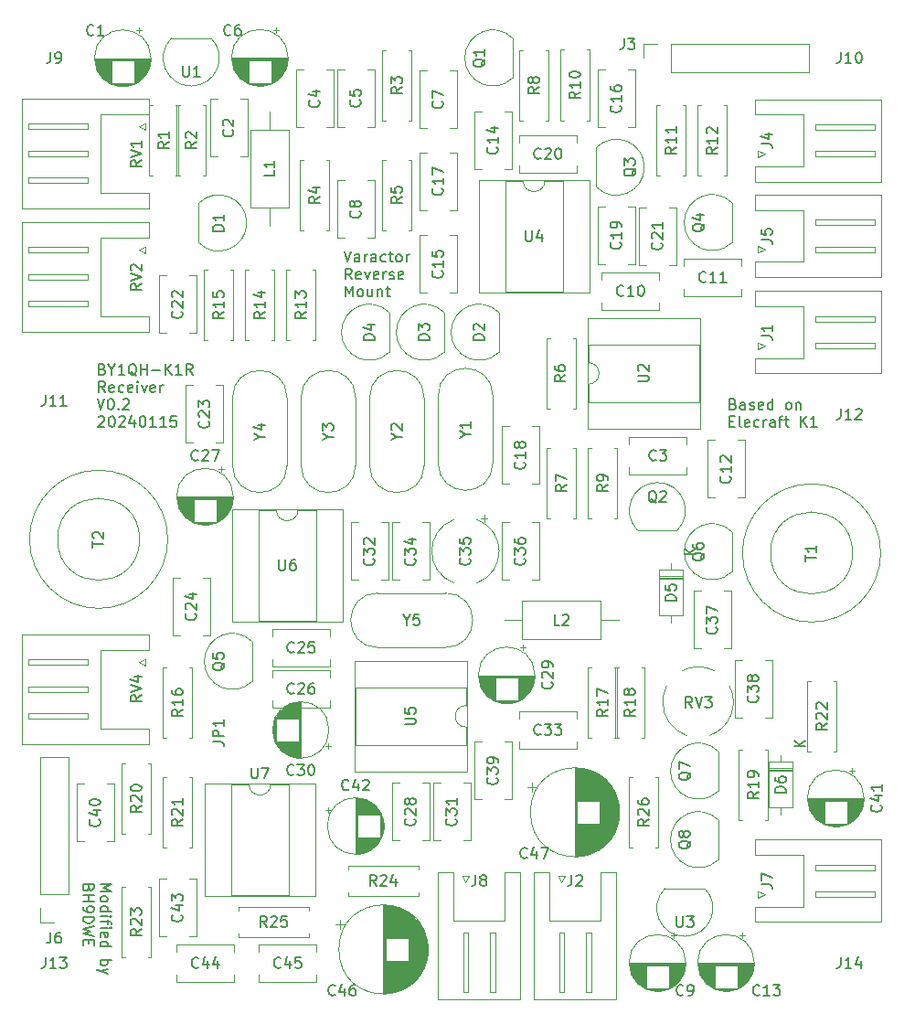
<source format=gbr>
%TF.GenerationSoftware,KiCad,Pcbnew,7.0.9*%
%TF.CreationDate,2024-01-16T00:27:59+08:00*%
%TF.ProjectId,Elecraft_K1_Remake,456c6563-7261-4667-945f-4b315f52656d,rev?*%
%TF.SameCoordinates,Original*%
%TF.FileFunction,Legend,Top*%
%TF.FilePolarity,Positive*%
%FSLAX46Y46*%
G04 Gerber Fmt 4.6, Leading zero omitted, Abs format (unit mm)*
G04 Created by KiCad (PCBNEW 7.0.9) date 2024-01-16 00:27:59*
%MOMM*%
%LPD*%
G01*
G04 APERTURE LIST*
%ADD10C,0.150000*%
%ADD11C,0.120000*%
G04 APERTURE END LIST*
D10*
X67780180Y-129876779D02*
X68780180Y-129876779D01*
X68780180Y-129876779D02*
X68065895Y-130210112D01*
X68065895Y-130210112D02*
X68780180Y-130543445D01*
X68780180Y-130543445D02*
X67780180Y-130543445D01*
X67780180Y-131162493D02*
X67827800Y-131067255D01*
X67827800Y-131067255D02*
X67875419Y-131019636D01*
X67875419Y-131019636D02*
X67970657Y-130972017D01*
X67970657Y-130972017D02*
X68256371Y-130972017D01*
X68256371Y-130972017D02*
X68351609Y-131019636D01*
X68351609Y-131019636D02*
X68399228Y-131067255D01*
X68399228Y-131067255D02*
X68446847Y-131162493D01*
X68446847Y-131162493D02*
X68446847Y-131305350D01*
X68446847Y-131305350D02*
X68399228Y-131400588D01*
X68399228Y-131400588D02*
X68351609Y-131448207D01*
X68351609Y-131448207D02*
X68256371Y-131495826D01*
X68256371Y-131495826D02*
X67970657Y-131495826D01*
X67970657Y-131495826D02*
X67875419Y-131448207D01*
X67875419Y-131448207D02*
X67827800Y-131400588D01*
X67827800Y-131400588D02*
X67780180Y-131305350D01*
X67780180Y-131305350D02*
X67780180Y-131162493D01*
X67780180Y-132352969D02*
X68780180Y-132352969D01*
X67827800Y-132352969D02*
X67780180Y-132257731D01*
X67780180Y-132257731D02*
X67780180Y-132067255D01*
X67780180Y-132067255D02*
X67827800Y-131972017D01*
X67827800Y-131972017D02*
X67875419Y-131924398D01*
X67875419Y-131924398D02*
X67970657Y-131876779D01*
X67970657Y-131876779D02*
X68256371Y-131876779D01*
X68256371Y-131876779D02*
X68351609Y-131924398D01*
X68351609Y-131924398D02*
X68399228Y-131972017D01*
X68399228Y-131972017D02*
X68446847Y-132067255D01*
X68446847Y-132067255D02*
X68446847Y-132257731D01*
X68446847Y-132257731D02*
X68399228Y-132352969D01*
X67780180Y-132829160D02*
X68446847Y-132829160D01*
X68780180Y-132829160D02*
X68732561Y-132781541D01*
X68732561Y-132781541D02*
X68684942Y-132829160D01*
X68684942Y-132829160D02*
X68732561Y-132876779D01*
X68732561Y-132876779D02*
X68780180Y-132829160D01*
X68780180Y-132829160D02*
X68684942Y-132829160D01*
X68446847Y-133162493D02*
X68446847Y-133543445D01*
X67780180Y-133305350D02*
X68637323Y-133305350D01*
X68637323Y-133305350D02*
X68732561Y-133352969D01*
X68732561Y-133352969D02*
X68780180Y-133448207D01*
X68780180Y-133448207D02*
X68780180Y-133543445D01*
X67780180Y-133876779D02*
X68446847Y-133876779D01*
X68780180Y-133876779D02*
X68732561Y-133829160D01*
X68732561Y-133829160D02*
X68684942Y-133876779D01*
X68684942Y-133876779D02*
X68732561Y-133924398D01*
X68732561Y-133924398D02*
X68780180Y-133876779D01*
X68780180Y-133876779D02*
X68684942Y-133876779D01*
X67827800Y-134733921D02*
X67780180Y-134638683D01*
X67780180Y-134638683D02*
X67780180Y-134448207D01*
X67780180Y-134448207D02*
X67827800Y-134352969D01*
X67827800Y-134352969D02*
X67923038Y-134305350D01*
X67923038Y-134305350D02*
X68303990Y-134305350D01*
X68303990Y-134305350D02*
X68399228Y-134352969D01*
X68399228Y-134352969D02*
X68446847Y-134448207D01*
X68446847Y-134448207D02*
X68446847Y-134638683D01*
X68446847Y-134638683D02*
X68399228Y-134733921D01*
X68399228Y-134733921D02*
X68303990Y-134781540D01*
X68303990Y-134781540D02*
X68208752Y-134781540D01*
X68208752Y-134781540D02*
X68113514Y-134305350D01*
X67780180Y-135638683D02*
X68780180Y-135638683D01*
X67827800Y-135638683D02*
X67780180Y-135543445D01*
X67780180Y-135543445D02*
X67780180Y-135352969D01*
X67780180Y-135352969D02*
X67827800Y-135257731D01*
X67827800Y-135257731D02*
X67875419Y-135210112D01*
X67875419Y-135210112D02*
X67970657Y-135162493D01*
X67970657Y-135162493D02*
X68256371Y-135162493D01*
X68256371Y-135162493D02*
X68351609Y-135210112D01*
X68351609Y-135210112D02*
X68399228Y-135257731D01*
X68399228Y-135257731D02*
X68446847Y-135352969D01*
X68446847Y-135352969D02*
X68446847Y-135543445D01*
X68446847Y-135543445D02*
X68399228Y-135638683D01*
X67780180Y-136876779D02*
X68780180Y-136876779D01*
X68399228Y-136876779D02*
X68446847Y-136972017D01*
X68446847Y-136972017D02*
X68446847Y-137162493D01*
X68446847Y-137162493D02*
X68399228Y-137257731D01*
X68399228Y-137257731D02*
X68351609Y-137305350D01*
X68351609Y-137305350D02*
X68256371Y-137352969D01*
X68256371Y-137352969D02*
X67970657Y-137352969D01*
X67970657Y-137352969D02*
X67875419Y-137305350D01*
X67875419Y-137305350D02*
X67827800Y-137257731D01*
X67827800Y-137257731D02*
X67780180Y-137162493D01*
X67780180Y-137162493D02*
X67780180Y-136972017D01*
X67780180Y-136972017D02*
X67827800Y-136876779D01*
X68446847Y-137686303D02*
X67780180Y-137924398D01*
X68446847Y-138162493D02*
X67780180Y-137924398D01*
X67780180Y-137924398D02*
X67542085Y-137829160D01*
X67542085Y-137829160D02*
X67494466Y-137781541D01*
X67494466Y-137781541D02*
X67446847Y-137686303D01*
X66693990Y-130210112D02*
X66646371Y-130352969D01*
X66646371Y-130352969D02*
X66598752Y-130400588D01*
X66598752Y-130400588D02*
X66503514Y-130448207D01*
X66503514Y-130448207D02*
X66360657Y-130448207D01*
X66360657Y-130448207D02*
X66265419Y-130400588D01*
X66265419Y-130400588D02*
X66217800Y-130352969D01*
X66217800Y-130352969D02*
X66170180Y-130257731D01*
X66170180Y-130257731D02*
X66170180Y-129876779D01*
X66170180Y-129876779D02*
X67170180Y-129876779D01*
X67170180Y-129876779D02*
X67170180Y-130210112D01*
X67170180Y-130210112D02*
X67122561Y-130305350D01*
X67122561Y-130305350D02*
X67074942Y-130352969D01*
X67074942Y-130352969D02*
X66979704Y-130400588D01*
X66979704Y-130400588D02*
X66884466Y-130400588D01*
X66884466Y-130400588D02*
X66789228Y-130352969D01*
X66789228Y-130352969D02*
X66741609Y-130305350D01*
X66741609Y-130305350D02*
X66693990Y-130210112D01*
X66693990Y-130210112D02*
X66693990Y-129876779D01*
X66170180Y-130876779D02*
X67170180Y-130876779D01*
X66693990Y-130876779D02*
X66693990Y-131448207D01*
X66170180Y-131448207D02*
X67170180Y-131448207D01*
X66170180Y-131972017D02*
X66170180Y-132162493D01*
X66170180Y-132162493D02*
X66217800Y-132257731D01*
X66217800Y-132257731D02*
X66265419Y-132305350D01*
X66265419Y-132305350D02*
X66408276Y-132400588D01*
X66408276Y-132400588D02*
X66598752Y-132448207D01*
X66598752Y-132448207D02*
X66979704Y-132448207D01*
X66979704Y-132448207D02*
X67074942Y-132400588D01*
X67074942Y-132400588D02*
X67122561Y-132352969D01*
X67122561Y-132352969D02*
X67170180Y-132257731D01*
X67170180Y-132257731D02*
X67170180Y-132067255D01*
X67170180Y-132067255D02*
X67122561Y-131972017D01*
X67122561Y-131972017D02*
X67074942Y-131924398D01*
X67074942Y-131924398D02*
X66979704Y-131876779D01*
X66979704Y-131876779D02*
X66741609Y-131876779D01*
X66741609Y-131876779D02*
X66646371Y-131924398D01*
X66646371Y-131924398D02*
X66598752Y-131972017D01*
X66598752Y-131972017D02*
X66551133Y-132067255D01*
X66551133Y-132067255D02*
X66551133Y-132257731D01*
X66551133Y-132257731D02*
X66598752Y-132352969D01*
X66598752Y-132352969D02*
X66646371Y-132400588D01*
X66646371Y-132400588D02*
X66741609Y-132448207D01*
X66170180Y-132876779D02*
X67170180Y-132876779D01*
X67170180Y-132876779D02*
X67170180Y-133114874D01*
X67170180Y-133114874D02*
X67122561Y-133257731D01*
X67122561Y-133257731D02*
X67027323Y-133352969D01*
X67027323Y-133352969D02*
X66932085Y-133400588D01*
X66932085Y-133400588D02*
X66741609Y-133448207D01*
X66741609Y-133448207D02*
X66598752Y-133448207D01*
X66598752Y-133448207D02*
X66408276Y-133400588D01*
X66408276Y-133400588D02*
X66313038Y-133352969D01*
X66313038Y-133352969D02*
X66217800Y-133257731D01*
X66217800Y-133257731D02*
X66170180Y-133114874D01*
X66170180Y-133114874D02*
X66170180Y-132876779D01*
X67170180Y-133781541D02*
X66170180Y-134019636D01*
X66170180Y-134019636D02*
X66884466Y-134210112D01*
X66884466Y-134210112D02*
X66170180Y-134400588D01*
X66170180Y-134400588D02*
X67170180Y-134638684D01*
X66693990Y-135019636D02*
X66693990Y-135352969D01*
X66170180Y-135495826D02*
X66170180Y-135019636D01*
X66170180Y-135019636D02*
X67170180Y-135019636D01*
X67170180Y-135019636D02*
X67170180Y-135495826D01*
X67980112Y-82146009D02*
X68122969Y-82193628D01*
X68122969Y-82193628D02*
X68170588Y-82241247D01*
X68170588Y-82241247D02*
X68218207Y-82336485D01*
X68218207Y-82336485D02*
X68218207Y-82479342D01*
X68218207Y-82479342D02*
X68170588Y-82574580D01*
X68170588Y-82574580D02*
X68122969Y-82622200D01*
X68122969Y-82622200D02*
X68027731Y-82669819D01*
X68027731Y-82669819D02*
X67646779Y-82669819D01*
X67646779Y-82669819D02*
X67646779Y-81669819D01*
X67646779Y-81669819D02*
X67980112Y-81669819D01*
X67980112Y-81669819D02*
X68075350Y-81717438D01*
X68075350Y-81717438D02*
X68122969Y-81765057D01*
X68122969Y-81765057D02*
X68170588Y-81860295D01*
X68170588Y-81860295D02*
X68170588Y-81955533D01*
X68170588Y-81955533D02*
X68122969Y-82050771D01*
X68122969Y-82050771D02*
X68075350Y-82098390D01*
X68075350Y-82098390D02*
X67980112Y-82146009D01*
X67980112Y-82146009D02*
X67646779Y-82146009D01*
X68837255Y-82193628D02*
X68837255Y-82669819D01*
X68503922Y-81669819D02*
X68837255Y-82193628D01*
X68837255Y-82193628D02*
X69170588Y-81669819D01*
X70027731Y-82669819D02*
X69456303Y-82669819D01*
X69742017Y-82669819D02*
X69742017Y-81669819D01*
X69742017Y-81669819D02*
X69646779Y-81812676D01*
X69646779Y-81812676D02*
X69551541Y-81907914D01*
X69551541Y-81907914D02*
X69456303Y-81955533D01*
X71122969Y-82765057D02*
X71027731Y-82717438D01*
X71027731Y-82717438D02*
X70932493Y-82622200D01*
X70932493Y-82622200D02*
X70789636Y-82479342D01*
X70789636Y-82479342D02*
X70694398Y-82431723D01*
X70694398Y-82431723D02*
X70599160Y-82431723D01*
X70646779Y-82669819D02*
X70551541Y-82622200D01*
X70551541Y-82622200D02*
X70456303Y-82526961D01*
X70456303Y-82526961D02*
X70408684Y-82336485D01*
X70408684Y-82336485D02*
X70408684Y-82003152D01*
X70408684Y-82003152D02*
X70456303Y-81812676D01*
X70456303Y-81812676D02*
X70551541Y-81717438D01*
X70551541Y-81717438D02*
X70646779Y-81669819D01*
X70646779Y-81669819D02*
X70837255Y-81669819D01*
X70837255Y-81669819D02*
X70932493Y-81717438D01*
X70932493Y-81717438D02*
X71027731Y-81812676D01*
X71027731Y-81812676D02*
X71075350Y-82003152D01*
X71075350Y-82003152D02*
X71075350Y-82336485D01*
X71075350Y-82336485D02*
X71027731Y-82526961D01*
X71027731Y-82526961D02*
X70932493Y-82622200D01*
X70932493Y-82622200D02*
X70837255Y-82669819D01*
X70837255Y-82669819D02*
X70646779Y-82669819D01*
X71503922Y-82669819D02*
X71503922Y-81669819D01*
X71503922Y-82146009D02*
X72075350Y-82146009D01*
X72075350Y-82669819D02*
X72075350Y-81669819D01*
X72551541Y-82288866D02*
X73313446Y-82288866D01*
X73789636Y-82669819D02*
X73789636Y-81669819D01*
X74361064Y-82669819D02*
X73932493Y-82098390D01*
X74361064Y-81669819D02*
X73789636Y-82241247D01*
X75313445Y-82669819D02*
X74742017Y-82669819D01*
X75027731Y-82669819D02*
X75027731Y-81669819D01*
X75027731Y-81669819D02*
X74932493Y-81812676D01*
X74932493Y-81812676D02*
X74837255Y-81907914D01*
X74837255Y-81907914D02*
X74742017Y-81955533D01*
X76313445Y-82669819D02*
X75980112Y-82193628D01*
X75742017Y-82669819D02*
X75742017Y-81669819D01*
X75742017Y-81669819D02*
X76122969Y-81669819D01*
X76122969Y-81669819D02*
X76218207Y-81717438D01*
X76218207Y-81717438D02*
X76265826Y-81765057D01*
X76265826Y-81765057D02*
X76313445Y-81860295D01*
X76313445Y-81860295D02*
X76313445Y-82003152D01*
X76313445Y-82003152D02*
X76265826Y-82098390D01*
X76265826Y-82098390D02*
X76218207Y-82146009D01*
X76218207Y-82146009D02*
X76122969Y-82193628D01*
X76122969Y-82193628D02*
X75742017Y-82193628D01*
X68218207Y-84279819D02*
X67884874Y-83803628D01*
X67646779Y-84279819D02*
X67646779Y-83279819D01*
X67646779Y-83279819D02*
X68027731Y-83279819D01*
X68027731Y-83279819D02*
X68122969Y-83327438D01*
X68122969Y-83327438D02*
X68170588Y-83375057D01*
X68170588Y-83375057D02*
X68218207Y-83470295D01*
X68218207Y-83470295D02*
X68218207Y-83613152D01*
X68218207Y-83613152D02*
X68170588Y-83708390D01*
X68170588Y-83708390D02*
X68122969Y-83756009D01*
X68122969Y-83756009D02*
X68027731Y-83803628D01*
X68027731Y-83803628D02*
X67646779Y-83803628D01*
X69027731Y-84232200D02*
X68932493Y-84279819D01*
X68932493Y-84279819D02*
X68742017Y-84279819D01*
X68742017Y-84279819D02*
X68646779Y-84232200D01*
X68646779Y-84232200D02*
X68599160Y-84136961D01*
X68599160Y-84136961D02*
X68599160Y-83756009D01*
X68599160Y-83756009D02*
X68646779Y-83660771D01*
X68646779Y-83660771D02*
X68742017Y-83613152D01*
X68742017Y-83613152D02*
X68932493Y-83613152D01*
X68932493Y-83613152D02*
X69027731Y-83660771D01*
X69027731Y-83660771D02*
X69075350Y-83756009D01*
X69075350Y-83756009D02*
X69075350Y-83851247D01*
X69075350Y-83851247D02*
X68599160Y-83946485D01*
X69932493Y-84232200D02*
X69837255Y-84279819D01*
X69837255Y-84279819D02*
X69646779Y-84279819D01*
X69646779Y-84279819D02*
X69551541Y-84232200D01*
X69551541Y-84232200D02*
X69503922Y-84184580D01*
X69503922Y-84184580D02*
X69456303Y-84089342D01*
X69456303Y-84089342D02*
X69456303Y-83803628D01*
X69456303Y-83803628D02*
X69503922Y-83708390D01*
X69503922Y-83708390D02*
X69551541Y-83660771D01*
X69551541Y-83660771D02*
X69646779Y-83613152D01*
X69646779Y-83613152D02*
X69837255Y-83613152D01*
X69837255Y-83613152D02*
X69932493Y-83660771D01*
X70742017Y-84232200D02*
X70646779Y-84279819D01*
X70646779Y-84279819D02*
X70456303Y-84279819D01*
X70456303Y-84279819D02*
X70361065Y-84232200D01*
X70361065Y-84232200D02*
X70313446Y-84136961D01*
X70313446Y-84136961D02*
X70313446Y-83756009D01*
X70313446Y-83756009D02*
X70361065Y-83660771D01*
X70361065Y-83660771D02*
X70456303Y-83613152D01*
X70456303Y-83613152D02*
X70646779Y-83613152D01*
X70646779Y-83613152D02*
X70742017Y-83660771D01*
X70742017Y-83660771D02*
X70789636Y-83756009D01*
X70789636Y-83756009D02*
X70789636Y-83851247D01*
X70789636Y-83851247D02*
X70313446Y-83946485D01*
X71218208Y-84279819D02*
X71218208Y-83613152D01*
X71218208Y-83279819D02*
X71170589Y-83327438D01*
X71170589Y-83327438D02*
X71218208Y-83375057D01*
X71218208Y-83375057D02*
X71265827Y-83327438D01*
X71265827Y-83327438D02*
X71218208Y-83279819D01*
X71218208Y-83279819D02*
X71218208Y-83375057D01*
X71599160Y-83613152D02*
X71837255Y-84279819D01*
X71837255Y-84279819D02*
X72075350Y-83613152D01*
X72837255Y-84232200D02*
X72742017Y-84279819D01*
X72742017Y-84279819D02*
X72551541Y-84279819D01*
X72551541Y-84279819D02*
X72456303Y-84232200D01*
X72456303Y-84232200D02*
X72408684Y-84136961D01*
X72408684Y-84136961D02*
X72408684Y-83756009D01*
X72408684Y-83756009D02*
X72456303Y-83660771D01*
X72456303Y-83660771D02*
X72551541Y-83613152D01*
X72551541Y-83613152D02*
X72742017Y-83613152D01*
X72742017Y-83613152D02*
X72837255Y-83660771D01*
X72837255Y-83660771D02*
X72884874Y-83756009D01*
X72884874Y-83756009D02*
X72884874Y-83851247D01*
X72884874Y-83851247D02*
X72408684Y-83946485D01*
X73313446Y-84279819D02*
X73313446Y-83613152D01*
X73313446Y-83803628D02*
X73361065Y-83708390D01*
X73361065Y-83708390D02*
X73408684Y-83660771D01*
X73408684Y-83660771D02*
X73503922Y-83613152D01*
X73503922Y-83613152D02*
X73599160Y-83613152D01*
X67503922Y-84889819D02*
X67837255Y-85889819D01*
X67837255Y-85889819D02*
X68170588Y-84889819D01*
X68694398Y-84889819D02*
X68789636Y-84889819D01*
X68789636Y-84889819D02*
X68884874Y-84937438D01*
X68884874Y-84937438D02*
X68932493Y-84985057D01*
X68932493Y-84985057D02*
X68980112Y-85080295D01*
X68980112Y-85080295D02*
X69027731Y-85270771D01*
X69027731Y-85270771D02*
X69027731Y-85508866D01*
X69027731Y-85508866D02*
X68980112Y-85699342D01*
X68980112Y-85699342D02*
X68932493Y-85794580D01*
X68932493Y-85794580D02*
X68884874Y-85842200D01*
X68884874Y-85842200D02*
X68789636Y-85889819D01*
X68789636Y-85889819D02*
X68694398Y-85889819D01*
X68694398Y-85889819D02*
X68599160Y-85842200D01*
X68599160Y-85842200D02*
X68551541Y-85794580D01*
X68551541Y-85794580D02*
X68503922Y-85699342D01*
X68503922Y-85699342D02*
X68456303Y-85508866D01*
X68456303Y-85508866D02*
X68456303Y-85270771D01*
X68456303Y-85270771D02*
X68503922Y-85080295D01*
X68503922Y-85080295D02*
X68551541Y-84985057D01*
X68551541Y-84985057D02*
X68599160Y-84937438D01*
X68599160Y-84937438D02*
X68694398Y-84889819D01*
X69456303Y-85794580D02*
X69503922Y-85842200D01*
X69503922Y-85842200D02*
X69456303Y-85889819D01*
X69456303Y-85889819D02*
X69408684Y-85842200D01*
X69408684Y-85842200D02*
X69456303Y-85794580D01*
X69456303Y-85794580D02*
X69456303Y-85889819D01*
X69884874Y-84985057D02*
X69932493Y-84937438D01*
X69932493Y-84937438D02*
X70027731Y-84889819D01*
X70027731Y-84889819D02*
X70265826Y-84889819D01*
X70265826Y-84889819D02*
X70361064Y-84937438D01*
X70361064Y-84937438D02*
X70408683Y-84985057D01*
X70408683Y-84985057D02*
X70456302Y-85080295D01*
X70456302Y-85080295D02*
X70456302Y-85175533D01*
X70456302Y-85175533D02*
X70408683Y-85318390D01*
X70408683Y-85318390D02*
X69837255Y-85889819D01*
X69837255Y-85889819D02*
X70456302Y-85889819D01*
X67599160Y-86595057D02*
X67646779Y-86547438D01*
X67646779Y-86547438D02*
X67742017Y-86499819D01*
X67742017Y-86499819D02*
X67980112Y-86499819D01*
X67980112Y-86499819D02*
X68075350Y-86547438D01*
X68075350Y-86547438D02*
X68122969Y-86595057D01*
X68122969Y-86595057D02*
X68170588Y-86690295D01*
X68170588Y-86690295D02*
X68170588Y-86785533D01*
X68170588Y-86785533D02*
X68122969Y-86928390D01*
X68122969Y-86928390D02*
X67551541Y-87499819D01*
X67551541Y-87499819D02*
X68170588Y-87499819D01*
X68789636Y-86499819D02*
X68884874Y-86499819D01*
X68884874Y-86499819D02*
X68980112Y-86547438D01*
X68980112Y-86547438D02*
X69027731Y-86595057D01*
X69027731Y-86595057D02*
X69075350Y-86690295D01*
X69075350Y-86690295D02*
X69122969Y-86880771D01*
X69122969Y-86880771D02*
X69122969Y-87118866D01*
X69122969Y-87118866D02*
X69075350Y-87309342D01*
X69075350Y-87309342D02*
X69027731Y-87404580D01*
X69027731Y-87404580D02*
X68980112Y-87452200D01*
X68980112Y-87452200D02*
X68884874Y-87499819D01*
X68884874Y-87499819D02*
X68789636Y-87499819D01*
X68789636Y-87499819D02*
X68694398Y-87452200D01*
X68694398Y-87452200D02*
X68646779Y-87404580D01*
X68646779Y-87404580D02*
X68599160Y-87309342D01*
X68599160Y-87309342D02*
X68551541Y-87118866D01*
X68551541Y-87118866D02*
X68551541Y-86880771D01*
X68551541Y-86880771D02*
X68599160Y-86690295D01*
X68599160Y-86690295D02*
X68646779Y-86595057D01*
X68646779Y-86595057D02*
X68694398Y-86547438D01*
X68694398Y-86547438D02*
X68789636Y-86499819D01*
X69503922Y-86595057D02*
X69551541Y-86547438D01*
X69551541Y-86547438D02*
X69646779Y-86499819D01*
X69646779Y-86499819D02*
X69884874Y-86499819D01*
X69884874Y-86499819D02*
X69980112Y-86547438D01*
X69980112Y-86547438D02*
X70027731Y-86595057D01*
X70027731Y-86595057D02*
X70075350Y-86690295D01*
X70075350Y-86690295D02*
X70075350Y-86785533D01*
X70075350Y-86785533D02*
X70027731Y-86928390D01*
X70027731Y-86928390D02*
X69456303Y-87499819D01*
X69456303Y-87499819D02*
X70075350Y-87499819D01*
X70932493Y-86833152D02*
X70932493Y-87499819D01*
X70694398Y-86452200D02*
X70456303Y-87166485D01*
X70456303Y-87166485D02*
X71075350Y-87166485D01*
X71646779Y-86499819D02*
X71742017Y-86499819D01*
X71742017Y-86499819D02*
X71837255Y-86547438D01*
X71837255Y-86547438D02*
X71884874Y-86595057D01*
X71884874Y-86595057D02*
X71932493Y-86690295D01*
X71932493Y-86690295D02*
X71980112Y-86880771D01*
X71980112Y-86880771D02*
X71980112Y-87118866D01*
X71980112Y-87118866D02*
X71932493Y-87309342D01*
X71932493Y-87309342D02*
X71884874Y-87404580D01*
X71884874Y-87404580D02*
X71837255Y-87452200D01*
X71837255Y-87452200D02*
X71742017Y-87499819D01*
X71742017Y-87499819D02*
X71646779Y-87499819D01*
X71646779Y-87499819D02*
X71551541Y-87452200D01*
X71551541Y-87452200D02*
X71503922Y-87404580D01*
X71503922Y-87404580D02*
X71456303Y-87309342D01*
X71456303Y-87309342D02*
X71408684Y-87118866D01*
X71408684Y-87118866D02*
X71408684Y-86880771D01*
X71408684Y-86880771D02*
X71456303Y-86690295D01*
X71456303Y-86690295D02*
X71503922Y-86595057D01*
X71503922Y-86595057D02*
X71551541Y-86547438D01*
X71551541Y-86547438D02*
X71646779Y-86499819D01*
X72932493Y-87499819D02*
X72361065Y-87499819D01*
X72646779Y-87499819D02*
X72646779Y-86499819D01*
X72646779Y-86499819D02*
X72551541Y-86642676D01*
X72551541Y-86642676D02*
X72456303Y-86737914D01*
X72456303Y-86737914D02*
X72361065Y-86785533D01*
X73884874Y-87499819D02*
X73313446Y-87499819D01*
X73599160Y-87499819D02*
X73599160Y-86499819D01*
X73599160Y-86499819D02*
X73503922Y-86642676D01*
X73503922Y-86642676D02*
X73408684Y-86737914D01*
X73408684Y-86737914D02*
X73313446Y-86785533D01*
X74789636Y-86499819D02*
X74313446Y-86499819D01*
X74313446Y-86499819D02*
X74265827Y-86976009D01*
X74265827Y-86976009D02*
X74313446Y-86928390D01*
X74313446Y-86928390D02*
X74408684Y-86880771D01*
X74408684Y-86880771D02*
X74646779Y-86880771D01*
X74646779Y-86880771D02*
X74742017Y-86928390D01*
X74742017Y-86928390D02*
X74789636Y-86976009D01*
X74789636Y-86976009D02*
X74837255Y-87071247D01*
X74837255Y-87071247D02*
X74837255Y-87309342D01*
X74837255Y-87309342D02*
X74789636Y-87404580D01*
X74789636Y-87404580D02*
X74742017Y-87452200D01*
X74742017Y-87452200D02*
X74646779Y-87499819D01*
X74646779Y-87499819D02*
X74408684Y-87499819D01*
X74408684Y-87499819D02*
X74313446Y-87452200D01*
X74313446Y-87452200D02*
X74265827Y-87404580D01*
X90363922Y-71214819D02*
X90697255Y-72214819D01*
X90697255Y-72214819D02*
X91030588Y-71214819D01*
X91792493Y-72214819D02*
X91792493Y-71691009D01*
X91792493Y-71691009D02*
X91744874Y-71595771D01*
X91744874Y-71595771D02*
X91649636Y-71548152D01*
X91649636Y-71548152D02*
X91459160Y-71548152D01*
X91459160Y-71548152D02*
X91363922Y-71595771D01*
X91792493Y-72167200D02*
X91697255Y-72214819D01*
X91697255Y-72214819D02*
X91459160Y-72214819D01*
X91459160Y-72214819D02*
X91363922Y-72167200D01*
X91363922Y-72167200D02*
X91316303Y-72071961D01*
X91316303Y-72071961D02*
X91316303Y-71976723D01*
X91316303Y-71976723D02*
X91363922Y-71881485D01*
X91363922Y-71881485D02*
X91459160Y-71833866D01*
X91459160Y-71833866D02*
X91697255Y-71833866D01*
X91697255Y-71833866D02*
X91792493Y-71786247D01*
X92268684Y-72214819D02*
X92268684Y-71548152D01*
X92268684Y-71738628D02*
X92316303Y-71643390D01*
X92316303Y-71643390D02*
X92363922Y-71595771D01*
X92363922Y-71595771D02*
X92459160Y-71548152D01*
X92459160Y-71548152D02*
X92554398Y-71548152D01*
X93316303Y-72214819D02*
X93316303Y-71691009D01*
X93316303Y-71691009D02*
X93268684Y-71595771D01*
X93268684Y-71595771D02*
X93173446Y-71548152D01*
X93173446Y-71548152D02*
X92982970Y-71548152D01*
X92982970Y-71548152D02*
X92887732Y-71595771D01*
X93316303Y-72167200D02*
X93221065Y-72214819D01*
X93221065Y-72214819D02*
X92982970Y-72214819D01*
X92982970Y-72214819D02*
X92887732Y-72167200D01*
X92887732Y-72167200D02*
X92840113Y-72071961D01*
X92840113Y-72071961D02*
X92840113Y-71976723D01*
X92840113Y-71976723D02*
X92887732Y-71881485D01*
X92887732Y-71881485D02*
X92982970Y-71833866D01*
X92982970Y-71833866D02*
X93221065Y-71833866D01*
X93221065Y-71833866D02*
X93316303Y-71786247D01*
X94221065Y-72167200D02*
X94125827Y-72214819D01*
X94125827Y-72214819D02*
X93935351Y-72214819D01*
X93935351Y-72214819D02*
X93840113Y-72167200D01*
X93840113Y-72167200D02*
X93792494Y-72119580D01*
X93792494Y-72119580D02*
X93744875Y-72024342D01*
X93744875Y-72024342D02*
X93744875Y-71738628D01*
X93744875Y-71738628D02*
X93792494Y-71643390D01*
X93792494Y-71643390D02*
X93840113Y-71595771D01*
X93840113Y-71595771D02*
X93935351Y-71548152D01*
X93935351Y-71548152D02*
X94125827Y-71548152D01*
X94125827Y-71548152D02*
X94221065Y-71595771D01*
X94506780Y-71548152D02*
X94887732Y-71548152D01*
X94649637Y-71214819D02*
X94649637Y-72071961D01*
X94649637Y-72071961D02*
X94697256Y-72167200D01*
X94697256Y-72167200D02*
X94792494Y-72214819D01*
X94792494Y-72214819D02*
X94887732Y-72214819D01*
X95363923Y-72214819D02*
X95268685Y-72167200D01*
X95268685Y-72167200D02*
X95221066Y-72119580D01*
X95221066Y-72119580D02*
X95173447Y-72024342D01*
X95173447Y-72024342D02*
X95173447Y-71738628D01*
X95173447Y-71738628D02*
X95221066Y-71643390D01*
X95221066Y-71643390D02*
X95268685Y-71595771D01*
X95268685Y-71595771D02*
X95363923Y-71548152D01*
X95363923Y-71548152D02*
X95506780Y-71548152D01*
X95506780Y-71548152D02*
X95602018Y-71595771D01*
X95602018Y-71595771D02*
X95649637Y-71643390D01*
X95649637Y-71643390D02*
X95697256Y-71738628D01*
X95697256Y-71738628D02*
X95697256Y-72024342D01*
X95697256Y-72024342D02*
X95649637Y-72119580D01*
X95649637Y-72119580D02*
X95602018Y-72167200D01*
X95602018Y-72167200D02*
X95506780Y-72214819D01*
X95506780Y-72214819D02*
X95363923Y-72214819D01*
X96125828Y-72214819D02*
X96125828Y-71548152D01*
X96125828Y-71738628D02*
X96173447Y-71643390D01*
X96173447Y-71643390D02*
X96221066Y-71595771D01*
X96221066Y-71595771D02*
X96316304Y-71548152D01*
X96316304Y-71548152D02*
X96411542Y-71548152D01*
X91078207Y-73824819D02*
X90744874Y-73348628D01*
X90506779Y-73824819D02*
X90506779Y-72824819D01*
X90506779Y-72824819D02*
X90887731Y-72824819D01*
X90887731Y-72824819D02*
X90982969Y-72872438D01*
X90982969Y-72872438D02*
X91030588Y-72920057D01*
X91030588Y-72920057D02*
X91078207Y-73015295D01*
X91078207Y-73015295D02*
X91078207Y-73158152D01*
X91078207Y-73158152D02*
X91030588Y-73253390D01*
X91030588Y-73253390D02*
X90982969Y-73301009D01*
X90982969Y-73301009D02*
X90887731Y-73348628D01*
X90887731Y-73348628D02*
X90506779Y-73348628D01*
X91887731Y-73777200D02*
X91792493Y-73824819D01*
X91792493Y-73824819D02*
X91602017Y-73824819D01*
X91602017Y-73824819D02*
X91506779Y-73777200D01*
X91506779Y-73777200D02*
X91459160Y-73681961D01*
X91459160Y-73681961D02*
X91459160Y-73301009D01*
X91459160Y-73301009D02*
X91506779Y-73205771D01*
X91506779Y-73205771D02*
X91602017Y-73158152D01*
X91602017Y-73158152D02*
X91792493Y-73158152D01*
X91792493Y-73158152D02*
X91887731Y-73205771D01*
X91887731Y-73205771D02*
X91935350Y-73301009D01*
X91935350Y-73301009D02*
X91935350Y-73396247D01*
X91935350Y-73396247D02*
X91459160Y-73491485D01*
X92268684Y-73158152D02*
X92506779Y-73824819D01*
X92506779Y-73824819D02*
X92744874Y-73158152D01*
X93506779Y-73777200D02*
X93411541Y-73824819D01*
X93411541Y-73824819D02*
X93221065Y-73824819D01*
X93221065Y-73824819D02*
X93125827Y-73777200D01*
X93125827Y-73777200D02*
X93078208Y-73681961D01*
X93078208Y-73681961D02*
X93078208Y-73301009D01*
X93078208Y-73301009D02*
X93125827Y-73205771D01*
X93125827Y-73205771D02*
X93221065Y-73158152D01*
X93221065Y-73158152D02*
X93411541Y-73158152D01*
X93411541Y-73158152D02*
X93506779Y-73205771D01*
X93506779Y-73205771D02*
X93554398Y-73301009D01*
X93554398Y-73301009D02*
X93554398Y-73396247D01*
X93554398Y-73396247D02*
X93078208Y-73491485D01*
X93982970Y-73824819D02*
X93982970Y-73158152D01*
X93982970Y-73348628D02*
X94030589Y-73253390D01*
X94030589Y-73253390D02*
X94078208Y-73205771D01*
X94078208Y-73205771D02*
X94173446Y-73158152D01*
X94173446Y-73158152D02*
X94268684Y-73158152D01*
X94554399Y-73777200D02*
X94649637Y-73824819D01*
X94649637Y-73824819D02*
X94840113Y-73824819D01*
X94840113Y-73824819D02*
X94935351Y-73777200D01*
X94935351Y-73777200D02*
X94982970Y-73681961D01*
X94982970Y-73681961D02*
X94982970Y-73634342D01*
X94982970Y-73634342D02*
X94935351Y-73539104D01*
X94935351Y-73539104D02*
X94840113Y-73491485D01*
X94840113Y-73491485D02*
X94697256Y-73491485D01*
X94697256Y-73491485D02*
X94602018Y-73443866D01*
X94602018Y-73443866D02*
X94554399Y-73348628D01*
X94554399Y-73348628D02*
X94554399Y-73301009D01*
X94554399Y-73301009D02*
X94602018Y-73205771D01*
X94602018Y-73205771D02*
X94697256Y-73158152D01*
X94697256Y-73158152D02*
X94840113Y-73158152D01*
X94840113Y-73158152D02*
X94935351Y-73205771D01*
X95792494Y-73777200D02*
X95697256Y-73824819D01*
X95697256Y-73824819D02*
X95506780Y-73824819D01*
X95506780Y-73824819D02*
X95411542Y-73777200D01*
X95411542Y-73777200D02*
X95363923Y-73681961D01*
X95363923Y-73681961D02*
X95363923Y-73301009D01*
X95363923Y-73301009D02*
X95411542Y-73205771D01*
X95411542Y-73205771D02*
X95506780Y-73158152D01*
X95506780Y-73158152D02*
X95697256Y-73158152D01*
X95697256Y-73158152D02*
X95792494Y-73205771D01*
X95792494Y-73205771D02*
X95840113Y-73301009D01*
X95840113Y-73301009D02*
X95840113Y-73396247D01*
X95840113Y-73396247D02*
X95363923Y-73491485D01*
X90506779Y-75434819D02*
X90506779Y-74434819D01*
X90506779Y-74434819D02*
X90840112Y-75149104D01*
X90840112Y-75149104D02*
X91173445Y-74434819D01*
X91173445Y-74434819D02*
X91173445Y-75434819D01*
X91792493Y-75434819D02*
X91697255Y-75387200D01*
X91697255Y-75387200D02*
X91649636Y-75339580D01*
X91649636Y-75339580D02*
X91602017Y-75244342D01*
X91602017Y-75244342D02*
X91602017Y-74958628D01*
X91602017Y-74958628D02*
X91649636Y-74863390D01*
X91649636Y-74863390D02*
X91697255Y-74815771D01*
X91697255Y-74815771D02*
X91792493Y-74768152D01*
X91792493Y-74768152D02*
X91935350Y-74768152D01*
X91935350Y-74768152D02*
X92030588Y-74815771D01*
X92030588Y-74815771D02*
X92078207Y-74863390D01*
X92078207Y-74863390D02*
X92125826Y-74958628D01*
X92125826Y-74958628D02*
X92125826Y-75244342D01*
X92125826Y-75244342D02*
X92078207Y-75339580D01*
X92078207Y-75339580D02*
X92030588Y-75387200D01*
X92030588Y-75387200D02*
X91935350Y-75434819D01*
X91935350Y-75434819D02*
X91792493Y-75434819D01*
X92982969Y-74768152D02*
X92982969Y-75434819D01*
X92554398Y-74768152D02*
X92554398Y-75291961D01*
X92554398Y-75291961D02*
X92602017Y-75387200D01*
X92602017Y-75387200D02*
X92697255Y-75434819D01*
X92697255Y-75434819D02*
X92840112Y-75434819D01*
X92840112Y-75434819D02*
X92935350Y-75387200D01*
X92935350Y-75387200D02*
X92982969Y-75339580D01*
X93459160Y-74768152D02*
X93459160Y-75434819D01*
X93459160Y-74863390D02*
X93506779Y-74815771D01*
X93506779Y-74815771D02*
X93602017Y-74768152D01*
X93602017Y-74768152D02*
X93744874Y-74768152D01*
X93744874Y-74768152D02*
X93840112Y-74815771D01*
X93840112Y-74815771D02*
X93887731Y-74911009D01*
X93887731Y-74911009D02*
X93887731Y-75434819D01*
X94221065Y-74768152D02*
X94602017Y-74768152D01*
X94363922Y-74434819D02*
X94363922Y-75291961D01*
X94363922Y-75291961D02*
X94411541Y-75387200D01*
X94411541Y-75387200D02*
X94506779Y-75434819D01*
X94506779Y-75434819D02*
X94602017Y-75434819D01*
X126400112Y-85366009D02*
X126542969Y-85413628D01*
X126542969Y-85413628D02*
X126590588Y-85461247D01*
X126590588Y-85461247D02*
X126638207Y-85556485D01*
X126638207Y-85556485D02*
X126638207Y-85699342D01*
X126638207Y-85699342D02*
X126590588Y-85794580D01*
X126590588Y-85794580D02*
X126542969Y-85842200D01*
X126542969Y-85842200D02*
X126447731Y-85889819D01*
X126447731Y-85889819D02*
X126066779Y-85889819D01*
X126066779Y-85889819D02*
X126066779Y-84889819D01*
X126066779Y-84889819D02*
X126400112Y-84889819D01*
X126400112Y-84889819D02*
X126495350Y-84937438D01*
X126495350Y-84937438D02*
X126542969Y-84985057D01*
X126542969Y-84985057D02*
X126590588Y-85080295D01*
X126590588Y-85080295D02*
X126590588Y-85175533D01*
X126590588Y-85175533D02*
X126542969Y-85270771D01*
X126542969Y-85270771D02*
X126495350Y-85318390D01*
X126495350Y-85318390D02*
X126400112Y-85366009D01*
X126400112Y-85366009D02*
X126066779Y-85366009D01*
X127495350Y-85889819D02*
X127495350Y-85366009D01*
X127495350Y-85366009D02*
X127447731Y-85270771D01*
X127447731Y-85270771D02*
X127352493Y-85223152D01*
X127352493Y-85223152D02*
X127162017Y-85223152D01*
X127162017Y-85223152D02*
X127066779Y-85270771D01*
X127495350Y-85842200D02*
X127400112Y-85889819D01*
X127400112Y-85889819D02*
X127162017Y-85889819D01*
X127162017Y-85889819D02*
X127066779Y-85842200D01*
X127066779Y-85842200D02*
X127019160Y-85746961D01*
X127019160Y-85746961D02*
X127019160Y-85651723D01*
X127019160Y-85651723D02*
X127066779Y-85556485D01*
X127066779Y-85556485D02*
X127162017Y-85508866D01*
X127162017Y-85508866D02*
X127400112Y-85508866D01*
X127400112Y-85508866D02*
X127495350Y-85461247D01*
X127923922Y-85842200D02*
X128019160Y-85889819D01*
X128019160Y-85889819D02*
X128209636Y-85889819D01*
X128209636Y-85889819D02*
X128304874Y-85842200D01*
X128304874Y-85842200D02*
X128352493Y-85746961D01*
X128352493Y-85746961D02*
X128352493Y-85699342D01*
X128352493Y-85699342D02*
X128304874Y-85604104D01*
X128304874Y-85604104D02*
X128209636Y-85556485D01*
X128209636Y-85556485D02*
X128066779Y-85556485D01*
X128066779Y-85556485D02*
X127971541Y-85508866D01*
X127971541Y-85508866D02*
X127923922Y-85413628D01*
X127923922Y-85413628D02*
X127923922Y-85366009D01*
X127923922Y-85366009D02*
X127971541Y-85270771D01*
X127971541Y-85270771D02*
X128066779Y-85223152D01*
X128066779Y-85223152D02*
X128209636Y-85223152D01*
X128209636Y-85223152D02*
X128304874Y-85270771D01*
X129162017Y-85842200D02*
X129066779Y-85889819D01*
X129066779Y-85889819D02*
X128876303Y-85889819D01*
X128876303Y-85889819D02*
X128781065Y-85842200D01*
X128781065Y-85842200D02*
X128733446Y-85746961D01*
X128733446Y-85746961D02*
X128733446Y-85366009D01*
X128733446Y-85366009D02*
X128781065Y-85270771D01*
X128781065Y-85270771D02*
X128876303Y-85223152D01*
X128876303Y-85223152D02*
X129066779Y-85223152D01*
X129066779Y-85223152D02*
X129162017Y-85270771D01*
X129162017Y-85270771D02*
X129209636Y-85366009D01*
X129209636Y-85366009D02*
X129209636Y-85461247D01*
X129209636Y-85461247D02*
X128733446Y-85556485D01*
X130066779Y-85889819D02*
X130066779Y-84889819D01*
X130066779Y-85842200D02*
X129971541Y-85889819D01*
X129971541Y-85889819D02*
X129781065Y-85889819D01*
X129781065Y-85889819D02*
X129685827Y-85842200D01*
X129685827Y-85842200D02*
X129638208Y-85794580D01*
X129638208Y-85794580D02*
X129590589Y-85699342D01*
X129590589Y-85699342D02*
X129590589Y-85413628D01*
X129590589Y-85413628D02*
X129638208Y-85318390D01*
X129638208Y-85318390D02*
X129685827Y-85270771D01*
X129685827Y-85270771D02*
X129781065Y-85223152D01*
X129781065Y-85223152D02*
X129971541Y-85223152D01*
X129971541Y-85223152D02*
X130066779Y-85270771D01*
X131447732Y-85889819D02*
X131352494Y-85842200D01*
X131352494Y-85842200D02*
X131304875Y-85794580D01*
X131304875Y-85794580D02*
X131257256Y-85699342D01*
X131257256Y-85699342D02*
X131257256Y-85413628D01*
X131257256Y-85413628D02*
X131304875Y-85318390D01*
X131304875Y-85318390D02*
X131352494Y-85270771D01*
X131352494Y-85270771D02*
X131447732Y-85223152D01*
X131447732Y-85223152D02*
X131590589Y-85223152D01*
X131590589Y-85223152D02*
X131685827Y-85270771D01*
X131685827Y-85270771D02*
X131733446Y-85318390D01*
X131733446Y-85318390D02*
X131781065Y-85413628D01*
X131781065Y-85413628D02*
X131781065Y-85699342D01*
X131781065Y-85699342D02*
X131733446Y-85794580D01*
X131733446Y-85794580D02*
X131685827Y-85842200D01*
X131685827Y-85842200D02*
X131590589Y-85889819D01*
X131590589Y-85889819D02*
X131447732Y-85889819D01*
X132209637Y-85223152D02*
X132209637Y-85889819D01*
X132209637Y-85318390D02*
X132257256Y-85270771D01*
X132257256Y-85270771D02*
X132352494Y-85223152D01*
X132352494Y-85223152D02*
X132495351Y-85223152D01*
X132495351Y-85223152D02*
X132590589Y-85270771D01*
X132590589Y-85270771D02*
X132638208Y-85366009D01*
X132638208Y-85366009D02*
X132638208Y-85889819D01*
X126066779Y-86976009D02*
X126400112Y-86976009D01*
X126542969Y-87499819D02*
X126066779Y-87499819D01*
X126066779Y-87499819D02*
X126066779Y-86499819D01*
X126066779Y-86499819D02*
X126542969Y-86499819D01*
X127114398Y-87499819D02*
X127019160Y-87452200D01*
X127019160Y-87452200D02*
X126971541Y-87356961D01*
X126971541Y-87356961D02*
X126971541Y-86499819D01*
X127876303Y-87452200D02*
X127781065Y-87499819D01*
X127781065Y-87499819D02*
X127590589Y-87499819D01*
X127590589Y-87499819D02*
X127495351Y-87452200D01*
X127495351Y-87452200D02*
X127447732Y-87356961D01*
X127447732Y-87356961D02*
X127447732Y-86976009D01*
X127447732Y-86976009D02*
X127495351Y-86880771D01*
X127495351Y-86880771D02*
X127590589Y-86833152D01*
X127590589Y-86833152D02*
X127781065Y-86833152D01*
X127781065Y-86833152D02*
X127876303Y-86880771D01*
X127876303Y-86880771D02*
X127923922Y-86976009D01*
X127923922Y-86976009D02*
X127923922Y-87071247D01*
X127923922Y-87071247D02*
X127447732Y-87166485D01*
X128781065Y-87452200D02*
X128685827Y-87499819D01*
X128685827Y-87499819D02*
X128495351Y-87499819D01*
X128495351Y-87499819D02*
X128400113Y-87452200D01*
X128400113Y-87452200D02*
X128352494Y-87404580D01*
X128352494Y-87404580D02*
X128304875Y-87309342D01*
X128304875Y-87309342D02*
X128304875Y-87023628D01*
X128304875Y-87023628D02*
X128352494Y-86928390D01*
X128352494Y-86928390D02*
X128400113Y-86880771D01*
X128400113Y-86880771D02*
X128495351Y-86833152D01*
X128495351Y-86833152D02*
X128685827Y-86833152D01*
X128685827Y-86833152D02*
X128781065Y-86880771D01*
X129209637Y-87499819D02*
X129209637Y-86833152D01*
X129209637Y-87023628D02*
X129257256Y-86928390D01*
X129257256Y-86928390D02*
X129304875Y-86880771D01*
X129304875Y-86880771D02*
X129400113Y-86833152D01*
X129400113Y-86833152D02*
X129495351Y-86833152D01*
X130257256Y-87499819D02*
X130257256Y-86976009D01*
X130257256Y-86976009D02*
X130209637Y-86880771D01*
X130209637Y-86880771D02*
X130114399Y-86833152D01*
X130114399Y-86833152D02*
X129923923Y-86833152D01*
X129923923Y-86833152D02*
X129828685Y-86880771D01*
X130257256Y-87452200D02*
X130162018Y-87499819D01*
X130162018Y-87499819D02*
X129923923Y-87499819D01*
X129923923Y-87499819D02*
X129828685Y-87452200D01*
X129828685Y-87452200D02*
X129781066Y-87356961D01*
X129781066Y-87356961D02*
X129781066Y-87261723D01*
X129781066Y-87261723D02*
X129828685Y-87166485D01*
X129828685Y-87166485D02*
X129923923Y-87118866D01*
X129923923Y-87118866D02*
X130162018Y-87118866D01*
X130162018Y-87118866D02*
X130257256Y-87071247D01*
X130590590Y-86833152D02*
X130971542Y-86833152D01*
X130733447Y-87499819D02*
X130733447Y-86642676D01*
X130733447Y-86642676D02*
X130781066Y-86547438D01*
X130781066Y-86547438D02*
X130876304Y-86499819D01*
X130876304Y-86499819D02*
X130971542Y-86499819D01*
X131162019Y-86833152D02*
X131542971Y-86833152D01*
X131304876Y-86499819D02*
X131304876Y-87356961D01*
X131304876Y-87356961D02*
X131352495Y-87452200D01*
X131352495Y-87452200D02*
X131447733Y-87499819D01*
X131447733Y-87499819D02*
X131542971Y-87499819D01*
X132638210Y-87499819D02*
X132638210Y-86499819D01*
X133209638Y-87499819D02*
X132781067Y-86928390D01*
X133209638Y-86499819D02*
X132638210Y-87071247D01*
X134162019Y-87499819D02*
X133590591Y-87499819D01*
X133876305Y-87499819D02*
X133876305Y-86499819D01*
X133876305Y-86499819D02*
X133781067Y-86642676D01*
X133781067Y-86642676D02*
X133685829Y-86737914D01*
X133685829Y-86737914D02*
X133590591Y-86785533D01*
X121104819Y-103608094D02*
X120104819Y-103608094D01*
X120104819Y-103608094D02*
X120104819Y-103369999D01*
X120104819Y-103369999D02*
X120152438Y-103227142D01*
X120152438Y-103227142D02*
X120247676Y-103131904D01*
X120247676Y-103131904D02*
X120342914Y-103084285D01*
X120342914Y-103084285D02*
X120533390Y-103036666D01*
X120533390Y-103036666D02*
X120676247Y-103036666D01*
X120676247Y-103036666D02*
X120866723Y-103084285D01*
X120866723Y-103084285D02*
X120961961Y-103131904D01*
X120961961Y-103131904D02*
X121057200Y-103227142D01*
X121057200Y-103227142D02*
X121104819Y-103369999D01*
X121104819Y-103369999D02*
X121104819Y-103608094D01*
X120104819Y-102131904D02*
X120104819Y-102608094D01*
X120104819Y-102608094D02*
X120581009Y-102655713D01*
X120581009Y-102655713D02*
X120533390Y-102608094D01*
X120533390Y-102608094D02*
X120485771Y-102512856D01*
X120485771Y-102512856D02*
X120485771Y-102274761D01*
X120485771Y-102274761D02*
X120533390Y-102179523D01*
X120533390Y-102179523D02*
X120581009Y-102131904D01*
X120581009Y-102131904D02*
X120676247Y-102084285D01*
X120676247Y-102084285D02*
X120914342Y-102084285D01*
X120914342Y-102084285D02*
X121009580Y-102131904D01*
X121009580Y-102131904D02*
X121057200Y-102179523D01*
X121057200Y-102179523D02*
X121104819Y-102274761D01*
X121104819Y-102274761D02*
X121104819Y-102512856D01*
X121104819Y-102512856D02*
X121057200Y-102608094D01*
X121057200Y-102608094D02*
X121009580Y-102655713D01*
X122904819Y-99321904D02*
X121904819Y-99321904D01*
X122904819Y-98750476D02*
X122333390Y-99179047D01*
X121904819Y-98750476D02*
X122476247Y-99321904D01*
X136350476Y-136614819D02*
X136350476Y-137329104D01*
X136350476Y-137329104D02*
X136302857Y-137471961D01*
X136302857Y-137471961D02*
X136207619Y-137567200D01*
X136207619Y-137567200D02*
X136064762Y-137614819D01*
X136064762Y-137614819D02*
X135969524Y-137614819D01*
X137350476Y-137614819D02*
X136779048Y-137614819D01*
X137064762Y-137614819D02*
X137064762Y-136614819D01*
X137064762Y-136614819D02*
X136969524Y-136757676D01*
X136969524Y-136757676D02*
X136874286Y-136852914D01*
X136874286Y-136852914D02*
X136779048Y-136900533D01*
X138207619Y-136948152D02*
X138207619Y-137614819D01*
X137969524Y-136567200D02*
X137731429Y-137281485D01*
X137731429Y-137281485D02*
X138350476Y-137281485D01*
X96143809Y-105388628D02*
X96143809Y-105864819D01*
X95810476Y-104864819D02*
X96143809Y-105388628D01*
X96143809Y-105388628D02*
X96477142Y-104864819D01*
X97286666Y-104864819D02*
X96810476Y-104864819D01*
X96810476Y-104864819D02*
X96762857Y-105341009D01*
X96762857Y-105341009D02*
X96810476Y-105293390D01*
X96810476Y-105293390D02*
X96905714Y-105245771D01*
X96905714Y-105245771D02*
X97143809Y-105245771D01*
X97143809Y-105245771D02*
X97239047Y-105293390D01*
X97239047Y-105293390D02*
X97286666Y-105341009D01*
X97286666Y-105341009D02*
X97334285Y-105436247D01*
X97334285Y-105436247D02*
X97334285Y-105674342D01*
X97334285Y-105674342D02*
X97286666Y-105769580D01*
X97286666Y-105769580D02*
X97239047Y-105817200D01*
X97239047Y-105817200D02*
X97143809Y-105864819D01*
X97143809Y-105864819D02*
X96905714Y-105864819D01*
X96905714Y-105864819D02*
X96810476Y-105817200D01*
X96810476Y-105817200D02*
X96762857Y-105769580D01*
X85717142Y-112119580D02*
X85669523Y-112167200D01*
X85669523Y-112167200D02*
X85526666Y-112214819D01*
X85526666Y-112214819D02*
X85431428Y-112214819D01*
X85431428Y-112214819D02*
X85288571Y-112167200D01*
X85288571Y-112167200D02*
X85193333Y-112071961D01*
X85193333Y-112071961D02*
X85145714Y-111976723D01*
X85145714Y-111976723D02*
X85098095Y-111786247D01*
X85098095Y-111786247D02*
X85098095Y-111643390D01*
X85098095Y-111643390D02*
X85145714Y-111452914D01*
X85145714Y-111452914D02*
X85193333Y-111357676D01*
X85193333Y-111357676D02*
X85288571Y-111262438D01*
X85288571Y-111262438D02*
X85431428Y-111214819D01*
X85431428Y-111214819D02*
X85526666Y-111214819D01*
X85526666Y-111214819D02*
X85669523Y-111262438D01*
X85669523Y-111262438D02*
X85717142Y-111310057D01*
X86098095Y-111310057D02*
X86145714Y-111262438D01*
X86145714Y-111262438D02*
X86240952Y-111214819D01*
X86240952Y-111214819D02*
X86479047Y-111214819D01*
X86479047Y-111214819D02*
X86574285Y-111262438D01*
X86574285Y-111262438D02*
X86621904Y-111310057D01*
X86621904Y-111310057D02*
X86669523Y-111405295D01*
X86669523Y-111405295D02*
X86669523Y-111500533D01*
X86669523Y-111500533D02*
X86621904Y-111643390D01*
X86621904Y-111643390D02*
X86050476Y-112214819D01*
X86050476Y-112214819D02*
X86669523Y-112214819D01*
X87526666Y-111214819D02*
X87336190Y-111214819D01*
X87336190Y-111214819D02*
X87240952Y-111262438D01*
X87240952Y-111262438D02*
X87193333Y-111310057D01*
X87193333Y-111310057D02*
X87098095Y-111452914D01*
X87098095Y-111452914D02*
X87050476Y-111643390D01*
X87050476Y-111643390D02*
X87050476Y-112024342D01*
X87050476Y-112024342D02*
X87098095Y-112119580D01*
X87098095Y-112119580D02*
X87145714Y-112167200D01*
X87145714Y-112167200D02*
X87240952Y-112214819D01*
X87240952Y-112214819D02*
X87431428Y-112214819D01*
X87431428Y-112214819D02*
X87526666Y-112167200D01*
X87526666Y-112167200D02*
X87574285Y-112119580D01*
X87574285Y-112119580D02*
X87621904Y-112024342D01*
X87621904Y-112024342D02*
X87621904Y-111786247D01*
X87621904Y-111786247D02*
X87574285Y-111691009D01*
X87574285Y-111691009D02*
X87526666Y-111643390D01*
X87526666Y-111643390D02*
X87431428Y-111595771D01*
X87431428Y-111595771D02*
X87240952Y-111595771D01*
X87240952Y-111595771D02*
X87145714Y-111643390D01*
X87145714Y-111643390D02*
X87098095Y-111691009D01*
X87098095Y-111691009D02*
X87050476Y-111786247D01*
X116276666Y-51524819D02*
X116276666Y-52239104D01*
X116276666Y-52239104D02*
X116229047Y-52381961D01*
X116229047Y-52381961D02*
X116133809Y-52477200D01*
X116133809Y-52477200D02*
X115990952Y-52524819D01*
X115990952Y-52524819D02*
X115895714Y-52524819D01*
X116657619Y-51524819D02*
X117276666Y-51524819D01*
X117276666Y-51524819D02*
X116943333Y-51905771D01*
X116943333Y-51905771D02*
X117086190Y-51905771D01*
X117086190Y-51905771D02*
X117181428Y-51953390D01*
X117181428Y-51953390D02*
X117229047Y-52001009D01*
X117229047Y-52001009D02*
X117276666Y-52096247D01*
X117276666Y-52096247D02*
X117276666Y-52334342D01*
X117276666Y-52334342D02*
X117229047Y-52429580D01*
X117229047Y-52429580D02*
X117181428Y-52477200D01*
X117181428Y-52477200D02*
X117086190Y-52524819D01*
X117086190Y-52524819D02*
X116800476Y-52524819D01*
X116800476Y-52524819D02*
X116705238Y-52477200D01*
X116705238Y-52477200D02*
X116657619Y-52429580D01*
X122470057Y-125825238D02*
X122422438Y-125920476D01*
X122422438Y-125920476D02*
X122327200Y-126015714D01*
X122327200Y-126015714D02*
X122184342Y-126158571D01*
X122184342Y-126158571D02*
X122136723Y-126253809D01*
X122136723Y-126253809D02*
X122136723Y-126349047D01*
X122374819Y-126301428D02*
X122327200Y-126396666D01*
X122327200Y-126396666D02*
X122231961Y-126491904D01*
X122231961Y-126491904D02*
X122041485Y-126539523D01*
X122041485Y-126539523D02*
X121708152Y-126539523D01*
X121708152Y-126539523D02*
X121517676Y-126491904D01*
X121517676Y-126491904D02*
X121422438Y-126396666D01*
X121422438Y-126396666D02*
X121374819Y-126301428D01*
X121374819Y-126301428D02*
X121374819Y-126110952D01*
X121374819Y-126110952D02*
X121422438Y-126015714D01*
X121422438Y-126015714D02*
X121517676Y-125920476D01*
X121517676Y-125920476D02*
X121708152Y-125872857D01*
X121708152Y-125872857D02*
X122041485Y-125872857D01*
X122041485Y-125872857D02*
X122231961Y-125920476D01*
X122231961Y-125920476D02*
X122327200Y-126015714D01*
X122327200Y-126015714D02*
X122374819Y-126110952D01*
X122374819Y-126110952D02*
X122374819Y-126301428D01*
X121803390Y-125301428D02*
X121755771Y-125396666D01*
X121755771Y-125396666D02*
X121708152Y-125444285D01*
X121708152Y-125444285D02*
X121612914Y-125491904D01*
X121612914Y-125491904D02*
X121565295Y-125491904D01*
X121565295Y-125491904D02*
X121470057Y-125444285D01*
X121470057Y-125444285D02*
X121422438Y-125396666D01*
X121422438Y-125396666D02*
X121374819Y-125301428D01*
X121374819Y-125301428D02*
X121374819Y-125110952D01*
X121374819Y-125110952D02*
X121422438Y-125015714D01*
X121422438Y-125015714D02*
X121470057Y-124968095D01*
X121470057Y-124968095D02*
X121565295Y-124920476D01*
X121565295Y-124920476D02*
X121612914Y-124920476D01*
X121612914Y-124920476D02*
X121708152Y-124968095D01*
X121708152Y-124968095D02*
X121755771Y-125015714D01*
X121755771Y-125015714D02*
X121803390Y-125110952D01*
X121803390Y-125110952D02*
X121803390Y-125301428D01*
X121803390Y-125301428D02*
X121851009Y-125396666D01*
X121851009Y-125396666D02*
X121898628Y-125444285D01*
X121898628Y-125444285D02*
X121993866Y-125491904D01*
X121993866Y-125491904D02*
X122184342Y-125491904D01*
X122184342Y-125491904D02*
X122279580Y-125444285D01*
X122279580Y-125444285D02*
X122327200Y-125396666D01*
X122327200Y-125396666D02*
X122374819Y-125301428D01*
X122374819Y-125301428D02*
X122374819Y-125110952D01*
X122374819Y-125110952D02*
X122327200Y-125015714D01*
X122327200Y-125015714D02*
X122279580Y-124968095D01*
X122279580Y-124968095D02*
X122184342Y-124920476D01*
X122184342Y-124920476D02*
X121993866Y-124920476D01*
X121993866Y-124920476D02*
X121898628Y-124968095D01*
X121898628Y-124968095D02*
X121851009Y-125015714D01*
X121851009Y-125015714D02*
X121803390Y-125110952D01*
X126089580Y-92082857D02*
X126137200Y-92130476D01*
X126137200Y-92130476D02*
X126184819Y-92273333D01*
X126184819Y-92273333D02*
X126184819Y-92368571D01*
X126184819Y-92368571D02*
X126137200Y-92511428D01*
X126137200Y-92511428D02*
X126041961Y-92606666D01*
X126041961Y-92606666D02*
X125946723Y-92654285D01*
X125946723Y-92654285D02*
X125756247Y-92701904D01*
X125756247Y-92701904D02*
X125613390Y-92701904D01*
X125613390Y-92701904D02*
X125422914Y-92654285D01*
X125422914Y-92654285D02*
X125327676Y-92606666D01*
X125327676Y-92606666D02*
X125232438Y-92511428D01*
X125232438Y-92511428D02*
X125184819Y-92368571D01*
X125184819Y-92368571D02*
X125184819Y-92273333D01*
X125184819Y-92273333D02*
X125232438Y-92130476D01*
X125232438Y-92130476D02*
X125280057Y-92082857D01*
X126184819Y-91130476D02*
X126184819Y-91701904D01*
X126184819Y-91416190D02*
X125184819Y-91416190D01*
X125184819Y-91416190D02*
X125327676Y-91511428D01*
X125327676Y-91511428D02*
X125422914Y-91606666D01*
X125422914Y-91606666D02*
X125470533Y-91701904D01*
X125280057Y-90749523D02*
X125232438Y-90701904D01*
X125232438Y-90701904D02*
X125184819Y-90606666D01*
X125184819Y-90606666D02*
X125184819Y-90368571D01*
X125184819Y-90368571D02*
X125232438Y-90273333D01*
X125232438Y-90273333D02*
X125280057Y-90225714D01*
X125280057Y-90225714D02*
X125375295Y-90178095D01*
X125375295Y-90178095D02*
X125470533Y-90178095D01*
X125470533Y-90178095D02*
X125613390Y-90225714D01*
X125613390Y-90225714D02*
X126184819Y-90797142D01*
X126184819Y-90797142D02*
X126184819Y-90178095D01*
X122594761Y-113484819D02*
X122261428Y-113008628D01*
X122023333Y-113484819D02*
X122023333Y-112484819D01*
X122023333Y-112484819D02*
X122404285Y-112484819D01*
X122404285Y-112484819D02*
X122499523Y-112532438D01*
X122499523Y-112532438D02*
X122547142Y-112580057D01*
X122547142Y-112580057D02*
X122594761Y-112675295D01*
X122594761Y-112675295D02*
X122594761Y-112818152D01*
X122594761Y-112818152D02*
X122547142Y-112913390D01*
X122547142Y-112913390D02*
X122499523Y-112961009D01*
X122499523Y-112961009D02*
X122404285Y-113008628D01*
X122404285Y-113008628D02*
X122023333Y-113008628D01*
X122880476Y-112484819D02*
X123213809Y-113484819D01*
X123213809Y-113484819D02*
X123547142Y-112484819D01*
X123785238Y-112484819D02*
X124404285Y-112484819D01*
X124404285Y-112484819D02*
X124070952Y-112865771D01*
X124070952Y-112865771D02*
X124213809Y-112865771D01*
X124213809Y-112865771D02*
X124309047Y-112913390D01*
X124309047Y-112913390D02*
X124356666Y-112961009D01*
X124356666Y-112961009D02*
X124404285Y-113056247D01*
X124404285Y-113056247D02*
X124404285Y-113294342D01*
X124404285Y-113294342D02*
X124356666Y-113389580D01*
X124356666Y-113389580D02*
X124309047Y-113437200D01*
X124309047Y-113437200D02*
X124213809Y-113484819D01*
X124213809Y-113484819D02*
X123928095Y-113484819D01*
X123928095Y-113484819D02*
X123832857Y-113437200D01*
X123832857Y-113437200D02*
X123785238Y-113389580D01*
X119284761Y-94530057D02*
X119189523Y-94482438D01*
X119189523Y-94482438D02*
X119094285Y-94387200D01*
X119094285Y-94387200D02*
X118951428Y-94244342D01*
X118951428Y-94244342D02*
X118856190Y-94196723D01*
X118856190Y-94196723D02*
X118760952Y-94196723D01*
X118808571Y-94434819D02*
X118713333Y-94387200D01*
X118713333Y-94387200D02*
X118618095Y-94291961D01*
X118618095Y-94291961D02*
X118570476Y-94101485D01*
X118570476Y-94101485D02*
X118570476Y-93768152D01*
X118570476Y-93768152D02*
X118618095Y-93577676D01*
X118618095Y-93577676D02*
X118713333Y-93482438D01*
X118713333Y-93482438D02*
X118808571Y-93434819D01*
X118808571Y-93434819D02*
X118999047Y-93434819D01*
X118999047Y-93434819D02*
X119094285Y-93482438D01*
X119094285Y-93482438D02*
X119189523Y-93577676D01*
X119189523Y-93577676D02*
X119237142Y-93768152D01*
X119237142Y-93768152D02*
X119237142Y-94101485D01*
X119237142Y-94101485D02*
X119189523Y-94291961D01*
X119189523Y-94291961D02*
X119094285Y-94387200D01*
X119094285Y-94387200D02*
X118999047Y-94434819D01*
X118999047Y-94434819D02*
X118808571Y-94434819D01*
X119618095Y-93530057D02*
X119665714Y-93482438D01*
X119665714Y-93482438D02*
X119760952Y-93434819D01*
X119760952Y-93434819D02*
X119999047Y-93434819D01*
X119999047Y-93434819D02*
X120094285Y-93482438D01*
X120094285Y-93482438D02*
X120141904Y-93530057D01*
X120141904Y-93530057D02*
X120189523Y-93625295D01*
X120189523Y-93625295D02*
X120189523Y-93720533D01*
X120189523Y-93720533D02*
X120141904Y-93863390D01*
X120141904Y-93863390D02*
X119570476Y-94434819D01*
X119570476Y-94434819D02*
X120189523Y-94434819D01*
X71574819Y-112355238D02*
X71098628Y-112688571D01*
X71574819Y-112926666D02*
X70574819Y-112926666D01*
X70574819Y-112926666D02*
X70574819Y-112545714D01*
X70574819Y-112545714D02*
X70622438Y-112450476D01*
X70622438Y-112450476D02*
X70670057Y-112402857D01*
X70670057Y-112402857D02*
X70765295Y-112355238D01*
X70765295Y-112355238D02*
X70908152Y-112355238D01*
X70908152Y-112355238D02*
X71003390Y-112402857D01*
X71003390Y-112402857D02*
X71051009Y-112450476D01*
X71051009Y-112450476D02*
X71098628Y-112545714D01*
X71098628Y-112545714D02*
X71098628Y-112926666D01*
X70574819Y-112069523D02*
X71574819Y-111736190D01*
X71574819Y-111736190D02*
X70574819Y-111402857D01*
X70908152Y-110640952D02*
X71574819Y-110640952D01*
X70527200Y-110879047D02*
X71241485Y-111117142D01*
X71241485Y-111117142D02*
X71241485Y-110498095D01*
X77789580Y-86962857D02*
X77837200Y-87010476D01*
X77837200Y-87010476D02*
X77884819Y-87153333D01*
X77884819Y-87153333D02*
X77884819Y-87248571D01*
X77884819Y-87248571D02*
X77837200Y-87391428D01*
X77837200Y-87391428D02*
X77741961Y-87486666D01*
X77741961Y-87486666D02*
X77646723Y-87534285D01*
X77646723Y-87534285D02*
X77456247Y-87581904D01*
X77456247Y-87581904D02*
X77313390Y-87581904D01*
X77313390Y-87581904D02*
X77122914Y-87534285D01*
X77122914Y-87534285D02*
X77027676Y-87486666D01*
X77027676Y-87486666D02*
X76932438Y-87391428D01*
X76932438Y-87391428D02*
X76884819Y-87248571D01*
X76884819Y-87248571D02*
X76884819Y-87153333D01*
X76884819Y-87153333D02*
X76932438Y-87010476D01*
X76932438Y-87010476D02*
X76980057Y-86962857D01*
X76980057Y-86581904D02*
X76932438Y-86534285D01*
X76932438Y-86534285D02*
X76884819Y-86439047D01*
X76884819Y-86439047D02*
X76884819Y-86200952D01*
X76884819Y-86200952D02*
X76932438Y-86105714D01*
X76932438Y-86105714D02*
X76980057Y-86058095D01*
X76980057Y-86058095D02*
X77075295Y-86010476D01*
X77075295Y-86010476D02*
X77170533Y-86010476D01*
X77170533Y-86010476D02*
X77313390Y-86058095D01*
X77313390Y-86058095D02*
X77884819Y-86629523D01*
X77884819Y-86629523D02*
X77884819Y-86010476D01*
X76884819Y-85677142D02*
X76884819Y-85058095D01*
X76884819Y-85058095D02*
X77265771Y-85391428D01*
X77265771Y-85391428D02*
X77265771Y-85248571D01*
X77265771Y-85248571D02*
X77313390Y-85153333D01*
X77313390Y-85153333D02*
X77361009Y-85105714D01*
X77361009Y-85105714D02*
X77456247Y-85058095D01*
X77456247Y-85058095D02*
X77694342Y-85058095D01*
X77694342Y-85058095D02*
X77789580Y-85105714D01*
X77789580Y-85105714D02*
X77837200Y-85153333D01*
X77837200Y-85153333D02*
X77884819Y-85248571D01*
X77884819Y-85248571D02*
X77884819Y-85534285D01*
X77884819Y-85534285D02*
X77837200Y-85629523D01*
X77837200Y-85629523D02*
X77789580Y-85677142D01*
X88084819Y-66206666D02*
X87608628Y-66539999D01*
X88084819Y-66778094D02*
X87084819Y-66778094D01*
X87084819Y-66778094D02*
X87084819Y-66397142D01*
X87084819Y-66397142D02*
X87132438Y-66301904D01*
X87132438Y-66301904D02*
X87180057Y-66254285D01*
X87180057Y-66254285D02*
X87275295Y-66206666D01*
X87275295Y-66206666D02*
X87418152Y-66206666D01*
X87418152Y-66206666D02*
X87513390Y-66254285D01*
X87513390Y-66254285D02*
X87561009Y-66301904D01*
X87561009Y-66301904D02*
X87608628Y-66397142D01*
X87608628Y-66397142D02*
X87608628Y-66778094D01*
X87418152Y-65349523D02*
X88084819Y-65349523D01*
X87037200Y-65587618D02*
X87751485Y-65825713D01*
X87751485Y-65825713D02*
X87751485Y-65206666D01*
X99419580Y-65412857D02*
X99467200Y-65460476D01*
X99467200Y-65460476D02*
X99514819Y-65603333D01*
X99514819Y-65603333D02*
X99514819Y-65698571D01*
X99514819Y-65698571D02*
X99467200Y-65841428D01*
X99467200Y-65841428D02*
X99371961Y-65936666D01*
X99371961Y-65936666D02*
X99276723Y-65984285D01*
X99276723Y-65984285D02*
X99086247Y-66031904D01*
X99086247Y-66031904D02*
X98943390Y-66031904D01*
X98943390Y-66031904D02*
X98752914Y-65984285D01*
X98752914Y-65984285D02*
X98657676Y-65936666D01*
X98657676Y-65936666D02*
X98562438Y-65841428D01*
X98562438Y-65841428D02*
X98514819Y-65698571D01*
X98514819Y-65698571D02*
X98514819Y-65603333D01*
X98514819Y-65603333D02*
X98562438Y-65460476D01*
X98562438Y-65460476D02*
X98610057Y-65412857D01*
X99514819Y-64460476D02*
X99514819Y-65031904D01*
X99514819Y-64746190D02*
X98514819Y-64746190D01*
X98514819Y-64746190D02*
X98657676Y-64841428D01*
X98657676Y-64841428D02*
X98752914Y-64936666D01*
X98752914Y-64936666D02*
X98800533Y-65031904D01*
X98514819Y-64127142D02*
X98514819Y-63460476D01*
X98514819Y-63460476D02*
X99514819Y-63889047D01*
X107188095Y-69304819D02*
X107188095Y-70114342D01*
X107188095Y-70114342D02*
X107235714Y-70209580D01*
X107235714Y-70209580D02*
X107283333Y-70257200D01*
X107283333Y-70257200D02*
X107378571Y-70304819D01*
X107378571Y-70304819D02*
X107569047Y-70304819D01*
X107569047Y-70304819D02*
X107664285Y-70257200D01*
X107664285Y-70257200D02*
X107711904Y-70209580D01*
X107711904Y-70209580D02*
X107759523Y-70114342D01*
X107759523Y-70114342D02*
X107759523Y-69304819D01*
X108664285Y-69638152D02*
X108664285Y-70304819D01*
X108426190Y-69257200D02*
X108188095Y-69971485D01*
X108188095Y-69971485D02*
X108807142Y-69971485D01*
X93337142Y-129994819D02*
X93003809Y-129518628D01*
X92765714Y-129994819D02*
X92765714Y-128994819D01*
X92765714Y-128994819D02*
X93146666Y-128994819D01*
X93146666Y-128994819D02*
X93241904Y-129042438D01*
X93241904Y-129042438D02*
X93289523Y-129090057D01*
X93289523Y-129090057D02*
X93337142Y-129185295D01*
X93337142Y-129185295D02*
X93337142Y-129328152D01*
X93337142Y-129328152D02*
X93289523Y-129423390D01*
X93289523Y-129423390D02*
X93241904Y-129471009D01*
X93241904Y-129471009D02*
X93146666Y-129518628D01*
X93146666Y-129518628D02*
X92765714Y-129518628D01*
X93718095Y-129090057D02*
X93765714Y-129042438D01*
X93765714Y-129042438D02*
X93860952Y-128994819D01*
X93860952Y-128994819D02*
X94099047Y-128994819D01*
X94099047Y-128994819D02*
X94194285Y-129042438D01*
X94194285Y-129042438D02*
X94241904Y-129090057D01*
X94241904Y-129090057D02*
X94289523Y-129185295D01*
X94289523Y-129185295D02*
X94289523Y-129280533D01*
X94289523Y-129280533D02*
X94241904Y-129423390D01*
X94241904Y-129423390D02*
X93670476Y-129994819D01*
X93670476Y-129994819D02*
X94289523Y-129994819D01*
X95146666Y-129328152D02*
X95146666Y-129994819D01*
X94908571Y-128947200D02*
X94670476Y-129661485D01*
X94670476Y-129661485D02*
X95289523Y-129661485D01*
X131264819Y-121388094D02*
X130264819Y-121388094D01*
X130264819Y-121388094D02*
X130264819Y-121149999D01*
X130264819Y-121149999D02*
X130312438Y-121007142D01*
X130312438Y-121007142D02*
X130407676Y-120911904D01*
X130407676Y-120911904D02*
X130502914Y-120864285D01*
X130502914Y-120864285D02*
X130693390Y-120816666D01*
X130693390Y-120816666D02*
X130836247Y-120816666D01*
X130836247Y-120816666D02*
X131026723Y-120864285D01*
X131026723Y-120864285D02*
X131121961Y-120911904D01*
X131121961Y-120911904D02*
X131217200Y-121007142D01*
X131217200Y-121007142D02*
X131264819Y-121149999D01*
X131264819Y-121149999D02*
X131264819Y-121388094D01*
X130264819Y-119959523D02*
X130264819Y-120149999D01*
X130264819Y-120149999D02*
X130312438Y-120245237D01*
X130312438Y-120245237D02*
X130360057Y-120292856D01*
X130360057Y-120292856D02*
X130502914Y-120388094D01*
X130502914Y-120388094D02*
X130693390Y-120435713D01*
X130693390Y-120435713D02*
X131074342Y-120435713D01*
X131074342Y-120435713D02*
X131169580Y-120388094D01*
X131169580Y-120388094D02*
X131217200Y-120340475D01*
X131217200Y-120340475D02*
X131264819Y-120245237D01*
X131264819Y-120245237D02*
X131264819Y-120054761D01*
X131264819Y-120054761D02*
X131217200Y-119959523D01*
X131217200Y-119959523D02*
X131169580Y-119911904D01*
X131169580Y-119911904D02*
X131074342Y-119864285D01*
X131074342Y-119864285D02*
X130836247Y-119864285D01*
X130836247Y-119864285D02*
X130741009Y-119911904D01*
X130741009Y-119911904D02*
X130693390Y-119959523D01*
X130693390Y-119959523D02*
X130645771Y-120054761D01*
X130645771Y-120054761D02*
X130645771Y-120245237D01*
X130645771Y-120245237D02*
X130693390Y-120340475D01*
X130693390Y-120340475D02*
X130741009Y-120388094D01*
X130741009Y-120388094D02*
X130836247Y-120435713D01*
X133064819Y-117101904D02*
X132064819Y-117101904D01*
X133064819Y-116530476D02*
X132493390Y-116959047D01*
X132064819Y-116530476D02*
X132636247Y-117101904D01*
X85717142Y-108309580D02*
X85669523Y-108357200D01*
X85669523Y-108357200D02*
X85526666Y-108404819D01*
X85526666Y-108404819D02*
X85431428Y-108404819D01*
X85431428Y-108404819D02*
X85288571Y-108357200D01*
X85288571Y-108357200D02*
X85193333Y-108261961D01*
X85193333Y-108261961D02*
X85145714Y-108166723D01*
X85145714Y-108166723D02*
X85098095Y-107976247D01*
X85098095Y-107976247D02*
X85098095Y-107833390D01*
X85098095Y-107833390D02*
X85145714Y-107642914D01*
X85145714Y-107642914D02*
X85193333Y-107547676D01*
X85193333Y-107547676D02*
X85288571Y-107452438D01*
X85288571Y-107452438D02*
X85431428Y-107404819D01*
X85431428Y-107404819D02*
X85526666Y-107404819D01*
X85526666Y-107404819D02*
X85669523Y-107452438D01*
X85669523Y-107452438D02*
X85717142Y-107500057D01*
X86098095Y-107500057D02*
X86145714Y-107452438D01*
X86145714Y-107452438D02*
X86240952Y-107404819D01*
X86240952Y-107404819D02*
X86479047Y-107404819D01*
X86479047Y-107404819D02*
X86574285Y-107452438D01*
X86574285Y-107452438D02*
X86621904Y-107500057D01*
X86621904Y-107500057D02*
X86669523Y-107595295D01*
X86669523Y-107595295D02*
X86669523Y-107690533D01*
X86669523Y-107690533D02*
X86621904Y-107833390D01*
X86621904Y-107833390D02*
X86050476Y-108404819D01*
X86050476Y-108404819D02*
X86669523Y-108404819D01*
X87574285Y-107404819D02*
X87098095Y-107404819D01*
X87098095Y-107404819D02*
X87050476Y-107881009D01*
X87050476Y-107881009D02*
X87098095Y-107833390D01*
X87098095Y-107833390D02*
X87193333Y-107785771D01*
X87193333Y-107785771D02*
X87431428Y-107785771D01*
X87431428Y-107785771D02*
X87526666Y-107833390D01*
X87526666Y-107833390D02*
X87574285Y-107881009D01*
X87574285Y-107881009D02*
X87621904Y-107976247D01*
X87621904Y-107976247D02*
X87621904Y-108214342D01*
X87621904Y-108214342D02*
X87574285Y-108309580D01*
X87574285Y-108309580D02*
X87526666Y-108357200D01*
X87526666Y-108357200D02*
X87431428Y-108404819D01*
X87431428Y-108404819D02*
X87193333Y-108404819D01*
X87193333Y-108404819D02*
X87098095Y-108357200D01*
X87098095Y-108357200D02*
X87050476Y-108309580D01*
X116237142Y-75289580D02*
X116189523Y-75337200D01*
X116189523Y-75337200D02*
X116046666Y-75384819D01*
X116046666Y-75384819D02*
X115951428Y-75384819D01*
X115951428Y-75384819D02*
X115808571Y-75337200D01*
X115808571Y-75337200D02*
X115713333Y-75241961D01*
X115713333Y-75241961D02*
X115665714Y-75146723D01*
X115665714Y-75146723D02*
X115618095Y-74956247D01*
X115618095Y-74956247D02*
X115618095Y-74813390D01*
X115618095Y-74813390D02*
X115665714Y-74622914D01*
X115665714Y-74622914D02*
X115713333Y-74527676D01*
X115713333Y-74527676D02*
X115808571Y-74432438D01*
X115808571Y-74432438D02*
X115951428Y-74384819D01*
X115951428Y-74384819D02*
X116046666Y-74384819D01*
X116046666Y-74384819D02*
X116189523Y-74432438D01*
X116189523Y-74432438D02*
X116237142Y-74480057D01*
X117189523Y-75384819D02*
X116618095Y-75384819D01*
X116903809Y-75384819D02*
X116903809Y-74384819D01*
X116903809Y-74384819D02*
X116808571Y-74527676D01*
X116808571Y-74527676D02*
X116713333Y-74622914D01*
X116713333Y-74622914D02*
X116618095Y-74670533D01*
X117808571Y-74384819D02*
X117903809Y-74384819D01*
X117903809Y-74384819D02*
X117999047Y-74432438D01*
X117999047Y-74432438D02*
X118046666Y-74480057D01*
X118046666Y-74480057D02*
X118094285Y-74575295D01*
X118094285Y-74575295D02*
X118141904Y-74765771D01*
X118141904Y-74765771D02*
X118141904Y-75003866D01*
X118141904Y-75003866D02*
X118094285Y-75194342D01*
X118094285Y-75194342D02*
X118046666Y-75289580D01*
X118046666Y-75289580D02*
X117999047Y-75337200D01*
X117999047Y-75337200D02*
X117903809Y-75384819D01*
X117903809Y-75384819D02*
X117808571Y-75384819D01*
X117808571Y-75384819D02*
X117713333Y-75337200D01*
X117713333Y-75337200D02*
X117665714Y-75289580D01*
X117665714Y-75289580D02*
X117618095Y-75194342D01*
X117618095Y-75194342D02*
X117570476Y-75003866D01*
X117570476Y-75003866D02*
X117570476Y-74765771D01*
X117570476Y-74765771D02*
X117618095Y-74575295D01*
X117618095Y-74575295D02*
X117665714Y-74480057D01*
X117665714Y-74480057D02*
X117713333Y-74432438D01*
X117713333Y-74432438D02*
X117808571Y-74384819D01*
X84487142Y-137519580D02*
X84439523Y-137567200D01*
X84439523Y-137567200D02*
X84296666Y-137614819D01*
X84296666Y-137614819D02*
X84201428Y-137614819D01*
X84201428Y-137614819D02*
X84058571Y-137567200D01*
X84058571Y-137567200D02*
X83963333Y-137471961D01*
X83963333Y-137471961D02*
X83915714Y-137376723D01*
X83915714Y-137376723D02*
X83868095Y-137186247D01*
X83868095Y-137186247D02*
X83868095Y-137043390D01*
X83868095Y-137043390D02*
X83915714Y-136852914D01*
X83915714Y-136852914D02*
X83963333Y-136757676D01*
X83963333Y-136757676D02*
X84058571Y-136662438D01*
X84058571Y-136662438D02*
X84201428Y-136614819D01*
X84201428Y-136614819D02*
X84296666Y-136614819D01*
X84296666Y-136614819D02*
X84439523Y-136662438D01*
X84439523Y-136662438D02*
X84487142Y-136710057D01*
X85344285Y-136948152D02*
X85344285Y-137614819D01*
X85106190Y-136567200D02*
X84868095Y-137281485D01*
X84868095Y-137281485D02*
X85487142Y-137281485D01*
X86344285Y-136614819D02*
X85868095Y-136614819D01*
X85868095Y-136614819D02*
X85820476Y-137091009D01*
X85820476Y-137091009D02*
X85868095Y-137043390D01*
X85868095Y-137043390D02*
X85963333Y-136995771D01*
X85963333Y-136995771D02*
X86201428Y-136995771D01*
X86201428Y-136995771D02*
X86296666Y-137043390D01*
X86296666Y-137043390D02*
X86344285Y-137091009D01*
X86344285Y-137091009D02*
X86391904Y-137186247D01*
X86391904Y-137186247D02*
X86391904Y-137424342D01*
X86391904Y-137424342D02*
X86344285Y-137519580D01*
X86344285Y-137519580D02*
X86296666Y-137567200D01*
X86296666Y-137567200D02*
X86201428Y-137614819D01*
X86201428Y-137614819D02*
X85963333Y-137614819D01*
X85963333Y-137614819D02*
X85868095Y-137567200D01*
X85868095Y-137567200D02*
X85820476Y-137519580D01*
X75384819Y-113672857D02*
X74908628Y-114006190D01*
X75384819Y-114244285D02*
X74384819Y-114244285D01*
X74384819Y-114244285D02*
X74384819Y-113863333D01*
X74384819Y-113863333D02*
X74432438Y-113768095D01*
X74432438Y-113768095D02*
X74480057Y-113720476D01*
X74480057Y-113720476D02*
X74575295Y-113672857D01*
X74575295Y-113672857D02*
X74718152Y-113672857D01*
X74718152Y-113672857D02*
X74813390Y-113720476D01*
X74813390Y-113720476D02*
X74861009Y-113768095D01*
X74861009Y-113768095D02*
X74908628Y-113863333D01*
X74908628Y-113863333D02*
X74908628Y-114244285D01*
X75384819Y-112720476D02*
X75384819Y-113291904D01*
X75384819Y-113006190D02*
X74384819Y-113006190D01*
X74384819Y-113006190D02*
X74527676Y-113101428D01*
X74527676Y-113101428D02*
X74622914Y-113196666D01*
X74622914Y-113196666D02*
X74670533Y-113291904D01*
X74384819Y-111863333D02*
X74384819Y-112053809D01*
X74384819Y-112053809D02*
X74432438Y-112149047D01*
X74432438Y-112149047D02*
X74480057Y-112196666D01*
X74480057Y-112196666D02*
X74622914Y-112291904D01*
X74622914Y-112291904D02*
X74813390Y-112339523D01*
X74813390Y-112339523D02*
X75194342Y-112339523D01*
X75194342Y-112339523D02*
X75289580Y-112291904D01*
X75289580Y-112291904D02*
X75337200Y-112244285D01*
X75337200Y-112244285D02*
X75384819Y-112149047D01*
X75384819Y-112149047D02*
X75384819Y-111958571D01*
X75384819Y-111958571D02*
X75337200Y-111863333D01*
X75337200Y-111863333D02*
X75289580Y-111815714D01*
X75289580Y-111815714D02*
X75194342Y-111768095D01*
X75194342Y-111768095D02*
X74956247Y-111768095D01*
X74956247Y-111768095D02*
X74861009Y-111815714D01*
X74861009Y-111815714D02*
X74813390Y-111863333D01*
X74813390Y-111863333D02*
X74765771Y-111958571D01*
X74765771Y-111958571D02*
X74765771Y-112149047D01*
X74765771Y-112149047D02*
X74813390Y-112244285D01*
X74813390Y-112244285D02*
X74861009Y-112291904D01*
X74861009Y-112291904D02*
X74956247Y-112339523D01*
X71574819Y-74255238D02*
X71098628Y-74588571D01*
X71574819Y-74826666D02*
X70574819Y-74826666D01*
X70574819Y-74826666D02*
X70574819Y-74445714D01*
X70574819Y-74445714D02*
X70622438Y-74350476D01*
X70622438Y-74350476D02*
X70670057Y-74302857D01*
X70670057Y-74302857D02*
X70765295Y-74255238D01*
X70765295Y-74255238D02*
X70908152Y-74255238D01*
X70908152Y-74255238D02*
X71003390Y-74302857D01*
X71003390Y-74302857D02*
X71051009Y-74350476D01*
X71051009Y-74350476D02*
X71098628Y-74445714D01*
X71098628Y-74445714D02*
X71098628Y-74826666D01*
X70574819Y-73969523D02*
X71574819Y-73636190D01*
X71574819Y-73636190D02*
X70574819Y-73302857D01*
X70670057Y-73017142D02*
X70622438Y-72969523D01*
X70622438Y-72969523D02*
X70574819Y-72874285D01*
X70574819Y-72874285D02*
X70574819Y-72636190D01*
X70574819Y-72636190D02*
X70622438Y-72540952D01*
X70622438Y-72540952D02*
X70670057Y-72493333D01*
X70670057Y-72493333D02*
X70765295Y-72445714D01*
X70765295Y-72445714D02*
X70860533Y-72445714D01*
X70860533Y-72445714D02*
X71003390Y-72493333D01*
X71003390Y-72493333D02*
X71574819Y-73064761D01*
X71574819Y-73064761D02*
X71574819Y-72445714D01*
X128994819Y-79073333D02*
X129709104Y-79073333D01*
X129709104Y-79073333D02*
X129851961Y-79120952D01*
X129851961Y-79120952D02*
X129947200Y-79216190D01*
X129947200Y-79216190D02*
X129994819Y-79359047D01*
X129994819Y-79359047D02*
X129994819Y-79454285D01*
X129994819Y-78073333D02*
X129994819Y-78644761D01*
X129994819Y-78359047D02*
X128994819Y-78359047D01*
X128994819Y-78359047D02*
X129137676Y-78454285D01*
X129137676Y-78454285D02*
X129232914Y-78549523D01*
X129232914Y-78549523D02*
X129280533Y-78644761D01*
X79843333Y-51159580D02*
X79795714Y-51207200D01*
X79795714Y-51207200D02*
X79652857Y-51254819D01*
X79652857Y-51254819D02*
X79557619Y-51254819D01*
X79557619Y-51254819D02*
X79414762Y-51207200D01*
X79414762Y-51207200D02*
X79319524Y-51111961D01*
X79319524Y-51111961D02*
X79271905Y-51016723D01*
X79271905Y-51016723D02*
X79224286Y-50826247D01*
X79224286Y-50826247D02*
X79224286Y-50683390D01*
X79224286Y-50683390D02*
X79271905Y-50492914D01*
X79271905Y-50492914D02*
X79319524Y-50397676D01*
X79319524Y-50397676D02*
X79414762Y-50302438D01*
X79414762Y-50302438D02*
X79557619Y-50254819D01*
X79557619Y-50254819D02*
X79652857Y-50254819D01*
X79652857Y-50254819D02*
X79795714Y-50302438D01*
X79795714Y-50302438D02*
X79843333Y-50350057D01*
X80700476Y-50254819D02*
X80510000Y-50254819D01*
X80510000Y-50254819D02*
X80414762Y-50302438D01*
X80414762Y-50302438D02*
X80367143Y-50350057D01*
X80367143Y-50350057D02*
X80271905Y-50492914D01*
X80271905Y-50492914D02*
X80224286Y-50683390D01*
X80224286Y-50683390D02*
X80224286Y-51064342D01*
X80224286Y-51064342D02*
X80271905Y-51159580D01*
X80271905Y-51159580D02*
X80319524Y-51207200D01*
X80319524Y-51207200D02*
X80414762Y-51254819D01*
X80414762Y-51254819D02*
X80605238Y-51254819D01*
X80605238Y-51254819D02*
X80700476Y-51207200D01*
X80700476Y-51207200D02*
X80748095Y-51159580D01*
X80748095Y-51159580D02*
X80795714Y-51064342D01*
X80795714Y-51064342D02*
X80795714Y-50826247D01*
X80795714Y-50826247D02*
X80748095Y-50731009D01*
X80748095Y-50731009D02*
X80700476Y-50683390D01*
X80700476Y-50683390D02*
X80605238Y-50635771D01*
X80605238Y-50635771D02*
X80414762Y-50635771D01*
X80414762Y-50635771D02*
X80319524Y-50683390D01*
X80319524Y-50683390D02*
X80271905Y-50731009D01*
X80271905Y-50731009D02*
X80224286Y-50826247D01*
X123740057Y-99155238D02*
X123692438Y-99250476D01*
X123692438Y-99250476D02*
X123597200Y-99345714D01*
X123597200Y-99345714D02*
X123454342Y-99488571D01*
X123454342Y-99488571D02*
X123406723Y-99583809D01*
X123406723Y-99583809D02*
X123406723Y-99679047D01*
X123644819Y-99631428D02*
X123597200Y-99726666D01*
X123597200Y-99726666D02*
X123501961Y-99821904D01*
X123501961Y-99821904D02*
X123311485Y-99869523D01*
X123311485Y-99869523D02*
X122978152Y-99869523D01*
X122978152Y-99869523D02*
X122787676Y-99821904D01*
X122787676Y-99821904D02*
X122692438Y-99726666D01*
X122692438Y-99726666D02*
X122644819Y-99631428D01*
X122644819Y-99631428D02*
X122644819Y-99440952D01*
X122644819Y-99440952D02*
X122692438Y-99345714D01*
X122692438Y-99345714D02*
X122787676Y-99250476D01*
X122787676Y-99250476D02*
X122978152Y-99202857D01*
X122978152Y-99202857D02*
X123311485Y-99202857D01*
X123311485Y-99202857D02*
X123501961Y-99250476D01*
X123501961Y-99250476D02*
X123597200Y-99345714D01*
X123597200Y-99345714D02*
X123644819Y-99440952D01*
X123644819Y-99440952D02*
X123644819Y-99631428D01*
X122644819Y-98345714D02*
X122644819Y-98536190D01*
X122644819Y-98536190D02*
X122692438Y-98631428D01*
X122692438Y-98631428D02*
X122740057Y-98679047D01*
X122740057Y-98679047D02*
X122882914Y-98774285D01*
X122882914Y-98774285D02*
X123073390Y-98821904D01*
X123073390Y-98821904D02*
X123454342Y-98821904D01*
X123454342Y-98821904D02*
X123549580Y-98774285D01*
X123549580Y-98774285D02*
X123597200Y-98726666D01*
X123597200Y-98726666D02*
X123644819Y-98631428D01*
X123644819Y-98631428D02*
X123644819Y-98440952D01*
X123644819Y-98440952D02*
X123597200Y-98345714D01*
X123597200Y-98345714D02*
X123549580Y-98298095D01*
X123549580Y-98298095D02*
X123454342Y-98250476D01*
X123454342Y-98250476D02*
X123216247Y-98250476D01*
X123216247Y-98250476D02*
X123121009Y-98298095D01*
X123121009Y-98298095D02*
X123073390Y-98345714D01*
X123073390Y-98345714D02*
X123025771Y-98440952D01*
X123025771Y-98440952D02*
X123025771Y-98631428D01*
X123025771Y-98631428D02*
X123073390Y-98726666D01*
X123073390Y-98726666D02*
X123121009Y-98774285D01*
X123121009Y-98774285D02*
X123216247Y-98821904D01*
X86814819Y-76842857D02*
X86338628Y-77176190D01*
X86814819Y-77414285D02*
X85814819Y-77414285D01*
X85814819Y-77414285D02*
X85814819Y-77033333D01*
X85814819Y-77033333D02*
X85862438Y-76938095D01*
X85862438Y-76938095D02*
X85910057Y-76890476D01*
X85910057Y-76890476D02*
X86005295Y-76842857D01*
X86005295Y-76842857D02*
X86148152Y-76842857D01*
X86148152Y-76842857D02*
X86243390Y-76890476D01*
X86243390Y-76890476D02*
X86291009Y-76938095D01*
X86291009Y-76938095D02*
X86338628Y-77033333D01*
X86338628Y-77033333D02*
X86338628Y-77414285D01*
X86814819Y-75890476D02*
X86814819Y-76461904D01*
X86814819Y-76176190D02*
X85814819Y-76176190D01*
X85814819Y-76176190D02*
X85957676Y-76271428D01*
X85957676Y-76271428D02*
X86052914Y-76366666D01*
X86052914Y-76366666D02*
X86100533Y-76461904D01*
X85814819Y-75557142D02*
X85814819Y-74938095D01*
X85814819Y-74938095D02*
X86195771Y-75271428D01*
X86195771Y-75271428D02*
X86195771Y-75128571D01*
X86195771Y-75128571D02*
X86243390Y-75033333D01*
X86243390Y-75033333D02*
X86291009Y-74985714D01*
X86291009Y-74985714D02*
X86386247Y-74938095D01*
X86386247Y-74938095D02*
X86624342Y-74938095D01*
X86624342Y-74938095D02*
X86719580Y-74985714D01*
X86719580Y-74985714D02*
X86767200Y-75033333D01*
X86767200Y-75033333D02*
X86814819Y-75128571D01*
X86814819Y-75128571D02*
X86814819Y-75414285D01*
X86814819Y-75414285D02*
X86767200Y-75509523D01*
X86767200Y-75509523D02*
X86719580Y-75557142D01*
X75438095Y-54064819D02*
X75438095Y-54874342D01*
X75438095Y-54874342D02*
X75485714Y-54969580D01*
X75485714Y-54969580D02*
X75533333Y-55017200D01*
X75533333Y-55017200D02*
X75628571Y-55064819D01*
X75628571Y-55064819D02*
X75819047Y-55064819D01*
X75819047Y-55064819D02*
X75914285Y-55017200D01*
X75914285Y-55017200D02*
X75961904Y-54969580D01*
X75961904Y-54969580D02*
X76009523Y-54874342D01*
X76009523Y-54874342D02*
X76009523Y-54064819D01*
X77009523Y-55064819D02*
X76438095Y-55064819D01*
X76723809Y-55064819D02*
X76723809Y-54064819D01*
X76723809Y-54064819D02*
X76628571Y-54207676D01*
X76628571Y-54207676D02*
X76533333Y-54302914D01*
X76533333Y-54302914D02*
X76438095Y-54350533D01*
X115929580Y-70412857D02*
X115977200Y-70460476D01*
X115977200Y-70460476D02*
X116024819Y-70603333D01*
X116024819Y-70603333D02*
X116024819Y-70698571D01*
X116024819Y-70698571D02*
X115977200Y-70841428D01*
X115977200Y-70841428D02*
X115881961Y-70936666D01*
X115881961Y-70936666D02*
X115786723Y-70984285D01*
X115786723Y-70984285D02*
X115596247Y-71031904D01*
X115596247Y-71031904D02*
X115453390Y-71031904D01*
X115453390Y-71031904D02*
X115262914Y-70984285D01*
X115262914Y-70984285D02*
X115167676Y-70936666D01*
X115167676Y-70936666D02*
X115072438Y-70841428D01*
X115072438Y-70841428D02*
X115024819Y-70698571D01*
X115024819Y-70698571D02*
X115024819Y-70603333D01*
X115024819Y-70603333D02*
X115072438Y-70460476D01*
X115072438Y-70460476D02*
X115120057Y-70412857D01*
X116024819Y-69460476D02*
X116024819Y-70031904D01*
X116024819Y-69746190D02*
X115024819Y-69746190D01*
X115024819Y-69746190D02*
X115167676Y-69841428D01*
X115167676Y-69841428D02*
X115262914Y-69936666D01*
X115262914Y-69936666D02*
X115310533Y-70031904D01*
X116024819Y-68984285D02*
X116024819Y-68793809D01*
X116024819Y-68793809D02*
X115977200Y-68698571D01*
X115977200Y-68698571D02*
X115929580Y-68650952D01*
X115929580Y-68650952D02*
X115786723Y-68555714D01*
X115786723Y-68555714D02*
X115596247Y-68508095D01*
X115596247Y-68508095D02*
X115215295Y-68508095D01*
X115215295Y-68508095D02*
X115120057Y-68555714D01*
X115120057Y-68555714D02*
X115072438Y-68603333D01*
X115072438Y-68603333D02*
X115024819Y-68698571D01*
X115024819Y-68698571D02*
X115024819Y-68889047D01*
X115024819Y-68889047D02*
X115072438Y-68984285D01*
X115072438Y-68984285D02*
X115120057Y-69031904D01*
X115120057Y-69031904D02*
X115215295Y-69079523D01*
X115215295Y-69079523D02*
X115453390Y-69079523D01*
X115453390Y-69079523D02*
X115548628Y-69031904D01*
X115548628Y-69031904D02*
X115596247Y-68984285D01*
X115596247Y-68984285D02*
X115643866Y-68889047D01*
X115643866Y-68889047D02*
X115643866Y-68698571D01*
X115643866Y-68698571D02*
X115596247Y-68603333D01*
X115596247Y-68603333D02*
X115548628Y-68555714D01*
X115548628Y-68555714D02*
X115453390Y-68508095D01*
X62690476Y-136614819D02*
X62690476Y-137329104D01*
X62690476Y-137329104D02*
X62642857Y-137471961D01*
X62642857Y-137471961D02*
X62547619Y-137567200D01*
X62547619Y-137567200D02*
X62404762Y-137614819D01*
X62404762Y-137614819D02*
X62309524Y-137614819D01*
X63690476Y-137614819D02*
X63119048Y-137614819D01*
X63404762Y-137614819D02*
X63404762Y-136614819D01*
X63404762Y-136614819D02*
X63309524Y-136757676D01*
X63309524Y-136757676D02*
X63214286Y-136852914D01*
X63214286Y-136852914D02*
X63119048Y-136900533D01*
X64023810Y-136614819D02*
X64642857Y-136614819D01*
X64642857Y-136614819D02*
X64309524Y-136995771D01*
X64309524Y-136995771D02*
X64452381Y-136995771D01*
X64452381Y-136995771D02*
X64547619Y-137043390D01*
X64547619Y-137043390D02*
X64595238Y-137091009D01*
X64595238Y-137091009D02*
X64642857Y-137186247D01*
X64642857Y-137186247D02*
X64642857Y-137424342D01*
X64642857Y-137424342D02*
X64595238Y-137519580D01*
X64595238Y-137519580D02*
X64547619Y-137567200D01*
X64547619Y-137567200D02*
X64452381Y-137614819D01*
X64452381Y-137614819D02*
X64166667Y-137614819D01*
X64166667Y-137614819D02*
X64071429Y-137567200D01*
X64071429Y-137567200D02*
X64023810Y-137519580D01*
X128994819Y-61293333D02*
X129709104Y-61293333D01*
X129709104Y-61293333D02*
X129851961Y-61340952D01*
X129851961Y-61340952D02*
X129947200Y-61436190D01*
X129947200Y-61436190D02*
X129994819Y-61579047D01*
X129994819Y-61579047D02*
X129994819Y-61674285D01*
X129328152Y-60388571D02*
X129994819Y-60388571D01*
X128947200Y-60626666D02*
X129661485Y-60864761D01*
X129661485Y-60864761D02*
X129661485Y-60245714D01*
X124914819Y-61642857D02*
X124438628Y-61976190D01*
X124914819Y-62214285D02*
X123914819Y-62214285D01*
X123914819Y-62214285D02*
X123914819Y-61833333D01*
X123914819Y-61833333D02*
X123962438Y-61738095D01*
X123962438Y-61738095D02*
X124010057Y-61690476D01*
X124010057Y-61690476D02*
X124105295Y-61642857D01*
X124105295Y-61642857D02*
X124248152Y-61642857D01*
X124248152Y-61642857D02*
X124343390Y-61690476D01*
X124343390Y-61690476D02*
X124391009Y-61738095D01*
X124391009Y-61738095D02*
X124438628Y-61833333D01*
X124438628Y-61833333D02*
X124438628Y-62214285D01*
X124914819Y-60690476D02*
X124914819Y-61261904D01*
X124914819Y-60976190D02*
X123914819Y-60976190D01*
X123914819Y-60976190D02*
X124057676Y-61071428D01*
X124057676Y-61071428D02*
X124152914Y-61166666D01*
X124152914Y-61166666D02*
X124200533Y-61261904D01*
X124010057Y-60309523D02*
X123962438Y-60261904D01*
X123962438Y-60261904D02*
X123914819Y-60166666D01*
X123914819Y-60166666D02*
X123914819Y-59928571D01*
X123914819Y-59928571D02*
X123962438Y-59833333D01*
X123962438Y-59833333D02*
X124010057Y-59785714D01*
X124010057Y-59785714D02*
X124105295Y-59738095D01*
X124105295Y-59738095D02*
X124200533Y-59738095D01*
X124200533Y-59738095D02*
X124343390Y-59785714D01*
X124343390Y-59785714D02*
X124914819Y-60357142D01*
X124914819Y-60357142D02*
X124914819Y-59738095D01*
X95704819Y-56046666D02*
X95228628Y-56379999D01*
X95704819Y-56618094D02*
X94704819Y-56618094D01*
X94704819Y-56618094D02*
X94704819Y-56237142D01*
X94704819Y-56237142D02*
X94752438Y-56141904D01*
X94752438Y-56141904D02*
X94800057Y-56094285D01*
X94800057Y-56094285D02*
X94895295Y-56046666D01*
X94895295Y-56046666D02*
X95038152Y-56046666D01*
X95038152Y-56046666D02*
X95133390Y-56094285D01*
X95133390Y-56094285D02*
X95181009Y-56141904D01*
X95181009Y-56141904D02*
X95228628Y-56237142D01*
X95228628Y-56237142D02*
X95228628Y-56618094D01*
X94704819Y-55713332D02*
X94704819Y-55094285D01*
X94704819Y-55094285D02*
X95085771Y-55427618D01*
X95085771Y-55427618D02*
X95085771Y-55284761D01*
X95085771Y-55284761D02*
X95133390Y-55189523D01*
X95133390Y-55189523D02*
X95181009Y-55141904D01*
X95181009Y-55141904D02*
X95276247Y-55094285D01*
X95276247Y-55094285D02*
X95514342Y-55094285D01*
X95514342Y-55094285D02*
X95609580Y-55141904D01*
X95609580Y-55141904D02*
X95657200Y-55189523D01*
X95657200Y-55189523D02*
X95704819Y-55284761D01*
X95704819Y-55284761D02*
X95704819Y-55570475D01*
X95704819Y-55570475D02*
X95657200Y-55665713D01*
X95657200Y-55665713D02*
X95609580Y-55713332D01*
X103324819Y-79478094D02*
X102324819Y-79478094D01*
X102324819Y-79478094D02*
X102324819Y-79239999D01*
X102324819Y-79239999D02*
X102372438Y-79097142D01*
X102372438Y-79097142D02*
X102467676Y-79001904D01*
X102467676Y-79001904D02*
X102562914Y-78954285D01*
X102562914Y-78954285D02*
X102753390Y-78906666D01*
X102753390Y-78906666D02*
X102896247Y-78906666D01*
X102896247Y-78906666D02*
X103086723Y-78954285D01*
X103086723Y-78954285D02*
X103181961Y-79001904D01*
X103181961Y-79001904D02*
X103277200Y-79097142D01*
X103277200Y-79097142D02*
X103324819Y-79239999D01*
X103324819Y-79239999D02*
X103324819Y-79478094D01*
X102420057Y-78525713D02*
X102372438Y-78478094D01*
X102372438Y-78478094D02*
X102324819Y-78382856D01*
X102324819Y-78382856D02*
X102324819Y-78144761D01*
X102324819Y-78144761D02*
X102372438Y-78049523D01*
X102372438Y-78049523D02*
X102420057Y-78001904D01*
X102420057Y-78001904D02*
X102515295Y-77954285D01*
X102515295Y-77954285D02*
X102610533Y-77954285D01*
X102610533Y-77954285D02*
X102753390Y-78001904D01*
X102753390Y-78001904D02*
X103324819Y-78573332D01*
X103324819Y-78573332D02*
X103324819Y-77954285D01*
X135074819Y-114942857D02*
X134598628Y-115276190D01*
X135074819Y-115514285D02*
X134074819Y-115514285D01*
X134074819Y-115514285D02*
X134074819Y-115133333D01*
X134074819Y-115133333D02*
X134122438Y-115038095D01*
X134122438Y-115038095D02*
X134170057Y-114990476D01*
X134170057Y-114990476D02*
X134265295Y-114942857D01*
X134265295Y-114942857D02*
X134408152Y-114942857D01*
X134408152Y-114942857D02*
X134503390Y-114990476D01*
X134503390Y-114990476D02*
X134551009Y-115038095D01*
X134551009Y-115038095D02*
X134598628Y-115133333D01*
X134598628Y-115133333D02*
X134598628Y-115514285D01*
X134170057Y-114561904D02*
X134122438Y-114514285D01*
X134122438Y-114514285D02*
X134074819Y-114419047D01*
X134074819Y-114419047D02*
X134074819Y-114180952D01*
X134074819Y-114180952D02*
X134122438Y-114085714D01*
X134122438Y-114085714D02*
X134170057Y-114038095D01*
X134170057Y-114038095D02*
X134265295Y-113990476D01*
X134265295Y-113990476D02*
X134360533Y-113990476D01*
X134360533Y-113990476D02*
X134503390Y-114038095D01*
X134503390Y-114038095D02*
X135074819Y-114609523D01*
X135074819Y-114609523D02*
X135074819Y-113990476D01*
X134170057Y-113609523D02*
X134122438Y-113561904D01*
X134122438Y-113561904D02*
X134074819Y-113466666D01*
X134074819Y-113466666D02*
X134074819Y-113228571D01*
X134074819Y-113228571D02*
X134122438Y-113133333D01*
X134122438Y-113133333D02*
X134170057Y-113085714D01*
X134170057Y-113085714D02*
X134265295Y-113038095D01*
X134265295Y-113038095D02*
X134360533Y-113038095D01*
X134360533Y-113038095D02*
X134503390Y-113085714D01*
X134503390Y-113085714D02*
X135074819Y-113657142D01*
X135074819Y-113657142D02*
X135074819Y-113038095D01*
X81788095Y-119054819D02*
X81788095Y-119864342D01*
X81788095Y-119864342D02*
X81835714Y-119959580D01*
X81835714Y-119959580D02*
X81883333Y-120007200D01*
X81883333Y-120007200D02*
X81978571Y-120054819D01*
X81978571Y-120054819D02*
X82169047Y-120054819D01*
X82169047Y-120054819D02*
X82264285Y-120007200D01*
X82264285Y-120007200D02*
X82311904Y-119959580D01*
X82311904Y-119959580D02*
X82359523Y-119864342D01*
X82359523Y-119864342D02*
X82359523Y-119054819D01*
X82740476Y-119054819D02*
X83407142Y-119054819D01*
X83407142Y-119054819D02*
X82978571Y-120054819D01*
X123857142Y-74019580D02*
X123809523Y-74067200D01*
X123809523Y-74067200D02*
X123666666Y-74114819D01*
X123666666Y-74114819D02*
X123571428Y-74114819D01*
X123571428Y-74114819D02*
X123428571Y-74067200D01*
X123428571Y-74067200D02*
X123333333Y-73971961D01*
X123333333Y-73971961D02*
X123285714Y-73876723D01*
X123285714Y-73876723D02*
X123238095Y-73686247D01*
X123238095Y-73686247D02*
X123238095Y-73543390D01*
X123238095Y-73543390D02*
X123285714Y-73352914D01*
X123285714Y-73352914D02*
X123333333Y-73257676D01*
X123333333Y-73257676D02*
X123428571Y-73162438D01*
X123428571Y-73162438D02*
X123571428Y-73114819D01*
X123571428Y-73114819D02*
X123666666Y-73114819D01*
X123666666Y-73114819D02*
X123809523Y-73162438D01*
X123809523Y-73162438D02*
X123857142Y-73210057D01*
X124809523Y-74114819D02*
X124238095Y-74114819D01*
X124523809Y-74114819D02*
X124523809Y-73114819D01*
X124523809Y-73114819D02*
X124428571Y-73257676D01*
X124428571Y-73257676D02*
X124333333Y-73352914D01*
X124333333Y-73352914D02*
X124238095Y-73400533D01*
X125761904Y-74114819D02*
X125190476Y-74114819D01*
X125476190Y-74114819D02*
X125476190Y-73114819D01*
X125476190Y-73114819D02*
X125380952Y-73257676D01*
X125380952Y-73257676D02*
X125285714Y-73352914D01*
X125285714Y-73352914D02*
X125190476Y-73400533D01*
X128994819Y-129873333D02*
X129709104Y-129873333D01*
X129709104Y-129873333D02*
X129851961Y-129920952D01*
X129851961Y-129920952D02*
X129947200Y-130016190D01*
X129947200Y-130016190D02*
X129994819Y-130159047D01*
X129994819Y-130159047D02*
X129994819Y-130254285D01*
X128994819Y-129492380D02*
X128994819Y-128825714D01*
X128994819Y-128825714D02*
X129994819Y-129254285D01*
X67669580Y-123872857D02*
X67717200Y-123920476D01*
X67717200Y-123920476D02*
X67764819Y-124063333D01*
X67764819Y-124063333D02*
X67764819Y-124158571D01*
X67764819Y-124158571D02*
X67717200Y-124301428D01*
X67717200Y-124301428D02*
X67621961Y-124396666D01*
X67621961Y-124396666D02*
X67526723Y-124444285D01*
X67526723Y-124444285D02*
X67336247Y-124491904D01*
X67336247Y-124491904D02*
X67193390Y-124491904D01*
X67193390Y-124491904D02*
X67002914Y-124444285D01*
X67002914Y-124444285D02*
X66907676Y-124396666D01*
X66907676Y-124396666D02*
X66812438Y-124301428D01*
X66812438Y-124301428D02*
X66764819Y-124158571D01*
X66764819Y-124158571D02*
X66764819Y-124063333D01*
X66764819Y-124063333D02*
X66812438Y-123920476D01*
X66812438Y-123920476D02*
X66860057Y-123872857D01*
X67098152Y-123015714D02*
X67764819Y-123015714D01*
X66717200Y-123253809D02*
X67431485Y-123491904D01*
X67431485Y-123491904D02*
X67431485Y-122872857D01*
X66764819Y-122301428D02*
X66764819Y-122206190D01*
X66764819Y-122206190D02*
X66812438Y-122110952D01*
X66812438Y-122110952D02*
X66860057Y-122063333D01*
X66860057Y-122063333D02*
X66955295Y-122015714D01*
X66955295Y-122015714D02*
X67145771Y-121968095D01*
X67145771Y-121968095D02*
X67383866Y-121968095D01*
X67383866Y-121968095D02*
X67574342Y-122015714D01*
X67574342Y-122015714D02*
X67669580Y-122063333D01*
X67669580Y-122063333D02*
X67717200Y-122110952D01*
X67717200Y-122110952D02*
X67764819Y-122206190D01*
X67764819Y-122206190D02*
X67764819Y-122301428D01*
X67764819Y-122301428D02*
X67717200Y-122396666D01*
X67717200Y-122396666D02*
X67669580Y-122444285D01*
X67669580Y-122444285D02*
X67574342Y-122491904D01*
X67574342Y-122491904D02*
X67383866Y-122539523D01*
X67383866Y-122539523D02*
X67145771Y-122539523D01*
X67145771Y-122539523D02*
X66955295Y-122491904D01*
X66955295Y-122491904D02*
X66860057Y-122444285D01*
X66860057Y-122444285D02*
X66812438Y-122396666D01*
X66812438Y-122396666D02*
X66764819Y-122301428D01*
X76867142Y-137519580D02*
X76819523Y-137567200D01*
X76819523Y-137567200D02*
X76676666Y-137614819D01*
X76676666Y-137614819D02*
X76581428Y-137614819D01*
X76581428Y-137614819D02*
X76438571Y-137567200D01*
X76438571Y-137567200D02*
X76343333Y-137471961D01*
X76343333Y-137471961D02*
X76295714Y-137376723D01*
X76295714Y-137376723D02*
X76248095Y-137186247D01*
X76248095Y-137186247D02*
X76248095Y-137043390D01*
X76248095Y-137043390D02*
X76295714Y-136852914D01*
X76295714Y-136852914D02*
X76343333Y-136757676D01*
X76343333Y-136757676D02*
X76438571Y-136662438D01*
X76438571Y-136662438D02*
X76581428Y-136614819D01*
X76581428Y-136614819D02*
X76676666Y-136614819D01*
X76676666Y-136614819D02*
X76819523Y-136662438D01*
X76819523Y-136662438D02*
X76867142Y-136710057D01*
X77724285Y-136948152D02*
X77724285Y-137614819D01*
X77486190Y-136567200D02*
X77248095Y-137281485D01*
X77248095Y-137281485D02*
X77867142Y-137281485D01*
X78676666Y-136948152D02*
X78676666Y-137614819D01*
X78438571Y-136567200D02*
X78200476Y-137281485D01*
X78200476Y-137281485D02*
X78819523Y-137281485D01*
X93069580Y-99702857D02*
X93117200Y-99750476D01*
X93117200Y-99750476D02*
X93164819Y-99893333D01*
X93164819Y-99893333D02*
X93164819Y-99988571D01*
X93164819Y-99988571D02*
X93117200Y-100131428D01*
X93117200Y-100131428D02*
X93021961Y-100226666D01*
X93021961Y-100226666D02*
X92926723Y-100274285D01*
X92926723Y-100274285D02*
X92736247Y-100321904D01*
X92736247Y-100321904D02*
X92593390Y-100321904D01*
X92593390Y-100321904D02*
X92402914Y-100274285D01*
X92402914Y-100274285D02*
X92307676Y-100226666D01*
X92307676Y-100226666D02*
X92212438Y-100131428D01*
X92212438Y-100131428D02*
X92164819Y-99988571D01*
X92164819Y-99988571D02*
X92164819Y-99893333D01*
X92164819Y-99893333D02*
X92212438Y-99750476D01*
X92212438Y-99750476D02*
X92260057Y-99702857D01*
X92164819Y-99369523D02*
X92164819Y-98750476D01*
X92164819Y-98750476D02*
X92545771Y-99083809D01*
X92545771Y-99083809D02*
X92545771Y-98940952D01*
X92545771Y-98940952D02*
X92593390Y-98845714D01*
X92593390Y-98845714D02*
X92641009Y-98798095D01*
X92641009Y-98798095D02*
X92736247Y-98750476D01*
X92736247Y-98750476D02*
X92974342Y-98750476D01*
X92974342Y-98750476D02*
X93069580Y-98798095D01*
X93069580Y-98798095D02*
X93117200Y-98845714D01*
X93117200Y-98845714D02*
X93164819Y-98940952D01*
X93164819Y-98940952D02*
X93164819Y-99226666D01*
X93164819Y-99226666D02*
X93117200Y-99321904D01*
X93117200Y-99321904D02*
X93069580Y-99369523D01*
X92260057Y-98369523D02*
X92212438Y-98321904D01*
X92212438Y-98321904D02*
X92164819Y-98226666D01*
X92164819Y-98226666D02*
X92164819Y-97988571D01*
X92164819Y-97988571D02*
X92212438Y-97893333D01*
X92212438Y-97893333D02*
X92260057Y-97845714D01*
X92260057Y-97845714D02*
X92355295Y-97798095D01*
X92355295Y-97798095D02*
X92450533Y-97798095D01*
X92450533Y-97798095D02*
X92593390Y-97845714D01*
X92593390Y-97845714D02*
X93164819Y-98417142D01*
X93164819Y-98417142D02*
X93164819Y-97798095D01*
X112214819Y-56482857D02*
X111738628Y-56816190D01*
X112214819Y-57054285D02*
X111214819Y-57054285D01*
X111214819Y-57054285D02*
X111214819Y-56673333D01*
X111214819Y-56673333D02*
X111262438Y-56578095D01*
X111262438Y-56578095D02*
X111310057Y-56530476D01*
X111310057Y-56530476D02*
X111405295Y-56482857D01*
X111405295Y-56482857D02*
X111548152Y-56482857D01*
X111548152Y-56482857D02*
X111643390Y-56530476D01*
X111643390Y-56530476D02*
X111691009Y-56578095D01*
X111691009Y-56578095D02*
X111738628Y-56673333D01*
X111738628Y-56673333D02*
X111738628Y-57054285D01*
X112214819Y-55530476D02*
X112214819Y-56101904D01*
X112214819Y-55816190D02*
X111214819Y-55816190D01*
X111214819Y-55816190D02*
X111357676Y-55911428D01*
X111357676Y-55911428D02*
X111452914Y-56006666D01*
X111452914Y-56006666D02*
X111500533Y-56101904D01*
X111214819Y-54911428D02*
X111214819Y-54816190D01*
X111214819Y-54816190D02*
X111262438Y-54720952D01*
X111262438Y-54720952D02*
X111310057Y-54673333D01*
X111310057Y-54673333D02*
X111405295Y-54625714D01*
X111405295Y-54625714D02*
X111595771Y-54578095D01*
X111595771Y-54578095D02*
X111833866Y-54578095D01*
X111833866Y-54578095D02*
X112024342Y-54625714D01*
X112024342Y-54625714D02*
X112119580Y-54673333D01*
X112119580Y-54673333D02*
X112167200Y-54720952D01*
X112167200Y-54720952D02*
X112214819Y-54816190D01*
X112214819Y-54816190D02*
X112214819Y-54911428D01*
X112214819Y-54911428D02*
X112167200Y-55006666D01*
X112167200Y-55006666D02*
X112119580Y-55054285D01*
X112119580Y-55054285D02*
X112024342Y-55101904D01*
X112024342Y-55101904D02*
X111833866Y-55149523D01*
X111833866Y-55149523D02*
X111595771Y-55149523D01*
X111595771Y-55149523D02*
X111405295Y-55101904D01*
X111405295Y-55101904D02*
X111310057Y-55054285D01*
X111310057Y-55054285D02*
X111262438Y-55006666D01*
X111262438Y-55006666D02*
X111214819Y-54911428D01*
X110944819Y-92876666D02*
X110468628Y-93209999D01*
X110944819Y-93448094D02*
X109944819Y-93448094D01*
X109944819Y-93448094D02*
X109944819Y-93067142D01*
X109944819Y-93067142D02*
X109992438Y-92971904D01*
X109992438Y-92971904D02*
X110040057Y-92924285D01*
X110040057Y-92924285D02*
X110135295Y-92876666D01*
X110135295Y-92876666D02*
X110278152Y-92876666D01*
X110278152Y-92876666D02*
X110373390Y-92924285D01*
X110373390Y-92924285D02*
X110421009Y-92971904D01*
X110421009Y-92971904D02*
X110468628Y-93067142D01*
X110468628Y-93067142D02*
X110468628Y-93448094D01*
X109944819Y-92543332D02*
X109944819Y-91876666D01*
X109944819Y-91876666D02*
X110944819Y-92305237D01*
X82528628Y-88406190D02*
X83004819Y-88406190D01*
X82004819Y-88739523D02*
X82528628Y-88406190D01*
X82528628Y-88406190D02*
X82004819Y-88072857D01*
X82338152Y-87310952D02*
X83004819Y-87310952D01*
X81957200Y-87549047D02*
X82671485Y-87787142D01*
X82671485Y-87787142D02*
X82671485Y-87168095D01*
X83004819Y-76842857D02*
X82528628Y-77176190D01*
X83004819Y-77414285D02*
X82004819Y-77414285D01*
X82004819Y-77414285D02*
X82004819Y-77033333D01*
X82004819Y-77033333D02*
X82052438Y-76938095D01*
X82052438Y-76938095D02*
X82100057Y-76890476D01*
X82100057Y-76890476D02*
X82195295Y-76842857D01*
X82195295Y-76842857D02*
X82338152Y-76842857D01*
X82338152Y-76842857D02*
X82433390Y-76890476D01*
X82433390Y-76890476D02*
X82481009Y-76938095D01*
X82481009Y-76938095D02*
X82528628Y-77033333D01*
X82528628Y-77033333D02*
X82528628Y-77414285D01*
X83004819Y-75890476D02*
X83004819Y-76461904D01*
X83004819Y-76176190D02*
X82004819Y-76176190D01*
X82004819Y-76176190D02*
X82147676Y-76271428D01*
X82147676Y-76271428D02*
X82242914Y-76366666D01*
X82242914Y-76366666D02*
X82290533Y-76461904D01*
X82338152Y-75033333D02*
X83004819Y-75033333D01*
X81957200Y-75271428D02*
X82671485Y-75509523D01*
X82671485Y-75509523D02*
X82671485Y-74890476D01*
X104499580Y-61602857D02*
X104547200Y-61650476D01*
X104547200Y-61650476D02*
X104594819Y-61793333D01*
X104594819Y-61793333D02*
X104594819Y-61888571D01*
X104594819Y-61888571D02*
X104547200Y-62031428D01*
X104547200Y-62031428D02*
X104451961Y-62126666D01*
X104451961Y-62126666D02*
X104356723Y-62174285D01*
X104356723Y-62174285D02*
X104166247Y-62221904D01*
X104166247Y-62221904D02*
X104023390Y-62221904D01*
X104023390Y-62221904D02*
X103832914Y-62174285D01*
X103832914Y-62174285D02*
X103737676Y-62126666D01*
X103737676Y-62126666D02*
X103642438Y-62031428D01*
X103642438Y-62031428D02*
X103594819Y-61888571D01*
X103594819Y-61888571D02*
X103594819Y-61793333D01*
X103594819Y-61793333D02*
X103642438Y-61650476D01*
X103642438Y-61650476D02*
X103690057Y-61602857D01*
X104594819Y-60650476D02*
X104594819Y-61221904D01*
X104594819Y-60936190D02*
X103594819Y-60936190D01*
X103594819Y-60936190D02*
X103737676Y-61031428D01*
X103737676Y-61031428D02*
X103832914Y-61126666D01*
X103832914Y-61126666D02*
X103880533Y-61221904D01*
X103928152Y-59793333D02*
X104594819Y-59793333D01*
X103547200Y-60031428D02*
X104261485Y-60269523D01*
X104261485Y-60269523D02*
X104261485Y-59650476D01*
X117564819Y-83311904D02*
X118374342Y-83311904D01*
X118374342Y-83311904D02*
X118469580Y-83264285D01*
X118469580Y-83264285D02*
X118517200Y-83216666D01*
X118517200Y-83216666D02*
X118564819Y-83121428D01*
X118564819Y-83121428D02*
X118564819Y-82930952D01*
X118564819Y-82930952D02*
X118517200Y-82835714D01*
X118517200Y-82835714D02*
X118469580Y-82788095D01*
X118469580Y-82788095D02*
X118374342Y-82740476D01*
X118374342Y-82740476D02*
X117564819Y-82740476D01*
X117660057Y-82311904D02*
X117612438Y-82264285D01*
X117612438Y-82264285D02*
X117564819Y-82169047D01*
X117564819Y-82169047D02*
X117564819Y-81930952D01*
X117564819Y-81930952D02*
X117612438Y-81835714D01*
X117612438Y-81835714D02*
X117660057Y-81788095D01*
X117660057Y-81788095D02*
X117755295Y-81740476D01*
X117755295Y-81740476D02*
X117850533Y-81740476D01*
X117850533Y-81740476D02*
X117993390Y-81788095D01*
X117993390Y-81788095D02*
X118564819Y-82359523D01*
X118564819Y-82359523D02*
X118564819Y-81740476D01*
X108404819Y-56046666D02*
X107928628Y-56379999D01*
X108404819Y-56618094D02*
X107404819Y-56618094D01*
X107404819Y-56618094D02*
X107404819Y-56237142D01*
X107404819Y-56237142D02*
X107452438Y-56141904D01*
X107452438Y-56141904D02*
X107500057Y-56094285D01*
X107500057Y-56094285D02*
X107595295Y-56046666D01*
X107595295Y-56046666D02*
X107738152Y-56046666D01*
X107738152Y-56046666D02*
X107833390Y-56094285D01*
X107833390Y-56094285D02*
X107881009Y-56141904D01*
X107881009Y-56141904D02*
X107928628Y-56237142D01*
X107928628Y-56237142D02*
X107928628Y-56618094D01*
X107833390Y-55475237D02*
X107785771Y-55570475D01*
X107785771Y-55570475D02*
X107738152Y-55618094D01*
X107738152Y-55618094D02*
X107642914Y-55665713D01*
X107642914Y-55665713D02*
X107595295Y-55665713D01*
X107595295Y-55665713D02*
X107500057Y-55618094D01*
X107500057Y-55618094D02*
X107452438Y-55570475D01*
X107452438Y-55570475D02*
X107404819Y-55475237D01*
X107404819Y-55475237D02*
X107404819Y-55284761D01*
X107404819Y-55284761D02*
X107452438Y-55189523D01*
X107452438Y-55189523D02*
X107500057Y-55141904D01*
X107500057Y-55141904D02*
X107595295Y-55094285D01*
X107595295Y-55094285D02*
X107642914Y-55094285D01*
X107642914Y-55094285D02*
X107738152Y-55141904D01*
X107738152Y-55141904D02*
X107785771Y-55189523D01*
X107785771Y-55189523D02*
X107833390Y-55284761D01*
X107833390Y-55284761D02*
X107833390Y-55475237D01*
X107833390Y-55475237D02*
X107881009Y-55570475D01*
X107881009Y-55570475D02*
X107928628Y-55618094D01*
X107928628Y-55618094D02*
X108023866Y-55665713D01*
X108023866Y-55665713D02*
X108214342Y-55665713D01*
X108214342Y-55665713D02*
X108309580Y-55618094D01*
X108309580Y-55618094D02*
X108357200Y-55570475D01*
X108357200Y-55570475D02*
X108404819Y-55475237D01*
X108404819Y-55475237D02*
X108404819Y-55284761D01*
X108404819Y-55284761D02*
X108357200Y-55189523D01*
X108357200Y-55189523D02*
X108309580Y-55141904D01*
X108309580Y-55141904D02*
X108214342Y-55094285D01*
X108214342Y-55094285D02*
X108023866Y-55094285D01*
X108023866Y-55094285D02*
X107928628Y-55141904D01*
X107928628Y-55141904D02*
X107881009Y-55189523D01*
X107881009Y-55189523D02*
X107833390Y-55284761D01*
X108577142Y-115929580D02*
X108529523Y-115977200D01*
X108529523Y-115977200D02*
X108386666Y-116024819D01*
X108386666Y-116024819D02*
X108291428Y-116024819D01*
X108291428Y-116024819D02*
X108148571Y-115977200D01*
X108148571Y-115977200D02*
X108053333Y-115881961D01*
X108053333Y-115881961D02*
X108005714Y-115786723D01*
X108005714Y-115786723D02*
X107958095Y-115596247D01*
X107958095Y-115596247D02*
X107958095Y-115453390D01*
X107958095Y-115453390D02*
X108005714Y-115262914D01*
X108005714Y-115262914D02*
X108053333Y-115167676D01*
X108053333Y-115167676D02*
X108148571Y-115072438D01*
X108148571Y-115072438D02*
X108291428Y-115024819D01*
X108291428Y-115024819D02*
X108386666Y-115024819D01*
X108386666Y-115024819D02*
X108529523Y-115072438D01*
X108529523Y-115072438D02*
X108577142Y-115120057D01*
X108910476Y-115024819D02*
X109529523Y-115024819D01*
X109529523Y-115024819D02*
X109196190Y-115405771D01*
X109196190Y-115405771D02*
X109339047Y-115405771D01*
X109339047Y-115405771D02*
X109434285Y-115453390D01*
X109434285Y-115453390D02*
X109481904Y-115501009D01*
X109481904Y-115501009D02*
X109529523Y-115596247D01*
X109529523Y-115596247D02*
X109529523Y-115834342D01*
X109529523Y-115834342D02*
X109481904Y-115929580D01*
X109481904Y-115929580D02*
X109434285Y-115977200D01*
X109434285Y-115977200D02*
X109339047Y-116024819D01*
X109339047Y-116024819D02*
X109053333Y-116024819D01*
X109053333Y-116024819D02*
X108958095Y-115977200D01*
X108958095Y-115977200D02*
X108910476Y-115929580D01*
X109862857Y-115024819D02*
X110481904Y-115024819D01*
X110481904Y-115024819D02*
X110148571Y-115405771D01*
X110148571Y-115405771D02*
X110291428Y-115405771D01*
X110291428Y-115405771D02*
X110386666Y-115453390D01*
X110386666Y-115453390D02*
X110434285Y-115501009D01*
X110434285Y-115501009D02*
X110481904Y-115596247D01*
X110481904Y-115596247D02*
X110481904Y-115834342D01*
X110481904Y-115834342D02*
X110434285Y-115929580D01*
X110434285Y-115929580D02*
X110386666Y-115977200D01*
X110386666Y-115977200D02*
X110291428Y-116024819D01*
X110291428Y-116024819D02*
X110005714Y-116024819D01*
X110005714Y-116024819D02*
X109910476Y-115977200D01*
X109910476Y-115977200D02*
X109862857Y-115929580D01*
X74114819Y-61126666D02*
X73638628Y-61459999D01*
X74114819Y-61698094D02*
X73114819Y-61698094D01*
X73114819Y-61698094D02*
X73114819Y-61317142D01*
X73114819Y-61317142D02*
X73162438Y-61221904D01*
X73162438Y-61221904D02*
X73210057Y-61174285D01*
X73210057Y-61174285D02*
X73305295Y-61126666D01*
X73305295Y-61126666D02*
X73448152Y-61126666D01*
X73448152Y-61126666D02*
X73543390Y-61174285D01*
X73543390Y-61174285D02*
X73591009Y-61221904D01*
X73591009Y-61221904D02*
X73638628Y-61317142D01*
X73638628Y-61317142D02*
X73638628Y-61698094D01*
X74114819Y-60174285D02*
X74114819Y-60745713D01*
X74114819Y-60459999D02*
X73114819Y-60459999D01*
X73114819Y-60459999D02*
X73257676Y-60555237D01*
X73257676Y-60555237D02*
X73352914Y-60650475D01*
X73352914Y-60650475D02*
X73400533Y-60745713D01*
X75289580Y-76802857D02*
X75337200Y-76850476D01*
X75337200Y-76850476D02*
X75384819Y-76993333D01*
X75384819Y-76993333D02*
X75384819Y-77088571D01*
X75384819Y-77088571D02*
X75337200Y-77231428D01*
X75337200Y-77231428D02*
X75241961Y-77326666D01*
X75241961Y-77326666D02*
X75146723Y-77374285D01*
X75146723Y-77374285D02*
X74956247Y-77421904D01*
X74956247Y-77421904D02*
X74813390Y-77421904D01*
X74813390Y-77421904D02*
X74622914Y-77374285D01*
X74622914Y-77374285D02*
X74527676Y-77326666D01*
X74527676Y-77326666D02*
X74432438Y-77231428D01*
X74432438Y-77231428D02*
X74384819Y-77088571D01*
X74384819Y-77088571D02*
X74384819Y-76993333D01*
X74384819Y-76993333D02*
X74432438Y-76850476D01*
X74432438Y-76850476D02*
X74480057Y-76802857D01*
X74480057Y-76421904D02*
X74432438Y-76374285D01*
X74432438Y-76374285D02*
X74384819Y-76279047D01*
X74384819Y-76279047D02*
X74384819Y-76040952D01*
X74384819Y-76040952D02*
X74432438Y-75945714D01*
X74432438Y-75945714D02*
X74480057Y-75898095D01*
X74480057Y-75898095D02*
X74575295Y-75850476D01*
X74575295Y-75850476D02*
X74670533Y-75850476D01*
X74670533Y-75850476D02*
X74813390Y-75898095D01*
X74813390Y-75898095D02*
X75384819Y-76469523D01*
X75384819Y-76469523D02*
X75384819Y-75850476D01*
X74480057Y-75469523D02*
X74432438Y-75421904D01*
X74432438Y-75421904D02*
X74384819Y-75326666D01*
X74384819Y-75326666D02*
X74384819Y-75088571D01*
X74384819Y-75088571D02*
X74432438Y-74993333D01*
X74432438Y-74993333D02*
X74480057Y-74945714D01*
X74480057Y-74945714D02*
X74575295Y-74898095D01*
X74575295Y-74898095D02*
X74670533Y-74898095D01*
X74670533Y-74898095D02*
X74813390Y-74945714D01*
X74813390Y-74945714D02*
X75384819Y-75517142D01*
X75384819Y-75517142D02*
X75384819Y-74898095D01*
X99419580Y-57356666D02*
X99467200Y-57404285D01*
X99467200Y-57404285D02*
X99514819Y-57547142D01*
X99514819Y-57547142D02*
X99514819Y-57642380D01*
X99514819Y-57642380D02*
X99467200Y-57785237D01*
X99467200Y-57785237D02*
X99371961Y-57880475D01*
X99371961Y-57880475D02*
X99276723Y-57928094D01*
X99276723Y-57928094D02*
X99086247Y-57975713D01*
X99086247Y-57975713D02*
X98943390Y-57975713D01*
X98943390Y-57975713D02*
X98752914Y-57928094D01*
X98752914Y-57928094D02*
X98657676Y-57880475D01*
X98657676Y-57880475D02*
X98562438Y-57785237D01*
X98562438Y-57785237D02*
X98514819Y-57642380D01*
X98514819Y-57642380D02*
X98514819Y-57547142D01*
X98514819Y-57547142D02*
X98562438Y-57404285D01*
X98562438Y-57404285D02*
X98610057Y-57356666D01*
X98514819Y-57023332D02*
X98514819Y-56356666D01*
X98514819Y-56356666D02*
X99514819Y-56785237D01*
X95704819Y-66206666D02*
X95228628Y-66539999D01*
X95704819Y-66778094D02*
X94704819Y-66778094D01*
X94704819Y-66778094D02*
X94704819Y-66397142D01*
X94704819Y-66397142D02*
X94752438Y-66301904D01*
X94752438Y-66301904D02*
X94800057Y-66254285D01*
X94800057Y-66254285D02*
X94895295Y-66206666D01*
X94895295Y-66206666D02*
X95038152Y-66206666D01*
X95038152Y-66206666D02*
X95133390Y-66254285D01*
X95133390Y-66254285D02*
X95181009Y-66301904D01*
X95181009Y-66301904D02*
X95228628Y-66397142D01*
X95228628Y-66397142D02*
X95228628Y-66778094D01*
X94704819Y-65301904D02*
X94704819Y-65778094D01*
X94704819Y-65778094D02*
X95181009Y-65825713D01*
X95181009Y-65825713D02*
X95133390Y-65778094D01*
X95133390Y-65778094D02*
X95085771Y-65682856D01*
X95085771Y-65682856D02*
X95085771Y-65444761D01*
X95085771Y-65444761D02*
X95133390Y-65349523D01*
X95133390Y-65349523D02*
X95181009Y-65301904D01*
X95181009Y-65301904D02*
X95276247Y-65254285D01*
X95276247Y-65254285D02*
X95514342Y-65254285D01*
X95514342Y-65254285D02*
X95609580Y-65301904D01*
X95609580Y-65301904D02*
X95657200Y-65349523D01*
X95657200Y-65349523D02*
X95704819Y-65444761D01*
X95704819Y-65444761D02*
X95704819Y-65682856D01*
X95704819Y-65682856D02*
X95657200Y-65778094D01*
X95657200Y-65778094D02*
X95609580Y-65825713D01*
X83914819Y-63746666D02*
X83914819Y-64222856D01*
X83914819Y-64222856D02*
X82914819Y-64222856D01*
X83914819Y-62889523D02*
X83914819Y-63460951D01*
X83914819Y-63175237D02*
X82914819Y-63175237D01*
X82914819Y-63175237D02*
X83057676Y-63270475D01*
X83057676Y-63270475D02*
X83152914Y-63365713D01*
X83152914Y-63365713D02*
X83200533Y-63460951D01*
X103420057Y-53435238D02*
X103372438Y-53530476D01*
X103372438Y-53530476D02*
X103277200Y-53625714D01*
X103277200Y-53625714D02*
X103134342Y-53768571D01*
X103134342Y-53768571D02*
X103086723Y-53863809D01*
X103086723Y-53863809D02*
X103086723Y-53959047D01*
X103324819Y-53911428D02*
X103277200Y-54006666D01*
X103277200Y-54006666D02*
X103181961Y-54101904D01*
X103181961Y-54101904D02*
X102991485Y-54149523D01*
X102991485Y-54149523D02*
X102658152Y-54149523D01*
X102658152Y-54149523D02*
X102467676Y-54101904D01*
X102467676Y-54101904D02*
X102372438Y-54006666D01*
X102372438Y-54006666D02*
X102324819Y-53911428D01*
X102324819Y-53911428D02*
X102324819Y-53720952D01*
X102324819Y-53720952D02*
X102372438Y-53625714D01*
X102372438Y-53625714D02*
X102467676Y-53530476D01*
X102467676Y-53530476D02*
X102658152Y-53482857D01*
X102658152Y-53482857D02*
X102991485Y-53482857D01*
X102991485Y-53482857D02*
X103181961Y-53530476D01*
X103181961Y-53530476D02*
X103277200Y-53625714D01*
X103277200Y-53625714D02*
X103324819Y-53720952D01*
X103324819Y-53720952D02*
X103324819Y-53911428D01*
X103324819Y-52530476D02*
X103324819Y-53101904D01*
X103324819Y-52816190D02*
X102324819Y-52816190D01*
X102324819Y-52816190D02*
X102467676Y-52911428D01*
X102467676Y-52911428D02*
X102562914Y-53006666D01*
X102562914Y-53006666D02*
X102610533Y-53101904D01*
X119739580Y-70452857D02*
X119787200Y-70500476D01*
X119787200Y-70500476D02*
X119834819Y-70643333D01*
X119834819Y-70643333D02*
X119834819Y-70738571D01*
X119834819Y-70738571D02*
X119787200Y-70881428D01*
X119787200Y-70881428D02*
X119691961Y-70976666D01*
X119691961Y-70976666D02*
X119596723Y-71024285D01*
X119596723Y-71024285D02*
X119406247Y-71071904D01*
X119406247Y-71071904D02*
X119263390Y-71071904D01*
X119263390Y-71071904D02*
X119072914Y-71024285D01*
X119072914Y-71024285D02*
X118977676Y-70976666D01*
X118977676Y-70976666D02*
X118882438Y-70881428D01*
X118882438Y-70881428D02*
X118834819Y-70738571D01*
X118834819Y-70738571D02*
X118834819Y-70643333D01*
X118834819Y-70643333D02*
X118882438Y-70500476D01*
X118882438Y-70500476D02*
X118930057Y-70452857D01*
X118930057Y-70071904D02*
X118882438Y-70024285D01*
X118882438Y-70024285D02*
X118834819Y-69929047D01*
X118834819Y-69929047D02*
X118834819Y-69690952D01*
X118834819Y-69690952D02*
X118882438Y-69595714D01*
X118882438Y-69595714D02*
X118930057Y-69548095D01*
X118930057Y-69548095D02*
X119025295Y-69500476D01*
X119025295Y-69500476D02*
X119120533Y-69500476D01*
X119120533Y-69500476D02*
X119263390Y-69548095D01*
X119263390Y-69548095D02*
X119834819Y-70119523D01*
X119834819Y-70119523D02*
X119834819Y-69500476D01*
X119834819Y-68548095D02*
X119834819Y-69119523D01*
X119834819Y-68833809D02*
X118834819Y-68833809D01*
X118834819Y-68833809D02*
X118977676Y-68929047D01*
X118977676Y-68929047D02*
X119072914Y-69024285D01*
X119072914Y-69024285D02*
X119120533Y-69119523D01*
X118564819Y-123832857D02*
X118088628Y-124166190D01*
X118564819Y-124404285D02*
X117564819Y-124404285D01*
X117564819Y-124404285D02*
X117564819Y-124023333D01*
X117564819Y-124023333D02*
X117612438Y-123928095D01*
X117612438Y-123928095D02*
X117660057Y-123880476D01*
X117660057Y-123880476D02*
X117755295Y-123832857D01*
X117755295Y-123832857D02*
X117898152Y-123832857D01*
X117898152Y-123832857D02*
X117993390Y-123880476D01*
X117993390Y-123880476D02*
X118041009Y-123928095D01*
X118041009Y-123928095D02*
X118088628Y-124023333D01*
X118088628Y-124023333D02*
X118088628Y-124404285D01*
X117660057Y-123451904D02*
X117612438Y-123404285D01*
X117612438Y-123404285D02*
X117564819Y-123309047D01*
X117564819Y-123309047D02*
X117564819Y-123070952D01*
X117564819Y-123070952D02*
X117612438Y-122975714D01*
X117612438Y-122975714D02*
X117660057Y-122928095D01*
X117660057Y-122928095D02*
X117755295Y-122880476D01*
X117755295Y-122880476D02*
X117850533Y-122880476D01*
X117850533Y-122880476D02*
X117993390Y-122928095D01*
X117993390Y-122928095D02*
X118564819Y-123499523D01*
X118564819Y-123499523D02*
X118564819Y-122880476D01*
X117564819Y-122023333D02*
X117564819Y-122213809D01*
X117564819Y-122213809D02*
X117612438Y-122309047D01*
X117612438Y-122309047D02*
X117660057Y-122356666D01*
X117660057Y-122356666D02*
X117802914Y-122451904D01*
X117802914Y-122451904D02*
X117993390Y-122499523D01*
X117993390Y-122499523D02*
X118374342Y-122499523D01*
X118374342Y-122499523D02*
X118469580Y-122451904D01*
X118469580Y-122451904D02*
X118517200Y-122404285D01*
X118517200Y-122404285D02*
X118564819Y-122309047D01*
X118564819Y-122309047D02*
X118564819Y-122118571D01*
X118564819Y-122118571D02*
X118517200Y-122023333D01*
X118517200Y-122023333D02*
X118469580Y-121975714D01*
X118469580Y-121975714D02*
X118374342Y-121928095D01*
X118374342Y-121928095D02*
X118136247Y-121928095D01*
X118136247Y-121928095D02*
X118041009Y-121975714D01*
X118041009Y-121975714D02*
X117993390Y-122023333D01*
X117993390Y-122023333D02*
X117945771Y-122118571D01*
X117945771Y-122118571D02*
X117945771Y-122309047D01*
X117945771Y-122309047D02*
X117993390Y-122404285D01*
X117993390Y-122404285D02*
X118041009Y-122451904D01*
X118041009Y-122451904D02*
X118136247Y-122499523D01*
X67074819Y-98671904D02*
X67074819Y-98100476D01*
X68074819Y-98386190D02*
X67074819Y-98386190D01*
X67170057Y-97814761D02*
X67122438Y-97767142D01*
X67122438Y-97767142D02*
X67074819Y-97671904D01*
X67074819Y-97671904D02*
X67074819Y-97433809D01*
X67074819Y-97433809D02*
X67122438Y-97338571D01*
X67122438Y-97338571D02*
X67170057Y-97290952D01*
X67170057Y-97290952D02*
X67265295Y-97243333D01*
X67265295Y-97243333D02*
X67360533Y-97243333D01*
X67360533Y-97243333D02*
X67503390Y-97290952D01*
X67503390Y-97290952D02*
X68074819Y-97862380D01*
X68074819Y-97862380D02*
X68074819Y-97243333D01*
X98244819Y-79478094D02*
X97244819Y-79478094D01*
X97244819Y-79478094D02*
X97244819Y-79239999D01*
X97244819Y-79239999D02*
X97292438Y-79097142D01*
X97292438Y-79097142D02*
X97387676Y-79001904D01*
X97387676Y-79001904D02*
X97482914Y-78954285D01*
X97482914Y-78954285D02*
X97673390Y-78906666D01*
X97673390Y-78906666D02*
X97816247Y-78906666D01*
X97816247Y-78906666D02*
X98006723Y-78954285D01*
X98006723Y-78954285D02*
X98101961Y-79001904D01*
X98101961Y-79001904D02*
X98197200Y-79097142D01*
X98197200Y-79097142D02*
X98244819Y-79239999D01*
X98244819Y-79239999D02*
X98244819Y-79478094D01*
X97244819Y-78573332D02*
X97244819Y-77954285D01*
X97244819Y-77954285D02*
X97625771Y-78287618D01*
X97625771Y-78287618D02*
X97625771Y-78144761D01*
X97625771Y-78144761D02*
X97673390Y-78049523D01*
X97673390Y-78049523D02*
X97721009Y-78001904D01*
X97721009Y-78001904D02*
X97816247Y-77954285D01*
X97816247Y-77954285D02*
X98054342Y-77954285D01*
X98054342Y-77954285D02*
X98149580Y-78001904D01*
X98149580Y-78001904D02*
X98197200Y-78049523D01*
X98197200Y-78049523D02*
X98244819Y-78144761D01*
X98244819Y-78144761D02*
X98244819Y-78430475D01*
X98244819Y-78430475D02*
X98197200Y-78525713D01*
X98197200Y-78525713D02*
X98149580Y-78573332D01*
X79194819Y-69358094D02*
X78194819Y-69358094D01*
X78194819Y-69358094D02*
X78194819Y-69119999D01*
X78194819Y-69119999D02*
X78242438Y-68977142D01*
X78242438Y-68977142D02*
X78337676Y-68881904D01*
X78337676Y-68881904D02*
X78432914Y-68834285D01*
X78432914Y-68834285D02*
X78623390Y-68786666D01*
X78623390Y-68786666D02*
X78766247Y-68786666D01*
X78766247Y-68786666D02*
X78956723Y-68834285D01*
X78956723Y-68834285D02*
X79051961Y-68881904D01*
X79051961Y-68881904D02*
X79147200Y-68977142D01*
X79147200Y-68977142D02*
X79194819Y-69119999D01*
X79194819Y-69119999D02*
X79194819Y-69358094D01*
X79194819Y-67834285D02*
X79194819Y-68405713D01*
X79194819Y-68119999D02*
X78194819Y-68119999D01*
X78194819Y-68119999D02*
X78337676Y-68215237D01*
X78337676Y-68215237D02*
X78432914Y-68310475D01*
X78432914Y-68310475D02*
X78480533Y-68405713D01*
X128994819Y-70163333D02*
X129709104Y-70163333D01*
X129709104Y-70163333D02*
X129851961Y-70210952D01*
X129851961Y-70210952D02*
X129947200Y-70306190D01*
X129947200Y-70306190D02*
X129994819Y-70449047D01*
X129994819Y-70449047D02*
X129994819Y-70544285D01*
X128994819Y-69210952D02*
X128994819Y-69687142D01*
X128994819Y-69687142D02*
X129471009Y-69734761D01*
X129471009Y-69734761D02*
X129423390Y-69687142D01*
X129423390Y-69687142D02*
X129375771Y-69591904D01*
X129375771Y-69591904D02*
X129375771Y-69353809D01*
X129375771Y-69353809D02*
X129423390Y-69258571D01*
X129423390Y-69258571D02*
X129471009Y-69210952D01*
X129471009Y-69210952D02*
X129566247Y-69163333D01*
X129566247Y-69163333D02*
X129804342Y-69163333D01*
X129804342Y-69163333D02*
X129899580Y-69210952D01*
X129899580Y-69210952D02*
X129947200Y-69258571D01*
X129947200Y-69258571D02*
X129994819Y-69353809D01*
X129994819Y-69353809D02*
X129994819Y-69591904D01*
X129994819Y-69591904D02*
X129947200Y-69687142D01*
X129947200Y-69687142D02*
X129899580Y-69734761D01*
X91799580Y-57236666D02*
X91847200Y-57284285D01*
X91847200Y-57284285D02*
X91894819Y-57427142D01*
X91894819Y-57427142D02*
X91894819Y-57522380D01*
X91894819Y-57522380D02*
X91847200Y-57665237D01*
X91847200Y-57665237D02*
X91751961Y-57760475D01*
X91751961Y-57760475D02*
X91656723Y-57808094D01*
X91656723Y-57808094D02*
X91466247Y-57855713D01*
X91466247Y-57855713D02*
X91323390Y-57855713D01*
X91323390Y-57855713D02*
X91132914Y-57808094D01*
X91132914Y-57808094D02*
X91037676Y-57760475D01*
X91037676Y-57760475D02*
X90942438Y-57665237D01*
X90942438Y-57665237D02*
X90894819Y-57522380D01*
X90894819Y-57522380D02*
X90894819Y-57427142D01*
X90894819Y-57427142D02*
X90942438Y-57284285D01*
X90942438Y-57284285D02*
X90990057Y-57236666D01*
X90894819Y-56331904D02*
X90894819Y-56808094D01*
X90894819Y-56808094D02*
X91371009Y-56855713D01*
X91371009Y-56855713D02*
X91323390Y-56808094D01*
X91323390Y-56808094D02*
X91275771Y-56712856D01*
X91275771Y-56712856D02*
X91275771Y-56474761D01*
X91275771Y-56474761D02*
X91323390Y-56379523D01*
X91323390Y-56379523D02*
X91371009Y-56331904D01*
X91371009Y-56331904D02*
X91466247Y-56284285D01*
X91466247Y-56284285D02*
X91704342Y-56284285D01*
X91704342Y-56284285D02*
X91799580Y-56331904D01*
X91799580Y-56331904D02*
X91847200Y-56379523D01*
X91847200Y-56379523D02*
X91894819Y-56474761D01*
X91894819Y-56474761D02*
X91894819Y-56712856D01*
X91894819Y-56712856D02*
X91847200Y-56808094D01*
X91847200Y-56808094D02*
X91799580Y-56855713D01*
X95228628Y-88406190D02*
X95704819Y-88406190D01*
X94704819Y-88739523D02*
X95228628Y-88406190D01*
X95228628Y-88406190D02*
X94704819Y-88072857D01*
X94800057Y-87787142D02*
X94752438Y-87739523D01*
X94752438Y-87739523D02*
X94704819Y-87644285D01*
X94704819Y-87644285D02*
X94704819Y-87406190D01*
X94704819Y-87406190D02*
X94752438Y-87310952D01*
X94752438Y-87310952D02*
X94800057Y-87263333D01*
X94800057Y-87263333D02*
X94895295Y-87215714D01*
X94895295Y-87215714D02*
X94990533Y-87215714D01*
X94990533Y-87215714D02*
X95133390Y-87263333D01*
X95133390Y-87263333D02*
X95704819Y-87834761D01*
X95704819Y-87834761D02*
X95704819Y-87215714D01*
X123740057Y-68675238D02*
X123692438Y-68770476D01*
X123692438Y-68770476D02*
X123597200Y-68865714D01*
X123597200Y-68865714D02*
X123454342Y-69008571D01*
X123454342Y-69008571D02*
X123406723Y-69103809D01*
X123406723Y-69103809D02*
X123406723Y-69199047D01*
X123644819Y-69151428D02*
X123597200Y-69246666D01*
X123597200Y-69246666D02*
X123501961Y-69341904D01*
X123501961Y-69341904D02*
X123311485Y-69389523D01*
X123311485Y-69389523D02*
X122978152Y-69389523D01*
X122978152Y-69389523D02*
X122787676Y-69341904D01*
X122787676Y-69341904D02*
X122692438Y-69246666D01*
X122692438Y-69246666D02*
X122644819Y-69151428D01*
X122644819Y-69151428D02*
X122644819Y-68960952D01*
X122644819Y-68960952D02*
X122692438Y-68865714D01*
X122692438Y-68865714D02*
X122787676Y-68770476D01*
X122787676Y-68770476D02*
X122978152Y-68722857D01*
X122978152Y-68722857D02*
X123311485Y-68722857D01*
X123311485Y-68722857D02*
X123501961Y-68770476D01*
X123501961Y-68770476D02*
X123597200Y-68865714D01*
X123597200Y-68865714D02*
X123644819Y-68960952D01*
X123644819Y-68960952D02*
X123644819Y-69151428D01*
X122978152Y-67865714D02*
X123644819Y-67865714D01*
X122597200Y-68103809D02*
X123311485Y-68341904D01*
X123311485Y-68341904D02*
X123311485Y-67722857D01*
X63166666Y-134304819D02*
X63166666Y-135019104D01*
X63166666Y-135019104D02*
X63119047Y-135161961D01*
X63119047Y-135161961D02*
X63023809Y-135257200D01*
X63023809Y-135257200D02*
X62880952Y-135304819D01*
X62880952Y-135304819D02*
X62785714Y-135304819D01*
X64071428Y-134304819D02*
X63880952Y-134304819D01*
X63880952Y-134304819D02*
X63785714Y-134352438D01*
X63785714Y-134352438D02*
X63738095Y-134400057D01*
X63738095Y-134400057D02*
X63642857Y-134542914D01*
X63642857Y-134542914D02*
X63595238Y-134733390D01*
X63595238Y-134733390D02*
X63595238Y-135114342D01*
X63595238Y-135114342D02*
X63642857Y-135209580D01*
X63642857Y-135209580D02*
X63690476Y-135257200D01*
X63690476Y-135257200D02*
X63785714Y-135304819D01*
X63785714Y-135304819D02*
X63976190Y-135304819D01*
X63976190Y-135304819D02*
X64071428Y-135257200D01*
X64071428Y-135257200D02*
X64119047Y-135209580D01*
X64119047Y-135209580D02*
X64166666Y-135114342D01*
X64166666Y-135114342D02*
X64166666Y-134876247D01*
X64166666Y-134876247D02*
X64119047Y-134781009D01*
X64119047Y-134781009D02*
X64071428Y-134733390D01*
X64071428Y-134733390D02*
X63976190Y-134685771D01*
X63976190Y-134685771D02*
X63785714Y-134685771D01*
X63785714Y-134685771D02*
X63690476Y-134733390D01*
X63690476Y-134733390D02*
X63642857Y-134781009D01*
X63642857Y-134781009D02*
X63595238Y-134876247D01*
X88878628Y-88406190D02*
X89354819Y-88406190D01*
X88354819Y-88739523D02*
X88878628Y-88406190D01*
X88878628Y-88406190D02*
X88354819Y-88072857D01*
X88354819Y-87834761D02*
X88354819Y-87215714D01*
X88354819Y-87215714D02*
X88735771Y-87549047D01*
X88735771Y-87549047D02*
X88735771Y-87406190D01*
X88735771Y-87406190D02*
X88783390Y-87310952D01*
X88783390Y-87310952D02*
X88831009Y-87263333D01*
X88831009Y-87263333D02*
X88926247Y-87215714D01*
X88926247Y-87215714D02*
X89164342Y-87215714D01*
X89164342Y-87215714D02*
X89259580Y-87263333D01*
X89259580Y-87263333D02*
X89307200Y-87310952D01*
X89307200Y-87310952D02*
X89354819Y-87406190D01*
X89354819Y-87406190D02*
X89354819Y-87691904D01*
X89354819Y-87691904D02*
X89307200Y-87787142D01*
X89307200Y-87787142D02*
X89259580Y-87834761D01*
X114754819Y-113672857D02*
X114278628Y-114006190D01*
X114754819Y-114244285D02*
X113754819Y-114244285D01*
X113754819Y-114244285D02*
X113754819Y-113863333D01*
X113754819Y-113863333D02*
X113802438Y-113768095D01*
X113802438Y-113768095D02*
X113850057Y-113720476D01*
X113850057Y-113720476D02*
X113945295Y-113672857D01*
X113945295Y-113672857D02*
X114088152Y-113672857D01*
X114088152Y-113672857D02*
X114183390Y-113720476D01*
X114183390Y-113720476D02*
X114231009Y-113768095D01*
X114231009Y-113768095D02*
X114278628Y-113863333D01*
X114278628Y-113863333D02*
X114278628Y-114244285D01*
X114754819Y-112720476D02*
X114754819Y-113291904D01*
X114754819Y-113006190D02*
X113754819Y-113006190D01*
X113754819Y-113006190D02*
X113897676Y-113101428D01*
X113897676Y-113101428D02*
X113992914Y-113196666D01*
X113992914Y-113196666D02*
X114040533Y-113291904D01*
X113754819Y-112387142D02*
X113754819Y-111720476D01*
X113754819Y-111720476D02*
X114754819Y-112149047D01*
X111426666Y-128994819D02*
X111426666Y-129709104D01*
X111426666Y-129709104D02*
X111379047Y-129851961D01*
X111379047Y-129851961D02*
X111283809Y-129947200D01*
X111283809Y-129947200D02*
X111140952Y-129994819D01*
X111140952Y-129994819D02*
X111045714Y-129994819D01*
X111855238Y-129090057D02*
X111902857Y-129042438D01*
X111902857Y-129042438D02*
X111998095Y-128994819D01*
X111998095Y-128994819D02*
X112236190Y-128994819D01*
X112236190Y-128994819D02*
X112331428Y-129042438D01*
X112331428Y-129042438D02*
X112379047Y-129090057D01*
X112379047Y-129090057D02*
X112426666Y-129185295D01*
X112426666Y-129185295D02*
X112426666Y-129280533D01*
X112426666Y-129280533D02*
X112379047Y-129423390D01*
X112379047Y-129423390D02*
X111807619Y-129994819D01*
X111807619Y-129994819D02*
X112426666Y-129994819D01*
X89527142Y-140059580D02*
X89479523Y-140107200D01*
X89479523Y-140107200D02*
X89336666Y-140154819D01*
X89336666Y-140154819D02*
X89241428Y-140154819D01*
X89241428Y-140154819D02*
X89098571Y-140107200D01*
X89098571Y-140107200D02*
X89003333Y-140011961D01*
X89003333Y-140011961D02*
X88955714Y-139916723D01*
X88955714Y-139916723D02*
X88908095Y-139726247D01*
X88908095Y-139726247D02*
X88908095Y-139583390D01*
X88908095Y-139583390D02*
X88955714Y-139392914D01*
X88955714Y-139392914D02*
X89003333Y-139297676D01*
X89003333Y-139297676D02*
X89098571Y-139202438D01*
X89098571Y-139202438D02*
X89241428Y-139154819D01*
X89241428Y-139154819D02*
X89336666Y-139154819D01*
X89336666Y-139154819D02*
X89479523Y-139202438D01*
X89479523Y-139202438D02*
X89527142Y-139250057D01*
X90384285Y-139488152D02*
X90384285Y-140154819D01*
X90146190Y-139107200D02*
X89908095Y-139821485D01*
X89908095Y-139821485D02*
X90527142Y-139821485D01*
X91336666Y-139154819D02*
X91146190Y-139154819D01*
X91146190Y-139154819D02*
X91050952Y-139202438D01*
X91050952Y-139202438D02*
X91003333Y-139250057D01*
X91003333Y-139250057D02*
X90908095Y-139392914D01*
X90908095Y-139392914D02*
X90860476Y-139583390D01*
X90860476Y-139583390D02*
X90860476Y-139964342D01*
X90860476Y-139964342D02*
X90908095Y-140059580D01*
X90908095Y-140059580D02*
X90955714Y-140107200D01*
X90955714Y-140107200D02*
X91050952Y-140154819D01*
X91050952Y-140154819D02*
X91241428Y-140154819D01*
X91241428Y-140154819D02*
X91336666Y-140107200D01*
X91336666Y-140107200D02*
X91384285Y-140059580D01*
X91384285Y-140059580D02*
X91431904Y-139964342D01*
X91431904Y-139964342D02*
X91431904Y-139726247D01*
X91431904Y-139726247D02*
X91384285Y-139631009D01*
X91384285Y-139631009D02*
X91336666Y-139583390D01*
X91336666Y-139583390D02*
X91241428Y-139535771D01*
X91241428Y-139535771D02*
X91050952Y-139535771D01*
X91050952Y-139535771D02*
X90955714Y-139583390D01*
X90955714Y-139583390D02*
X90908095Y-139631009D01*
X90908095Y-139631009D02*
X90860476Y-139726247D01*
X101578628Y-88206190D02*
X102054819Y-88206190D01*
X101054819Y-88539523D02*
X101578628Y-88206190D01*
X101578628Y-88206190D02*
X101054819Y-87872857D01*
X102054819Y-87015714D02*
X102054819Y-87587142D01*
X102054819Y-87301428D02*
X101054819Y-87301428D01*
X101054819Y-87301428D02*
X101197676Y-87396666D01*
X101197676Y-87396666D02*
X101292914Y-87491904D01*
X101292914Y-87491904D02*
X101340533Y-87587142D01*
X136350476Y-85814819D02*
X136350476Y-86529104D01*
X136350476Y-86529104D02*
X136302857Y-86671961D01*
X136302857Y-86671961D02*
X136207619Y-86767200D01*
X136207619Y-86767200D02*
X136064762Y-86814819D01*
X136064762Y-86814819D02*
X135969524Y-86814819D01*
X137350476Y-86814819D02*
X136779048Y-86814819D01*
X137064762Y-86814819D02*
X137064762Y-85814819D01*
X137064762Y-85814819D02*
X136969524Y-85957676D01*
X136969524Y-85957676D02*
X136874286Y-86052914D01*
X136874286Y-86052914D02*
X136779048Y-86100533D01*
X137731429Y-85910057D02*
X137779048Y-85862438D01*
X137779048Y-85862438D02*
X137874286Y-85814819D01*
X137874286Y-85814819D02*
X138112381Y-85814819D01*
X138112381Y-85814819D02*
X138207619Y-85862438D01*
X138207619Y-85862438D02*
X138255238Y-85910057D01*
X138255238Y-85910057D02*
X138302857Y-86005295D01*
X138302857Y-86005295D02*
X138302857Y-86100533D01*
X138302857Y-86100533D02*
X138255238Y-86243390D01*
X138255238Y-86243390D02*
X137683810Y-86814819D01*
X137683810Y-86814819D02*
X138302857Y-86814819D01*
X96879580Y-123792857D02*
X96927200Y-123840476D01*
X96927200Y-123840476D02*
X96974819Y-123983333D01*
X96974819Y-123983333D02*
X96974819Y-124078571D01*
X96974819Y-124078571D02*
X96927200Y-124221428D01*
X96927200Y-124221428D02*
X96831961Y-124316666D01*
X96831961Y-124316666D02*
X96736723Y-124364285D01*
X96736723Y-124364285D02*
X96546247Y-124411904D01*
X96546247Y-124411904D02*
X96403390Y-124411904D01*
X96403390Y-124411904D02*
X96212914Y-124364285D01*
X96212914Y-124364285D02*
X96117676Y-124316666D01*
X96117676Y-124316666D02*
X96022438Y-124221428D01*
X96022438Y-124221428D02*
X95974819Y-124078571D01*
X95974819Y-124078571D02*
X95974819Y-123983333D01*
X95974819Y-123983333D02*
X96022438Y-123840476D01*
X96022438Y-123840476D02*
X96070057Y-123792857D01*
X96070057Y-123411904D02*
X96022438Y-123364285D01*
X96022438Y-123364285D02*
X95974819Y-123269047D01*
X95974819Y-123269047D02*
X95974819Y-123030952D01*
X95974819Y-123030952D02*
X96022438Y-122935714D01*
X96022438Y-122935714D02*
X96070057Y-122888095D01*
X96070057Y-122888095D02*
X96165295Y-122840476D01*
X96165295Y-122840476D02*
X96260533Y-122840476D01*
X96260533Y-122840476D02*
X96403390Y-122888095D01*
X96403390Y-122888095D02*
X96974819Y-123459523D01*
X96974819Y-123459523D02*
X96974819Y-122840476D01*
X96403390Y-122269047D02*
X96355771Y-122364285D01*
X96355771Y-122364285D02*
X96308152Y-122411904D01*
X96308152Y-122411904D02*
X96212914Y-122459523D01*
X96212914Y-122459523D02*
X96165295Y-122459523D01*
X96165295Y-122459523D02*
X96070057Y-122411904D01*
X96070057Y-122411904D02*
X96022438Y-122364285D01*
X96022438Y-122364285D02*
X95974819Y-122269047D01*
X95974819Y-122269047D02*
X95974819Y-122078571D01*
X95974819Y-122078571D02*
X96022438Y-121983333D01*
X96022438Y-121983333D02*
X96070057Y-121935714D01*
X96070057Y-121935714D02*
X96165295Y-121888095D01*
X96165295Y-121888095D02*
X96212914Y-121888095D01*
X96212914Y-121888095D02*
X96308152Y-121935714D01*
X96308152Y-121935714D02*
X96355771Y-121983333D01*
X96355771Y-121983333D02*
X96403390Y-122078571D01*
X96403390Y-122078571D02*
X96403390Y-122269047D01*
X96403390Y-122269047D02*
X96451009Y-122364285D01*
X96451009Y-122364285D02*
X96498628Y-122411904D01*
X96498628Y-122411904D02*
X96593866Y-122459523D01*
X96593866Y-122459523D02*
X96784342Y-122459523D01*
X96784342Y-122459523D02*
X96879580Y-122411904D01*
X96879580Y-122411904D02*
X96927200Y-122364285D01*
X96927200Y-122364285D02*
X96974819Y-122269047D01*
X96974819Y-122269047D02*
X96974819Y-122078571D01*
X96974819Y-122078571D02*
X96927200Y-121983333D01*
X96927200Y-121983333D02*
X96879580Y-121935714D01*
X96879580Y-121935714D02*
X96784342Y-121888095D01*
X96784342Y-121888095D02*
X96593866Y-121888095D01*
X96593866Y-121888095D02*
X96498628Y-121935714D01*
X96498628Y-121935714D02*
X96451009Y-121983333D01*
X96451009Y-121983333D02*
X96403390Y-122078571D01*
X71574819Y-62825238D02*
X71098628Y-63158571D01*
X71574819Y-63396666D02*
X70574819Y-63396666D01*
X70574819Y-63396666D02*
X70574819Y-63015714D01*
X70574819Y-63015714D02*
X70622438Y-62920476D01*
X70622438Y-62920476D02*
X70670057Y-62872857D01*
X70670057Y-62872857D02*
X70765295Y-62825238D01*
X70765295Y-62825238D02*
X70908152Y-62825238D01*
X70908152Y-62825238D02*
X71003390Y-62872857D01*
X71003390Y-62872857D02*
X71051009Y-62920476D01*
X71051009Y-62920476D02*
X71098628Y-63015714D01*
X71098628Y-63015714D02*
X71098628Y-63396666D01*
X70574819Y-62539523D02*
X71574819Y-62206190D01*
X71574819Y-62206190D02*
X70574819Y-61872857D01*
X71574819Y-61015714D02*
X71574819Y-61587142D01*
X71574819Y-61301428D02*
X70574819Y-61301428D01*
X70574819Y-61301428D02*
X70717676Y-61396666D01*
X70717676Y-61396666D02*
X70812914Y-61491904D01*
X70812914Y-61491904D02*
X70860533Y-61587142D01*
X107039580Y-99662857D02*
X107087200Y-99710476D01*
X107087200Y-99710476D02*
X107134819Y-99853333D01*
X107134819Y-99853333D02*
X107134819Y-99948571D01*
X107134819Y-99948571D02*
X107087200Y-100091428D01*
X107087200Y-100091428D02*
X106991961Y-100186666D01*
X106991961Y-100186666D02*
X106896723Y-100234285D01*
X106896723Y-100234285D02*
X106706247Y-100281904D01*
X106706247Y-100281904D02*
X106563390Y-100281904D01*
X106563390Y-100281904D02*
X106372914Y-100234285D01*
X106372914Y-100234285D02*
X106277676Y-100186666D01*
X106277676Y-100186666D02*
X106182438Y-100091428D01*
X106182438Y-100091428D02*
X106134819Y-99948571D01*
X106134819Y-99948571D02*
X106134819Y-99853333D01*
X106134819Y-99853333D02*
X106182438Y-99710476D01*
X106182438Y-99710476D02*
X106230057Y-99662857D01*
X106134819Y-99329523D02*
X106134819Y-98710476D01*
X106134819Y-98710476D02*
X106515771Y-99043809D01*
X106515771Y-99043809D02*
X106515771Y-98900952D01*
X106515771Y-98900952D02*
X106563390Y-98805714D01*
X106563390Y-98805714D02*
X106611009Y-98758095D01*
X106611009Y-98758095D02*
X106706247Y-98710476D01*
X106706247Y-98710476D02*
X106944342Y-98710476D01*
X106944342Y-98710476D02*
X107039580Y-98758095D01*
X107039580Y-98758095D02*
X107087200Y-98805714D01*
X107087200Y-98805714D02*
X107134819Y-98900952D01*
X107134819Y-98900952D02*
X107134819Y-99186666D01*
X107134819Y-99186666D02*
X107087200Y-99281904D01*
X107087200Y-99281904D02*
X107039580Y-99329523D01*
X106134819Y-97853333D02*
X106134819Y-98043809D01*
X106134819Y-98043809D02*
X106182438Y-98139047D01*
X106182438Y-98139047D02*
X106230057Y-98186666D01*
X106230057Y-98186666D02*
X106372914Y-98281904D01*
X106372914Y-98281904D02*
X106563390Y-98329523D01*
X106563390Y-98329523D02*
X106944342Y-98329523D01*
X106944342Y-98329523D02*
X107039580Y-98281904D01*
X107039580Y-98281904D02*
X107087200Y-98234285D01*
X107087200Y-98234285D02*
X107134819Y-98139047D01*
X107134819Y-98139047D02*
X107134819Y-97948571D01*
X107134819Y-97948571D02*
X107087200Y-97853333D01*
X107087200Y-97853333D02*
X107039580Y-97805714D01*
X107039580Y-97805714D02*
X106944342Y-97758095D01*
X106944342Y-97758095D02*
X106706247Y-97758095D01*
X106706247Y-97758095D02*
X106611009Y-97805714D01*
X106611009Y-97805714D02*
X106563390Y-97853333D01*
X106563390Y-97853333D02*
X106515771Y-97948571D01*
X106515771Y-97948571D02*
X106515771Y-98139047D01*
X106515771Y-98139047D02*
X106563390Y-98234285D01*
X106563390Y-98234285D02*
X106611009Y-98281904D01*
X106611009Y-98281904D02*
X106706247Y-98329523D01*
X128837142Y-140059580D02*
X128789523Y-140107200D01*
X128789523Y-140107200D02*
X128646666Y-140154819D01*
X128646666Y-140154819D02*
X128551428Y-140154819D01*
X128551428Y-140154819D02*
X128408571Y-140107200D01*
X128408571Y-140107200D02*
X128313333Y-140011961D01*
X128313333Y-140011961D02*
X128265714Y-139916723D01*
X128265714Y-139916723D02*
X128218095Y-139726247D01*
X128218095Y-139726247D02*
X128218095Y-139583390D01*
X128218095Y-139583390D02*
X128265714Y-139392914D01*
X128265714Y-139392914D02*
X128313333Y-139297676D01*
X128313333Y-139297676D02*
X128408571Y-139202438D01*
X128408571Y-139202438D02*
X128551428Y-139154819D01*
X128551428Y-139154819D02*
X128646666Y-139154819D01*
X128646666Y-139154819D02*
X128789523Y-139202438D01*
X128789523Y-139202438D02*
X128837142Y-139250057D01*
X129789523Y-140154819D02*
X129218095Y-140154819D01*
X129503809Y-140154819D02*
X129503809Y-139154819D01*
X129503809Y-139154819D02*
X129408571Y-139297676D01*
X129408571Y-139297676D02*
X129313333Y-139392914D01*
X129313333Y-139392914D02*
X129218095Y-139440533D01*
X130122857Y-139154819D02*
X130741904Y-139154819D01*
X130741904Y-139154819D02*
X130408571Y-139535771D01*
X130408571Y-139535771D02*
X130551428Y-139535771D01*
X130551428Y-139535771D02*
X130646666Y-139583390D01*
X130646666Y-139583390D02*
X130694285Y-139631009D01*
X130694285Y-139631009D02*
X130741904Y-139726247D01*
X130741904Y-139726247D02*
X130741904Y-139964342D01*
X130741904Y-139964342D02*
X130694285Y-140059580D01*
X130694285Y-140059580D02*
X130646666Y-140107200D01*
X130646666Y-140107200D02*
X130551428Y-140154819D01*
X130551428Y-140154819D02*
X130265714Y-140154819D01*
X130265714Y-140154819D02*
X130170476Y-140107200D01*
X130170476Y-140107200D02*
X130122857Y-140059580D01*
X100689580Y-123792857D02*
X100737200Y-123840476D01*
X100737200Y-123840476D02*
X100784819Y-123983333D01*
X100784819Y-123983333D02*
X100784819Y-124078571D01*
X100784819Y-124078571D02*
X100737200Y-124221428D01*
X100737200Y-124221428D02*
X100641961Y-124316666D01*
X100641961Y-124316666D02*
X100546723Y-124364285D01*
X100546723Y-124364285D02*
X100356247Y-124411904D01*
X100356247Y-124411904D02*
X100213390Y-124411904D01*
X100213390Y-124411904D02*
X100022914Y-124364285D01*
X100022914Y-124364285D02*
X99927676Y-124316666D01*
X99927676Y-124316666D02*
X99832438Y-124221428D01*
X99832438Y-124221428D02*
X99784819Y-124078571D01*
X99784819Y-124078571D02*
X99784819Y-123983333D01*
X99784819Y-123983333D02*
X99832438Y-123840476D01*
X99832438Y-123840476D02*
X99880057Y-123792857D01*
X99784819Y-123459523D02*
X99784819Y-122840476D01*
X99784819Y-122840476D02*
X100165771Y-123173809D01*
X100165771Y-123173809D02*
X100165771Y-123030952D01*
X100165771Y-123030952D02*
X100213390Y-122935714D01*
X100213390Y-122935714D02*
X100261009Y-122888095D01*
X100261009Y-122888095D02*
X100356247Y-122840476D01*
X100356247Y-122840476D02*
X100594342Y-122840476D01*
X100594342Y-122840476D02*
X100689580Y-122888095D01*
X100689580Y-122888095D02*
X100737200Y-122935714D01*
X100737200Y-122935714D02*
X100784819Y-123030952D01*
X100784819Y-123030952D02*
X100784819Y-123316666D01*
X100784819Y-123316666D02*
X100737200Y-123411904D01*
X100737200Y-123411904D02*
X100689580Y-123459523D01*
X100784819Y-121888095D02*
X100784819Y-122459523D01*
X100784819Y-122173809D02*
X99784819Y-122173809D01*
X99784819Y-122173809D02*
X99927676Y-122269047D01*
X99927676Y-122269047D02*
X100022914Y-122364285D01*
X100022914Y-122364285D02*
X100070533Y-122459523D01*
X122470057Y-119475238D02*
X122422438Y-119570476D01*
X122422438Y-119570476D02*
X122327200Y-119665714D01*
X122327200Y-119665714D02*
X122184342Y-119808571D01*
X122184342Y-119808571D02*
X122136723Y-119903809D01*
X122136723Y-119903809D02*
X122136723Y-119999047D01*
X122374819Y-119951428D02*
X122327200Y-120046666D01*
X122327200Y-120046666D02*
X122231961Y-120141904D01*
X122231961Y-120141904D02*
X122041485Y-120189523D01*
X122041485Y-120189523D02*
X121708152Y-120189523D01*
X121708152Y-120189523D02*
X121517676Y-120141904D01*
X121517676Y-120141904D02*
X121422438Y-120046666D01*
X121422438Y-120046666D02*
X121374819Y-119951428D01*
X121374819Y-119951428D02*
X121374819Y-119760952D01*
X121374819Y-119760952D02*
X121422438Y-119665714D01*
X121422438Y-119665714D02*
X121517676Y-119570476D01*
X121517676Y-119570476D02*
X121708152Y-119522857D01*
X121708152Y-119522857D02*
X122041485Y-119522857D01*
X122041485Y-119522857D02*
X122231961Y-119570476D01*
X122231961Y-119570476D02*
X122327200Y-119665714D01*
X122327200Y-119665714D02*
X122374819Y-119760952D01*
X122374819Y-119760952D02*
X122374819Y-119951428D01*
X121374819Y-119189523D02*
X121374819Y-118522857D01*
X121374819Y-118522857D02*
X122374819Y-118951428D01*
X96879580Y-99702857D02*
X96927200Y-99750476D01*
X96927200Y-99750476D02*
X96974819Y-99893333D01*
X96974819Y-99893333D02*
X96974819Y-99988571D01*
X96974819Y-99988571D02*
X96927200Y-100131428D01*
X96927200Y-100131428D02*
X96831961Y-100226666D01*
X96831961Y-100226666D02*
X96736723Y-100274285D01*
X96736723Y-100274285D02*
X96546247Y-100321904D01*
X96546247Y-100321904D02*
X96403390Y-100321904D01*
X96403390Y-100321904D02*
X96212914Y-100274285D01*
X96212914Y-100274285D02*
X96117676Y-100226666D01*
X96117676Y-100226666D02*
X96022438Y-100131428D01*
X96022438Y-100131428D02*
X95974819Y-99988571D01*
X95974819Y-99988571D02*
X95974819Y-99893333D01*
X95974819Y-99893333D02*
X96022438Y-99750476D01*
X96022438Y-99750476D02*
X96070057Y-99702857D01*
X95974819Y-99369523D02*
X95974819Y-98750476D01*
X95974819Y-98750476D02*
X96355771Y-99083809D01*
X96355771Y-99083809D02*
X96355771Y-98940952D01*
X96355771Y-98940952D02*
X96403390Y-98845714D01*
X96403390Y-98845714D02*
X96451009Y-98798095D01*
X96451009Y-98798095D02*
X96546247Y-98750476D01*
X96546247Y-98750476D02*
X96784342Y-98750476D01*
X96784342Y-98750476D02*
X96879580Y-98798095D01*
X96879580Y-98798095D02*
X96927200Y-98845714D01*
X96927200Y-98845714D02*
X96974819Y-98940952D01*
X96974819Y-98940952D02*
X96974819Y-99226666D01*
X96974819Y-99226666D02*
X96927200Y-99321904D01*
X96927200Y-99321904D02*
X96879580Y-99369523D01*
X96308152Y-97893333D02*
X96974819Y-97893333D01*
X95927200Y-98131428D02*
X96641485Y-98369523D01*
X96641485Y-98369523D02*
X96641485Y-97750476D01*
X108577142Y-62589580D02*
X108529523Y-62637200D01*
X108529523Y-62637200D02*
X108386666Y-62684819D01*
X108386666Y-62684819D02*
X108291428Y-62684819D01*
X108291428Y-62684819D02*
X108148571Y-62637200D01*
X108148571Y-62637200D02*
X108053333Y-62541961D01*
X108053333Y-62541961D02*
X108005714Y-62446723D01*
X108005714Y-62446723D02*
X107958095Y-62256247D01*
X107958095Y-62256247D02*
X107958095Y-62113390D01*
X107958095Y-62113390D02*
X108005714Y-61922914D01*
X108005714Y-61922914D02*
X108053333Y-61827676D01*
X108053333Y-61827676D02*
X108148571Y-61732438D01*
X108148571Y-61732438D02*
X108291428Y-61684819D01*
X108291428Y-61684819D02*
X108386666Y-61684819D01*
X108386666Y-61684819D02*
X108529523Y-61732438D01*
X108529523Y-61732438D02*
X108577142Y-61780057D01*
X108958095Y-61780057D02*
X109005714Y-61732438D01*
X109005714Y-61732438D02*
X109100952Y-61684819D01*
X109100952Y-61684819D02*
X109339047Y-61684819D01*
X109339047Y-61684819D02*
X109434285Y-61732438D01*
X109434285Y-61732438D02*
X109481904Y-61780057D01*
X109481904Y-61780057D02*
X109529523Y-61875295D01*
X109529523Y-61875295D02*
X109529523Y-61970533D01*
X109529523Y-61970533D02*
X109481904Y-62113390D01*
X109481904Y-62113390D02*
X108910476Y-62684819D01*
X108910476Y-62684819D02*
X109529523Y-62684819D01*
X110148571Y-61684819D02*
X110243809Y-61684819D01*
X110243809Y-61684819D02*
X110339047Y-61732438D01*
X110339047Y-61732438D02*
X110386666Y-61780057D01*
X110386666Y-61780057D02*
X110434285Y-61875295D01*
X110434285Y-61875295D02*
X110481904Y-62065771D01*
X110481904Y-62065771D02*
X110481904Y-62303866D01*
X110481904Y-62303866D02*
X110434285Y-62494342D01*
X110434285Y-62494342D02*
X110386666Y-62589580D01*
X110386666Y-62589580D02*
X110339047Y-62637200D01*
X110339047Y-62637200D02*
X110243809Y-62684819D01*
X110243809Y-62684819D02*
X110148571Y-62684819D01*
X110148571Y-62684819D02*
X110053333Y-62637200D01*
X110053333Y-62637200D02*
X110005714Y-62589580D01*
X110005714Y-62589580D02*
X109958095Y-62494342D01*
X109958095Y-62494342D02*
X109910476Y-62303866D01*
X109910476Y-62303866D02*
X109910476Y-62065771D01*
X109910476Y-62065771D02*
X109958095Y-61875295D01*
X109958095Y-61875295D02*
X110005714Y-61780057D01*
X110005714Y-61780057D02*
X110053333Y-61732438D01*
X110053333Y-61732438D02*
X110148571Y-61684819D01*
X78194819Y-116643333D02*
X78909104Y-116643333D01*
X78909104Y-116643333D02*
X79051961Y-116690952D01*
X79051961Y-116690952D02*
X79147200Y-116786190D01*
X79147200Y-116786190D02*
X79194819Y-116929047D01*
X79194819Y-116929047D02*
X79194819Y-117024285D01*
X79194819Y-116167142D02*
X78194819Y-116167142D01*
X78194819Y-116167142D02*
X78194819Y-115786190D01*
X78194819Y-115786190D02*
X78242438Y-115690952D01*
X78242438Y-115690952D02*
X78290057Y-115643333D01*
X78290057Y-115643333D02*
X78385295Y-115595714D01*
X78385295Y-115595714D02*
X78528152Y-115595714D01*
X78528152Y-115595714D02*
X78623390Y-115643333D01*
X78623390Y-115643333D02*
X78671009Y-115690952D01*
X78671009Y-115690952D02*
X78718628Y-115786190D01*
X78718628Y-115786190D02*
X78718628Y-116167142D01*
X79194819Y-114643333D02*
X79194819Y-115214761D01*
X79194819Y-114929047D02*
X78194819Y-114929047D01*
X78194819Y-114929047D02*
X78337676Y-115024285D01*
X78337676Y-115024285D02*
X78432914Y-115119523D01*
X78432914Y-115119523D02*
X78480533Y-115214761D01*
X67143333Y-51159580D02*
X67095714Y-51207200D01*
X67095714Y-51207200D02*
X66952857Y-51254819D01*
X66952857Y-51254819D02*
X66857619Y-51254819D01*
X66857619Y-51254819D02*
X66714762Y-51207200D01*
X66714762Y-51207200D02*
X66619524Y-51111961D01*
X66619524Y-51111961D02*
X66571905Y-51016723D01*
X66571905Y-51016723D02*
X66524286Y-50826247D01*
X66524286Y-50826247D02*
X66524286Y-50683390D01*
X66524286Y-50683390D02*
X66571905Y-50492914D01*
X66571905Y-50492914D02*
X66619524Y-50397676D01*
X66619524Y-50397676D02*
X66714762Y-50302438D01*
X66714762Y-50302438D02*
X66857619Y-50254819D01*
X66857619Y-50254819D02*
X66952857Y-50254819D01*
X66952857Y-50254819D02*
X67095714Y-50302438D01*
X67095714Y-50302438D02*
X67143333Y-50350057D01*
X68095714Y-51254819D02*
X67524286Y-51254819D01*
X67810000Y-51254819D02*
X67810000Y-50254819D01*
X67810000Y-50254819D02*
X67714762Y-50397676D01*
X67714762Y-50397676D02*
X67619524Y-50492914D01*
X67619524Y-50492914D02*
X67524286Y-50540533D01*
X136350476Y-52794819D02*
X136350476Y-53509104D01*
X136350476Y-53509104D02*
X136302857Y-53651961D01*
X136302857Y-53651961D02*
X136207619Y-53747200D01*
X136207619Y-53747200D02*
X136064762Y-53794819D01*
X136064762Y-53794819D02*
X135969524Y-53794819D01*
X137350476Y-53794819D02*
X136779048Y-53794819D01*
X137064762Y-53794819D02*
X137064762Y-52794819D01*
X137064762Y-52794819D02*
X136969524Y-52937676D01*
X136969524Y-52937676D02*
X136874286Y-53032914D01*
X136874286Y-53032914D02*
X136779048Y-53080533D01*
X137969524Y-52794819D02*
X138064762Y-52794819D01*
X138064762Y-52794819D02*
X138160000Y-52842438D01*
X138160000Y-52842438D02*
X138207619Y-52890057D01*
X138207619Y-52890057D02*
X138255238Y-52985295D01*
X138255238Y-52985295D02*
X138302857Y-53175771D01*
X138302857Y-53175771D02*
X138302857Y-53413866D01*
X138302857Y-53413866D02*
X138255238Y-53604342D01*
X138255238Y-53604342D02*
X138207619Y-53699580D01*
X138207619Y-53699580D02*
X138160000Y-53747200D01*
X138160000Y-53747200D02*
X138064762Y-53794819D01*
X138064762Y-53794819D02*
X137969524Y-53794819D01*
X137969524Y-53794819D02*
X137874286Y-53747200D01*
X137874286Y-53747200D02*
X137826667Y-53699580D01*
X137826667Y-53699580D02*
X137779048Y-53604342D01*
X137779048Y-53604342D02*
X137731429Y-53413866D01*
X137731429Y-53413866D02*
X137731429Y-53175771D01*
X137731429Y-53175771D02*
X137779048Y-52985295D01*
X137779048Y-52985295D02*
X137826667Y-52890057D01*
X137826667Y-52890057D02*
X137874286Y-52842438D01*
X137874286Y-52842438D02*
X137969524Y-52794819D01*
X107307142Y-127359580D02*
X107259523Y-127407200D01*
X107259523Y-127407200D02*
X107116666Y-127454819D01*
X107116666Y-127454819D02*
X107021428Y-127454819D01*
X107021428Y-127454819D02*
X106878571Y-127407200D01*
X106878571Y-127407200D02*
X106783333Y-127311961D01*
X106783333Y-127311961D02*
X106735714Y-127216723D01*
X106735714Y-127216723D02*
X106688095Y-127026247D01*
X106688095Y-127026247D02*
X106688095Y-126883390D01*
X106688095Y-126883390D02*
X106735714Y-126692914D01*
X106735714Y-126692914D02*
X106783333Y-126597676D01*
X106783333Y-126597676D02*
X106878571Y-126502438D01*
X106878571Y-126502438D02*
X107021428Y-126454819D01*
X107021428Y-126454819D02*
X107116666Y-126454819D01*
X107116666Y-126454819D02*
X107259523Y-126502438D01*
X107259523Y-126502438D02*
X107307142Y-126550057D01*
X108164285Y-126788152D02*
X108164285Y-127454819D01*
X107926190Y-126407200D02*
X107688095Y-127121485D01*
X107688095Y-127121485D02*
X108307142Y-127121485D01*
X108592857Y-126454819D02*
X109259523Y-126454819D01*
X109259523Y-126454819D02*
X108830952Y-127454819D01*
X128629580Y-112402857D02*
X128677200Y-112450476D01*
X128677200Y-112450476D02*
X128724819Y-112593333D01*
X128724819Y-112593333D02*
X128724819Y-112688571D01*
X128724819Y-112688571D02*
X128677200Y-112831428D01*
X128677200Y-112831428D02*
X128581961Y-112926666D01*
X128581961Y-112926666D02*
X128486723Y-112974285D01*
X128486723Y-112974285D02*
X128296247Y-113021904D01*
X128296247Y-113021904D02*
X128153390Y-113021904D01*
X128153390Y-113021904D02*
X127962914Y-112974285D01*
X127962914Y-112974285D02*
X127867676Y-112926666D01*
X127867676Y-112926666D02*
X127772438Y-112831428D01*
X127772438Y-112831428D02*
X127724819Y-112688571D01*
X127724819Y-112688571D02*
X127724819Y-112593333D01*
X127724819Y-112593333D02*
X127772438Y-112450476D01*
X127772438Y-112450476D02*
X127820057Y-112402857D01*
X127724819Y-112069523D02*
X127724819Y-111450476D01*
X127724819Y-111450476D02*
X128105771Y-111783809D01*
X128105771Y-111783809D02*
X128105771Y-111640952D01*
X128105771Y-111640952D02*
X128153390Y-111545714D01*
X128153390Y-111545714D02*
X128201009Y-111498095D01*
X128201009Y-111498095D02*
X128296247Y-111450476D01*
X128296247Y-111450476D02*
X128534342Y-111450476D01*
X128534342Y-111450476D02*
X128629580Y-111498095D01*
X128629580Y-111498095D02*
X128677200Y-111545714D01*
X128677200Y-111545714D02*
X128724819Y-111640952D01*
X128724819Y-111640952D02*
X128724819Y-111926666D01*
X128724819Y-111926666D02*
X128677200Y-112021904D01*
X128677200Y-112021904D02*
X128629580Y-112069523D01*
X128153390Y-110879047D02*
X128105771Y-110974285D01*
X128105771Y-110974285D02*
X128058152Y-111021904D01*
X128058152Y-111021904D02*
X127962914Y-111069523D01*
X127962914Y-111069523D02*
X127915295Y-111069523D01*
X127915295Y-111069523D02*
X127820057Y-111021904D01*
X127820057Y-111021904D02*
X127772438Y-110974285D01*
X127772438Y-110974285D02*
X127724819Y-110879047D01*
X127724819Y-110879047D02*
X127724819Y-110688571D01*
X127724819Y-110688571D02*
X127772438Y-110593333D01*
X127772438Y-110593333D02*
X127820057Y-110545714D01*
X127820057Y-110545714D02*
X127915295Y-110498095D01*
X127915295Y-110498095D02*
X127962914Y-110498095D01*
X127962914Y-110498095D02*
X128058152Y-110545714D01*
X128058152Y-110545714D02*
X128105771Y-110593333D01*
X128105771Y-110593333D02*
X128153390Y-110688571D01*
X128153390Y-110688571D02*
X128153390Y-110879047D01*
X128153390Y-110879047D02*
X128201009Y-110974285D01*
X128201009Y-110974285D02*
X128248628Y-111021904D01*
X128248628Y-111021904D02*
X128343866Y-111069523D01*
X128343866Y-111069523D02*
X128534342Y-111069523D01*
X128534342Y-111069523D02*
X128629580Y-111021904D01*
X128629580Y-111021904D02*
X128677200Y-110974285D01*
X128677200Y-110974285D02*
X128724819Y-110879047D01*
X128724819Y-110879047D02*
X128724819Y-110688571D01*
X128724819Y-110688571D02*
X128677200Y-110593333D01*
X128677200Y-110593333D02*
X128629580Y-110545714D01*
X128629580Y-110545714D02*
X128534342Y-110498095D01*
X128534342Y-110498095D02*
X128343866Y-110498095D01*
X128343866Y-110498095D02*
X128248628Y-110545714D01*
X128248628Y-110545714D02*
X128201009Y-110593333D01*
X128201009Y-110593333D02*
X128153390Y-110688571D01*
X75289580Y-132682857D02*
X75337200Y-132730476D01*
X75337200Y-132730476D02*
X75384819Y-132873333D01*
X75384819Y-132873333D02*
X75384819Y-132968571D01*
X75384819Y-132968571D02*
X75337200Y-133111428D01*
X75337200Y-133111428D02*
X75241961Y-133206666D01*
X75241961Y-133206666D02*
X75146723Y-133254285D01*
X75146723Y-133254285D02*
X74956247Y-133301904D01*
X74956247Y-133301904D02*
X74813390Y-133301904D01*
X74813390Y-133301904D02*
X74622914Y-133254285D01*
X74622914Y-133254285D02*
X74527676Y-133206666D01*
X74527676Y-133206666D02*
X74432438Y-133111428D01*
X74432438Y-133111428D02*
X74384819Y-132968571D01*
X74384819Y-132968571D02*
X74384819Y-132873333D01*
X74384819Y-132873333D02*
X74432438Y-132730476D01*
X74432438Y-132730476D02*
X74480057Y-132682857D01*
X74718152Y-131825714D02*
X75384819Y-131825714D01*
X74337200Y-132063809D02*
X75051485Y-132301904D01*
X75051485Y-132301904D02*
X75051485Y-131682857D01*
X74384819Y-131397142D02*
X74384819Y-130778095D01*
X74384819Y-130778095D02*
X74765771Y-131111428D01*
X74765771Y-131111428D02*
X74765771Y-130968571D01*
X74765771Y-130968571D02*
X74813390Y-130873333D01*
X74813390Y-130873333D02*
X74861009Y-130825714D01*
X74861009Y-130825714D02*
X74956247Y-130778095D01*
X74956247Y-130778095D02*
X75194342Y-130778095D01*
X75194342Y-130778095D02*
X75289580Y-130825714D01*
X75289580Y-130825714D02*
X75337200Y-130873333D01*
X75337200Y-130873333D02*
X75384819Y-130968571D01*
X75384819Y-130968571D02*
X75384819Y-131254285D01*
X75384819Y-131254285D02*
X75337200Y-131349523D01*
X75337200Y-131349523D02*
X75289580Y-131397142D01*
X114754819Y-92876666D02*
X114278628Y-93209999D01*
X114754819Y-93448094D02*
X113754819Y-93448094D01*
X113754819Y-93448094D02*
X113754819Y-93067142D01*
X113754819Y-93067142D02*
X113802438Y-92971904D01*
X113802438Y-92971904D02*
X113850057Y-92924285D01*
X113850057Y-92924285D02*
X113945295Y-92876666D01*
X113945295Y-92876666D02*
X114088152Y-92876666D01*
X114088152Y-92876666D02*
X114183390Y-92924285D01*
X114183390Y-92924285D02*
X114231009Y-92971904D01*
X114231009Y-92971904D02*
X114278628Y-93067142D01*
X114278628Y-93067142D02*
X114278628Y-93448094D01*
X114754819Y-92400475D02*
X114754819Y-92209999D01*
X114754819Y-92209999D02*
X114707200Y-92114761D01*
X114707200Y-92114761D02*
X114659580Y-92067142D01*
X114659580Y-92067142D02*
X114516723Y-91971904D01*
X114516723Y-91971904D02*
X114326247Y-91924285D01*
X114326247Y-91924285D02*
X113945295Y-91924285D01*
X113945295Y-91924285D02*
X113850057Y-91971904D01*
X113850057Y-91971904D02*
X113802438Y-92019523D01*
X113802438Y-92019523D02*
X113754819Y-92114761D01*
X113754819Y-92114761D02*
X113754819Y-92305237D01*
X113754819Y-92305237D02*
X113802438Y-92400475D01*
X113802438Y-92400475D02*
X113850057Y-92448094D01*
X113850057Y-92448094D02*
X113945295Y-92495713D01*
X113945295Y-92495713D02*
X114183390Y-92495713D01*
X114183390Y-92495713D02*
X114278628Y-92448094D01*
X114278628Y-92448094D02*
X114326247Y-92400475D01*
X114326247Y-92400475D02*
X114373866Y-92305237D01*
X114373866Y-92305237D02*
X114373866Y-92114761D01*
X114373866Y-92114761D02*
X114326247Y-92019523D01*
X114326247Y-92019523D02*
X114278628Y-91971904D01*
X114278628Y-91971904D02*
X114183390Y-91924285D01*
X115929580Y-57752857D02*
X115977200Y-57800476D01*
X115977200Y-57800476D02*
X116024819Y-57943333D01*
X116024819Y-57943333D02*
X116024819Y-58038571D01*
X116024819Y-58038571D02*
X115977200Y-58181428D01*
X115977200Y-58181428D02*
X115881961Y-58276666D01*
X115881961Y-58276666D02*
X115786723Y-58324285D01*
X115786723Y-58324285D02*
X115596247Y-58371904D01*
X115596247Y-58371904D02*
X115453390Y-58371904D01*
X115453390Y-58371904D02*
X115262914Y-58324285D01*
X115262914Y-58324285D02*
X115167676Y-58276666D01*
X115167676Y-58276666D02*
X115072438Y-58181428D01*
X115072438Y-58181428D02*
X115024819Y-58038571D01*
X115024819Y-58038571D02*
X115024819Y-57943333D01*
X115024819Y-57943333D02*
X115072438Y-57800476D01*
X115072438Y-57800476D02*
X115120057Y-57752857D01*
X116024819Y-56800476D02*
X116024819Y-57371904D01*
X116024819Y-57086190D02*
X115024819Y-57086190D01*
X115024819Y-57086190D02*
X115167676Y-57181428D01*
X115167676Y-57181428D02*
X115262914Y-57276666D01*
X115262914Y-57276666D02*
X115310533Y-57371904D01*
X115024819Y-55943333D02*
X115024819Y-56133809D01*
X115024819Y-56133809D02*
X115072438Y-56229047D01*
X115072438Y-56229047D02*
X115120057Y-56276666D01*
X115120057Y-56276666D02*
X115262914Y-56371904D01*
X115262914Y-56371904D02*
X115453390Y-56419523D01*
X115453390Y-56419523D02*
X115834342Y-56419523D01*
X115834342Y-56419523D02*
X115929580Y-56371904D01*
X115929580Y-56371904D02*
X115977200Y-56324285D01*
X115977200Y-56324285D02*
X116024819Y-56229047D01*
X116024819Y-56229047D02*
X116024819Y-56038571D01*
X116024819Y-56038571D02*
X115977200Y-55943333D01*
X115977200Y-55943333D02*
X115929580Y-55895714D01*
X115929580Y-55895714D02*
X115834342Y-55848095D01*
X115834342Y-55848095D02*
X115596247Y-55848095D01*
X115596247Y-55848095D02*
X115501009Y-55895714D01*
X115501009Y-55895714D02*
X115453390Y-55943333D01*
X115453390Y-55943333D02*
X115405771Y-56038571D01*
X115405771Y-56038571D02*
X115405771Y-56229047D01*
X115405771Y-56229047D02*
X115453390Y-56324285D01*
X115453390Y-56324285D02*
X115501009Y-56371904D01*
X115501009Y-56371904D02*
X115596247Y-56419523D01*
X95974819Y-115061904D02*
X96784342Y-115061904D01*
X96784342Y-115061904D02*
X96879580Y-115014285D01*
X96879580Y-115014285D02*
X96927200Y-114966666D01*
X96927200Y-114966666D02*
X96974819Y-114871428D01*
X96974819Y-114871428D02*
X96974819Y-114680952D01*
X96974819Y-114680952D02*
X96927200Y-114585714D01*
X96927200Y-114585714D02*
X96879580Y-114538095D01*
X96879580Y-114538095D02*
X96784342Y-114490476D01*
X96784342Y-114490476D02*
X95974819Y-114490476D01*
X95974819Y-113538095D02*
X95974819Y-114014285D01*
X95974819Y-114014285D02*
X96451009Y-114061904D01*
X96451009Y-114061904D02*
X96403390Y-114014285D01*
X96403390Y-114014285D02*
X96355771Y-113919047D01*
X96355771Y-113919047D02*
X96355771Y-113680952D01*
X96355771Y-113680952D02*
X96403390Y-113585714D01*
X96403390Y-113585714D02*
X96451009Y-113538095D01*
X96451009Y-113538095D02*
X96546247Y-113490476D01*
X96546247Y-113490476D02*
X96784342Y-113490476D01*
X96784342Y-113490476D02*
X96879580Y-113538095D01*
X96879580Y-113538095D02*
X96927200Y-113585714D01*
X96927200Y-113585714D02*
X96974819Y-113680952D01*
X96974819Y-113680952D02*
X96974819Y-113919047D01*
X96974819Y-113919047D02*
X96927200Y-114014285D01*
X96927200Y-114014285D02*
X96879580Y-114061904D01*
X76654819Y-61126666D02*
X76178628Y-61459999D01*
X76654819Y-61698094D02*
X75654819Y-61698094D01*
X75654819Y-61698094D02*
X75654819Y-61317142D01*
X75654819Y-61317142D02*
X75702438Y-61221904D01*
X75702438Y-61221904D02*
X75750057Y-61174285D01*
X75750057Y-61174285D02*
X75845295Y-61126666D01*
X75845295Y-61126666D02*
X75988152Y-61126666D01*
X75988152Y-61126666D02*
X76083390Y-61174285D01*
X76083390Y-61174285D02*
X76131009Y-61221904D01*
X76131009Y-61221904D02*
X76178628Y-61317142D01*
X76178628Y-61317142D02*
X76178628Y-61698094D01*
X75750057Y-60745713D02*
X75702438Y-60698094D01*
X75702438Y-60698094D02*
X75654819Y-60602856D01*
X75654819Y-60602856D02*
X75654819Y-60364761D01*
X75654819Y-60364761D02*
X75702438Y-60269523D01*
X75702438Y-60269523D02*
X75750057Y-60221904D01*
X75750057Y-60221904D02*
X75845295Y-60174285D01*
X75845295Y-60174285D02*
X75940533Y-60174285D01*
X75940533Y-60174285D02*
X76083390Y-60221904D01*
X76083390Y-60221904D02*
X76654819Y-60793332D01*
X76654819Y-60793332D02*
X76654819Y-60174285D01*
X93164819Y-79478094D02*
X92164819Y-79478094D01*
X92164819Y-79478094D02*
X92164819Y-79239999D01*
X92164819Y-79239999D02*
X92212438Y-79097142D01*
X92212438Y-79097142D02*
X92307676Y-79001904D01*
X92307676Y-79001904D02*
X92402914Y-78954285D01*
X92402914Y-78954285D02*
X92593390Y-78906666D01*
X92593390Y-78906666D02*
X92736247Y-78906666D01*
X92736247Y-78906666D02*
X92926723Y-78954285D01*
X92926723Y-78954285D02*
X93021961Y-79001904D01*
X93021961Y-79001904D02*
X93117200Y-79097142D01*
X93117200Y-79097142D02*
X93164819Y-79239999D01*
X93164819Y-79239999D02*
X93164819Y-79478094D01*
X92498152Y-78049523D02*
X93164819Y-78049523D01*
X92117200Y-78287618D02*
X92831485Y-78525713D01*
X92831485Y-78525713D02*
X92831485Y-77906666D01*
X71574819Y-133992857D02*
X71098628Y-134326190D01*
X71574819Y-134564285D02*
X70574819Y-134564285D01*
X70574819Y-134564285D02*
X70574819Y-134183333D01*
X70574819Y-134183333D02*
X70622438Y-134088095D01*
X70622438Y-134088095D02*
X70670057Y-134040476D01*
X70670057Y-134040476D02*
X70765295Y-133992857D01*
X70765295Y-133992857D02*
X70908152Y-133992857D01*
X70908152Y-133992857D02*
X71003390Y-134040476D01*
X71003390Y-134040476D02*
X71051009Y-134088095D01*
X71051009Y-134088095D02*
X71098628Y-134183333D01*
X71098628Y-134183333D02*
X71098628Y-134564285D01*
X70670057Y-133611904D02*
X70622438Y-133564285D01*
X70622438Y-133564285D02*
X70574819Y-133469047D01*
X70574819Y-133469047D02*
X70574819Y-133230952D01*
X70574819Y-133230952D02*
X70622438Y-133135714D01*
X70622438Y-133135714D02*
X70670057Y-133088095D01*
X70670057Y-133088095D02*
X70765295Y-133040476D01*
X70765295Y-133040476D02*
X70860533Y-133040476D01*
X70860533Y-133040476D02*
X71003390Y-133088095D01*
X71003390Y-133088095D02*
X71574819Y-133659523D01*
X71574819Y-133659523D02*
X71574819Y-133040476D01*
X70574819Y-132707142D02*
X70574819Y-132088095D01*
X70574819Y-132088095D02*
X70955771Y-132421428D01*
X70955771Y-132421428D02*
X70955771Y-132278571D01*
X70955771Y-132278571D02*
X71003390Y-132183333D01*
X71003390Y-132183333D02*
X71051009Y-132135714D01*
X71051009Y-132135714D02*
X71146247Y-132088095D01*
X71146247Y-132088095D02*
X71384342Y-132088095D01*
X71384342Y-132088095D02*
X71479580Y-132135714D01*
X71479580Y-132135714D02*
X71527200Y-132183333D01*
X71527200Y-132183333D02*
X71574819Y-132278571D01*
X71574819Y-132278571D02*
X71574819Y-132564285D01*
X71574819Y-132564285D02*
X71527200Y-132659523D01*
X71527200Y-132659523D02*
X71479580Y-132707142D01*
X79290057Y-109315238D02*
X79242438Y-109410476D01*
X79242438Y-109410476D02*
X79147200Y-109505714D01*
X79147200Y-109505714D02*
X79004342Y-109648571D01*
X79004342Y-109648571D02*
X78956723Y-109743809D01*
X78956723Y-109743809D02*
X78956723Y-109839047D01*
X79194819Y-109791428D02*
X79147200Y-109886666D01*
X79147200Y-109886666D02*
X79051961Y-109981904D01*
X79051961Y-109981904D02*
X78861485Y-110029523D01*
X78861485Y-110029523D02*
X78528152Y-110029523D01*
X78528152Y-110029523D02*
X78337676Y-109981904D01*
X78337676Y-109981904D02*
X78242438Y-109886666D01*
X78242438Y-109886666D02*
X78194819Y-109791428D01*
X78194819Y-109791428D02*
X78194819Y-109600952D01*
X78194819Y-109600952D02*
X78242438Y-109505714D01*
X78242438Y-109505714D02*
X78337676Y-109410476D01*
X78337676Y-109410476D02*
X78528152Y-109362857D01*
X78528152Y-109362857D02*
X78861485Y-109362857D01*
X78861485Y-109362857D02*
X79051961Y-109410476D01*
X79051961Y-109410476D02*
X79147200Y-109505714D01*
X79147200Y-109505714D02*
X79194819Y-109600952D01*
X79194819Y-109600952D02*
X79194819Y-109791428D01*
X78194819Y-108458095D02*
X78194819Y-108934285D01*
X78194819Y-108934285D02*
X78671009Y-108981904D01*
X78671009Y-108981904D02*
X78623390Y-108934285D01*
X78623390Y-108934285D02*
X78575771Y-108839047D01*
X78575771Y-108839047D02*
X78575771Y-108600952D01*
X78575771Y-108600952D02*
X78623390Y-108505714D01*
X78623390Y-108505714D02*
X78671009Y-108458095D01*
X78671009Y-108458095D02*
X78766247Y-108410476D01*
X78766247Y-108410476D02*
X79004342Y-108410476D01*
X79004342Y-108410476D02*
X79099580Y-108458095D01*
X79099580Y-108458095D02*
X79147200Y-108505714D01*
X79147200Y-108505714D02*
X79194819Y-108600952D01*
X79194819Y-108600952D02*
X79194819Y-108839047D01*
X79194819Y-108839047D02*
X79147200Y-108934285D01*
X79147200Y-108934285D02*
X79099580Y-108981904D01*
X110323333Y-105864819D02*
X109847143Y-105864819D01*
X109847143Y-105864819D02*
X109847143Y-104864819D01*
X110609048Y-104960057D02*
X110656667Y-104912438D01*
X110656667Y-104912438D02*
X110751905Y-104864819D01*
X110751905Y-104864819D02*
X110990000Y-104864819D01*
X110990000Y-104864819D02*
X111085238Y-104912438D01*
X111085238Y-104912438D02*
X111132857Y-104960057D01*
X111132857Y-104960057D02*
X111180476Y-105055295D01*
X111180476Y-105055295D02*
X111180476Y-105150533D01*
X111180476Y-105150533D02*
X111132857Y-105293390D01*
X111132857Y-105293390D02*
X110561429Y-105864819D01*
X110561429Y-105864819D02*
X111180476Y-105864819D01*
X76559580Y-104782857D02*
X76607200Y-104830476D01*
X76607200Y-104830476D02*
X76654819Y-104973333D01*
X76654819Y-104973333D02*
X76654819Y-105068571D01*
X76654819Y-105068571D02*
X76607200Y-105211428D01*
X76607200Y-105211428D02*
X76511961Y-105306666D01*
X76511961Y-105306666D02*
X76416723Y-105354285D01*
X76416723Y-105354285D02*
X76226247Y-105401904D01*
X76226247Y-105401904D02*
X76083390Y-105401904D01*
X76083390Y-105401904D02*
X75892914Y-105354285D01*
X75892914Y-105354285D02*
X75797676Y-105306666D01*
X75797676Y-105306666D02*
X75702438Y-105211428D01*
X75702438Y-105211428D02*
X75654819Y-105068571D01*
X75654819Y-105068571D02*
X75654819Y-104973333D01*
X75654819Y-104973333D02*
X75702438Y-104830476D01*
X75702438Y-104830476D02*
X75750057Y-104782857D01*
X75750057Y-104401904D02*
X75702438Y-104354285D01*
X75702438Y-104354285D02*
X75654819Y-104259047D01*
X75654819Y-104259047D02*
X75654819Y-104020952D01*
X75654819Y-104020952D02*
X75702438Y-103925714D01*
X75702438Y-103925714D02*
X75750057Y-103878095D01*
X75750057Y-103878095D02*
X75845295Y-103830476D01*
X75845295Y-103830476D02*
X75940533Y-103830476D01*
X75940533Y-103830476D02*
X76083390Y-103878095D01*
X76083390Y-103878095D02*
X76654819Y-104449523D01*
X76654819Y-104449523D02*
X76654819Y-103830476D01*
X75988152Y-102973333D02*
X76654819Y-102973333D01*
X75607200Y-103211428D02*
X76321485Y-103449523D01*
X76321485Y-103449523D02*
X76321485Y-102830476D01*
X117294819Y-113672857D02*
X116818628Y-114006190D01*
X117294819Y-114244285D02*
X116294819Y-114244285D01*
X116294819Y-114244285D02*
X116294819Y-113863333D01*
X116294819Y-113863333D02*
X116342438Y-113768095D01*
X116342438Y-113768095D02*
X116390057Y-113720476D01*
X116390057Y-113720476D02*
X116485295Y-113672857D01*
X116485295Y-113672857D02*
X116628152Y-113672857D01*
X116628152Y-113672857D02*
X116723390Y-113720476D01*
X116723390Y-113720476D02*
X116771009Y-113768095D01*
X116771009Y-113768095D02*
X116818628Y-113863333D01*
X116818628Y-113863333D02*
X116818628Y-114244285D01*
X117294819Y-112720476D02*
X117294819Y-113291904D01*
X117294819Y-113006190D02*
X116294819Y-113006190D01*
X116294819Y-113006190D02*
X116437676Y-113101428D01*
X116437676Y-113101428D02*
X116532914Y-113196666D01*
X116532914Y-113196666D02*
X116580533Y-113291904D01*
X116723390Y-112149047D02*
X116675771Y-112244285D01*
X116675771Y-112244285D02*
X116628152Y-112291904D01*
X116628152Y-112291904D02*
X116532914Y-112339523D01*
X116532914Y-112339523D02*
X116485295Y-112339523D01*
X116485295Y-112339523D02*
X116390057Y-112291904D01*
X116390057Y-112291904D02*
X116342438Y-112244285D01*
X116342438Y-112244285D02*
X116294819Y-112149047D01*
X116294819Y-112149047D02*
X116294819Y-111958571D01*
X116294819Y-111958571D02*
X116342438Y-111863333D01*
X116342438Y-111863333D02*
X116390057Y-111815714D01*
X116390057Y-111815714D02*
X116485295Y-111768095D01*
X116485295Y-111768095D02*
X116532914Y-111768095D01*
X116532914Y-111768095D02*
X116628152Y-111815714D01*
X116628152Y-111815714D02*
X116675771Y-111863333D01*
X116675771Y-111863333D02*
X116723390Y-111958571D01*
X116723390Y-111958571D02*
X116723390Y-112149047D01*
X116723390Y-112149047D02*
X116771009Y-112244285D01*
X116771009Y-112244285D02*
X116818628Y-112291904D01*
X116818628Y-112291904D02*
X116913866Y-112339523D01*
X116913866Y-112339523D02*
X117104342Y-112339523D01*
X117104342Y-112339523D02*
X117199580Y-112291904D01*
X117199580Y-112291904D02*
X117247200Y-112244285D01*
X117247200Y-112244285D02*
X117294819Y-112149047D01*
X117294819Y-112149047D02*
X117294819Y-111958571D01*
X117294819Y-111958571D02*
X117247200Y-111863333D01*
X117247200Y-111863333D02*
X117199580Y-111815714D01*
X117199580Y-111815714D02*
X117104342Y-111768095D01*
X117104342Y-111768095D02*
X116913866Y-111768095D01*
X116913866Y-111768095D02*
X116818628Y-111815714D01*
X116818628Y-111815714D02*
X116771009Y-111863333D01*
X116771009Y-111863333D02*
X116723390Y-111958571D01*
X133114819Y-99941904D02*
X133114819Y-99370476D01*
X134114819Y-99656190D02*
X133114819Y-99656190D01*
X134114819Y-98513333D02*
X134114819Y-99084761D01*
X134114819Y-98799047D02*
X133114819Y-98799047D01*
X133114819Y-98799047D02*
X133257676Y-98894285D01*
X133257676Y-98894285D02*
X133352914Y-98989523D01*
X133352914Y-98989523D02*
X133400533Y-99084761D01*
X128724819Y-121292857D02*
X128248628Y-121626190D01*
X128724819Y-121864285D02*
X127724819Y-121864285D01*
X127724819Y-121864285D02*
X127724819Y-121483333D01*
X127724819Y-121483333D02*
X127772438Y-121388095D01*
X127772438Y-121388095D02*
X127820057Y-121340476D01*
X127820057Y-121340476D02*
X127915295Y-121292857D01*
X127915295Y-121292857D02*
X128058152Y-121292857D01*
X128058152Y-121292857D02*
X128153390Y-121340476D01*
X128153390Y-121340476D02*
X128201009Y-121388095D01*
X128201009Y-121388095D02*
X128248628Y-121483333D01*
X128248628Y-121483333D02*
X128248628Y-121864285D01*
X128724819Y-120340476D02*
X128724819Y-120911904D01*
X128724819Y-120626190D02*
X127724819Y-120626190D01*
X127724819Y-120626190D02*
X127867676Y-120721428D01*
X127867676Y-120721428D02*
X127962914Y-120816666D01*
X127962914Y-120816666D02*
X128010533Y-120911904D01*
X128724819Y-119864285D02*
X128724819Y-119673809D01*
X128724819Y-119673809D02*
X128677200Y-119578571D01*
X128677200Y-119578571D02*
X128629580Y-119530952D01*
X128629580Y-119530952D02*
X128486723Y-119435714D01*
X128486723Y-119435714D02*
X128296247Y-119388095D01*
X128296247Y-119388095D02*
X127915295Y-119388095D01*
X127915295Y-119388095D02*
X127820057Y-119435714D01*
X127820057Y-119435714D02*
X127772438Y-119483333D01*
X127772438Y-119483333D02*
X127724819Y-119578571D01*
X127724819Y-119578571D02*
X127724819Y-119769047D01*
X127724819Y-119769047D02*
X127772438Y-119864285D01*
X127772438Y-119864285D02*
X127820057Y-119911904D01*
X127820057Y-119911904D02*
X127915295Y-119959523D01*
X127915295Y-119959523D02*
X128153390Y-119959523D01*
X128153390Y-119959523D02*
X128248628Y-119911904D01*
X128248628Y-119911904D02*
X128296247Y-119864285D01*
X128296247Y-119864285D02*
X128343866Y-119769047D01*
X128343866Y-119769047D02*
X128343866Y-119578571D01*
X128343866Y-119578571D02*
X128296247Y-119483333D01*
X128296247Y-119483333D02*
X128248628Y-119435714D01*
X128248628Y-119435714D02*
X128153390Y-119388095D01*
X79194819Y-76842857D02*
X78718628Y-77176190D01*
X79194819Y-77414285D02*
X78194819Y-77414285D01*
X78194819Y-77414285D02*
X78194819Y-77033333D01*
X78194819Y-77033333D02*
X78242438Y-76938095D01*
X78242438Y-76938095D02*
X78290057Y-76890476D01*
X78290057Y-76890476D02*
X78385295Y-76842857D01*
X78385295Y-76842857D02*
X78528152Y-76842857D01*
X78528152Y-76842857D02*
X78623390Y-76890476D01*
X78623390Y-76890476D02*
X78671009Y-76938095D01*
X78671009Y-76938095D02*
X78718628Y-77033333D01*
X78718628Y-77033333D02*
X78718628Y-77414285D01*
X79194819Y-75890476D02*
X79194819Y-76461904D01*
X79194819Y-76176190D02*
X78194819Y-76176190D01*
X78194819Y-76176190D02*
X78337676Y-76271428D01*
X78337676Y-76271428D02*
X78432914Y-76366666D01*
X78432914Y-76366666D02*
X78480533Y-76461904D01*
X78194819Y-74985714D02*
X78194819Y-75461904D01*
X78194819Y-75461904D02*
X78671009Y-75509523D01*
X78671009Y-75509523D02*
X78623390Y-75461904D01*
X78623390Y-75461904D02*
X78575771Y-75366666D01*
X78575771Y-75366666D02*
X78575771Y-75128571D01*
X78575771Y-75128571D02*
X78623390Y-75033333D01*
X78623390Y-75033333D02*
X78671009Y-74985714D01*
X78671009Y-74985714D02*
X78766247Y-74938095D01*
X78766247Y-74938095D02*
X79004342Y-74938095D01*
X79004342Y-74938095D02*
X79099580Y-74985714D01*
X79099580Y-74985714D02*
X79147200Y-75033333D01*
X79147200Y-75033333D02*
X79194819Y-75128571D01*
X79194819Y-75128571D02*
X79194819Y-75366666D01*
X79194819Y-75366666D02*
X79147200Y-75461904D01*
X79147200Y-75461904D02*
X79099580Y-75509523D01*
X84328095Y-99784819D02*
X84328095Y-100594342D01*
X84328095Y-100594342D02*
X84375714Y-100689580D01*
X84375714Y-100689580D02*
X84423333Y-100737200D01*
X84423333Y-100737200D02*
X84518571Y-100784819D01*
X84518571Y-100784819D02*
X84709047Y-100784819D01*
X84709047Y-100784819D02*
X84804285Y-100737200D01*
X84804285Y-100737200D02*
X84851904Y-100689580D01*
X84851904Y-100689580D02*
X84899523Y-100594342D01*
X84899523Y-100594342D02*
X84899523Y-99784819D01*
X85804285Y-99784819D02*
X85613809Y-99784819D01*
X85613809Y-99784819D02*
X85518571Y-99832438D01*
X85518571Y-99832438D02*
X85470952Y-99880057D01*
X85470952Y-99880057D02*
X85375714Y-100022914D01*
X85375714Y-100022914D02*
X85328095Y-100213390D01*
X85328095Y-100213390D02*
X85328095Y-100594342D01*
X85328095Y-100594342D02*
X85375714Y-100689580D01*
X85375714Y-100689580D02*
X85423333Y-100737200D01*
X85423333Y-100737200D02*
X85518571Y-100784819D01*
X85518571Y-100784819D02*
X85709047Y-100784819D01*
X85709047Y-100784819D02*
X85804285Y-100737200D01*
X85804285Y-100737200D02*
X85851904Y-100689580D01*
X85851904Y-100689580D02*
X85899523Y-100594342D01*
X85899523Y-100594342D02*
X85899523Y-100356247D01*
X85899523Y-100356247D02*
X85851904Y-100261009D01*
X85851904Y-100261009D02*
X85804285Y-100213390D01*
X85804285Y-100213390D02*
X85709047Y-100165771D01*
X85709047Y-100165771D02*
X85518571Y-100165771D01*
X85518571Y-100165771D02*
X85423333Y-100213390D01*
X85423333Y-100213390D02*
X85375714Y-100261009D01*
X85375714Y-100261009D02*
X85328095Y-100356247D01*
X90777142Y-121069580D02*
X90729523Y-121117200D01*
X90729523Y-121117200D02*
X90586666Y-121164819D01*
X90586666Y-121164819D02*
X90491428Y-121164819D01*
X90491428Y-121164819D02*
X90348571Y-121117200D01*
X90348571Y-121117200D02*
X90253333Y-121021961D01*
X90253333Y-121021961D02*
X90205714Y-120926723D01*
X90205714Y-120926723D02*
X90158095Y-120736247D01*
X90158095Y-120736247D02*
X90158095Y-120593390D01*
X90158095Y-120593390D02*
X90205714Y-120402914D01*
X90205714Y-120402914D02*
X90253333Y-120307676D01*
X90253333Y-120307676D02*
X90348571Y-120212438D01*
X90348571Y-120212438D02*
X90491428Y-120164819D01*
X90491428Y-120164819D02*
X90586666Y-120164819D01*
X90586666Y-120164819D02*
X90729523Y-120212438D01*
X90729523Y-120212438D02*
X90777142Y-120260057D01*
X91634285Y-120498152D02*
X91634285Y-121164819D01*
X91396190Y-120117200D02*
X91158095Y-120831485D01*
X91158095Y-120831485D02*
X91777142Y-120831485D01*
X92110476Y-120260057D02*
X92158095Y-120212438D01*
X92158095Y-120212438D02*
X92253333Y-120164819D01*
X92253333Y-120164819D02*
X92491428Y-120164819D01*
X92491428Y-120164819D02*
X92586666Y-120212438D01*
X92586666Y-120212438D02*
X92634285Y-120260057D01*
X92634285Y-120260057D02*
X92681904Y-120355295D01*
X92681904Y-120355295D02*
X92681904Y-120450533D01*
X92681904Y-120450533D02*
X92634285Y-120593390D01*
X92634285Y-120593390D02*
X92062857Y-121164819D01*
X92062857Y-121164819D02*
X92681904Y-121164819D01*
X62690476Y-84544819D02*
X62690476Y-85259104D01*
X62690476Y-85259104D02*
X62642857Y-85401961D01*
X62642857Y-85401961D02*
X62547619Y-85497200D01*
X62547619Y-85497200D02*
X62404762Y-85544819D01*
X62404762Y-85544819D02*
X62309524Y-85544819D01*
X63690476Y-85544819D02*
X63119048Y-85544819D01*
X63404762Y-85544819D02*
X63404762Y-84544819D01*
X63404762Y-84544819D02*
X63309524Y-84687676D01*
X63309524Y-84687676D02*
X63214286Y-84782914D01*
X63214286Y-84782914D02*
X63119048Y-84830533D01*
X64642857Y-85544819D02*
X64071429Y-85544819D01*
X64357143Y-85544819D02*
X64357143Y-84544819D01*
X64357143Y-84544819D02*
X64261905Y-84687676D01*
X64261905Y-84687676D02*
X64166667Y-84782914D01*
X64166667Y-84782914D02*
X64071429Y-84830533D01*
X75384819Y-123832857D02*
X74908628Y-124166190D01*
X75384819Y-124404285D02*
X74384819Y-124404285D01*
X74384819Y-124404285D02*
X74384819Y-124023333D01*
X74384819Y-124023333D02*
X74432438Y-123928095D01*
X74432438Y-123928095D02*
X74480057Y-123880476D01*
X74480057Y-123880476D02*
X74575295Y-123832857D01*
X74575295Y-123832857D02*
X74718152Y-123832857D01*
X74718152Y-123832857D02*
X74813390Y-123880476D01*
X74813390Y-123880476D02*
X74861009Y-123928095D01*
X74861009Y-123928095D02*
X74908628Y-124023333D01*
X74908628Y-124023333D02*
X74908628Y-124404285D01*
X74480057Y-123451904D02*
X74432438Y-123404285D01*
X74432438Y-123404285D02*
X74384819Y-123309047D01*
X74384819Y-123309047D02*
X74384819Y-123070952D01*
X74384819Y-123070952D02*
X74432438Y-122975714D01*
X74432438Y-122975714D02*
X74480057Y-122928095D01*
X74480057Y-122928095D02*
X74575295Y-122880476D01*
X74575295Y-122880476D02*
X74670533Y-122880476D01*
X74670533Y-122880476D02*
X74813390Y-122928095D01*
X74813390Y-122928095D02*
X75384819Y-123499523D01*
X75384819Y-123499523D02*
X75384819Y-122880476D01*
X75384819Y-121928095D02*
X75384819Y-122499523D01*
X75384819Y-122213809D02*
X74384819Y-122213809D01*
X74384819Y-122213809D02*
X74527676Y-122309047D01*
X74527676Y-122309047D02*
X74622914Y-122404285D01*
X74622914Y-122404285D02*
X74670533Y-122499523D01*
X102536666Y-128994819D02*
X102536666Y-129709104D01*
X102536666Y-129709104D02*
X102489047Y-129851961D01*
X102489047Y-129851961D02*
X102393809Y-129947200D01*
X102393809Y-129947200D02*
X102250952Y-129994819D01*
X102250952Y-129994819D02*
X102155714Y-129994819D01*
X103155714Y-129423390D02*
X103060476Y-129375771D01*
X103060476Y-129375771D02*
X103012857Y-129328152D01*
X103012857Y-129328152D02*
X102965238Y-129232914D01*
X102965238Y-129232914D02*
X102965238Y-129185295D01*
X102965238Y-129185295D02*
X103012857Y-129090057D01*
X103012857Y-129090057D02*
X103060476Y-129042438D01*
X103060476Y-129042438D02*
X103155714Y-128994819D01*
X103155714Y-128994819D02*
X103346190Y-128994819D01*
X103346190Y-128994819D02*
X103441428Y-129042438D01*
X103441428Y-129042438D02*
X103489047Y-129090057D01*
X103489047Y-129090057D02*
X103536666Y-129185295D01*
X103536666Y-129185295D02*
X103536666Y-129232914D01*
X103536666Y-129232914D02*
X103489047Y-129328152D01*
X103489047Y-129328152D02*
X103441428Y-129375771D01*
X103441428Y-129375771D02*
X103346190Y-129423390D01*
X103346190Y-129423390D02*
X103155714Y-129423390D01*
X103155714Y-129423390D02*
X103060476Y-129471009D01*
X103060476Y-129471009D02*
X103012857Y-129518628D01*
X103012857Y-129518628D02*
X102965238Y-129613866D01*
X102965238Y-129613866D02*
X102965238Y-129804342D01*
X102965238Y-129804342D02*
X103012857Y-129899580D01*
X103012857Y-129899580D02*
X103060476Y-129947200D01*
X103060476Y-129947200D02*
X103155714Y-129994819D01*
X103155714Y-129994819D02*
X103346190Y-129994819D01*
X103346190Y-129994819D02*
X103441428Y-129947200D01*
X103441428Y-129947200D02*
X103489047Y-129899580D01*
X103489047Y-129899580D02*
X103536666Y-129804342D01*
X103536666Y-129804342D02*
X103536666Y-129613866D01*
X103536666Y-129613866D02*
X103489047Y-129518628D01*
X103489047Y-129518628D02*
X103441428Y-129471009D01*
X103441428Y-129471009D02*
X103346190Y-129423390D01*
X119253333Y-90529580D02*
X119205714Y-90577200D01*
X119205714Y-90577200D02*
X119062857Y-90624819D01*
X119062857Y-90624819D02*
X118967619Y-90624819D01*
X118967619Y-90624819D02*
X118824762Y-90577200D01*
X118824762Y-90577200D02*
X118729524Y-90481961D01*
X118729524Y-90481961D02*
X118681905Y-90386723D01*
X118681905Y-90386723D02*
X118634286Y-90196247D01*
X118634286Y-90196247D02*
X118634286Y-90053390D01*
X118634286Y-90053390D02*
X118681905Y-89862914D01*
X118681905Y-89862914D02*
X118729524Y-89767676D01*
X118729524Y-89767676D02*
X118824762Y-89672438D01*
X118824762Y-89672438D02*
X118967619Y-89624819D01*
X118967619Y-89624819D02*
X119062857Y-89624819D01*
X119062857Y-89624819D02*
X119205714Y-89672438D01*
X119205714Y-89672438D02*
X119253333Y-89720057D01*
X119586667Y-89624819D02*
X120205714Y-89624819D01*
X120205714Y-89624819D02*
X119872381Y-90005771D01*
X119872381Y-90005771D02*
X120015238Y-90005771D01*
X120015238Y-90005771D02*
X120110476Y-90053390D01*
X120110476Y-90053390D02*
X120158095Y-90101009D01*
X120158095Y-90101009D02*
X120205714Y-90196247D01*
X120205714Y-90196247D02*
X120205714Y-90434342D01*
X120205714Y-90434342D02*
X120158095Y-90529580D01*
X120158095Y-90529580D02*
X120110476Y-90577200D01*
X120110476Y-90577200D02*
X120015238Y-90624819D01*
X120015238Y-90624819D02*
X119729524Y-90624819D01*
X119729524Y-90624819D02*
X119634286Y-90577200D01*
X119634286Y-90577200D02*
X119586667Y-90529580D01*
X63166666Y-52794819D02*
X63166666Y-53509104D01*
X63166666Y-53509104D02*
X63119047Y-53651961D01*
X63119047Y-53651961D02*
X63023809Y-53747200D01*
X63023809Y-53747200D02*
X62880952Y-53794819D01*
X62880952Y-53794819D02*
X62785714Y-53794819D01*
X63690476Y-53794819D02*
X63880952Y-53794819D01*
X63880952Y-53794819D02*
X63976190Y-53747200D01*
X63976190Y-53747200D02*
X64023809Y-53699580D01*
X64023809Y-53699580D02*
X64119047Y-53556723D01*
X64119047Y-53556723D02*
X64166666Y-53366247D01*
X64166666Y-53366247D02*
X64166666Y-52985295D01*
X64166666Y-52985295D02*
X64119047Y-52890057D01*
X64119047Y-52890057D02*
X64071428Y-52842438D01*
X64071428Y-52842438D02*
X63976190Y-52794819D01*
X63976190Y-52794819D02*
X63785714Y-52794819D01*
X63785714Y-52794819D02*
X63690476Y-52842438D01*
X63690476Y-52842438D02*
X63642857Y-52890057D01*
X63642857Y-52890057D02*
X63595238Y-52985295D01*
X63595238Y-52985295D02*
X63595238Y-53223390D01*
X63595238Y-53223390D02*
X63642857Y-53318628D01*
X63642857Y-53318628D02*
X63690476Y-53366247D01*
X63690476Y-53366247D02*
X63785714Y-53413866D01*
X63785714Y-53413866D02*
X63976190Y-53413866D01*
X63976190Y-53413866D02*
X64071428Y-53366247D01*
X64071428Y-53366247D02*
X64119047Y-53318628D01*
X64119047Y-53318628D02*
X64166666Y-53223390D01*
X124819580Y-106052857D02*
X124867200Y-106100476D01*
X124867200Y-106100476D02*
X124914819Y-106243333D01*
X124914819Y-106243333D02*
X124914819Y-106338571D01*
X124914819Y-106338571D02*
X124867200Y-106481428D01*
X124867200Y-106481428D02*
X124771961Y-106576666D01*
X124771961Y-106576666D02*
X124676723Y-106624285D01*
X124676723Y-106624285D02*
X124486247Y-106671904D01*
X124486247Y-106671904D02*
X124343390Y-106671904D01*
X124343390Y-106671904D02*
X124152914Y-106624285D01*
X124152914Y-106624285D02*
X124057676Y-106576666D01*
X124057676Y-106576666D02*
X123962438Y-106481428D01*
X123962438Y-106481428D02*
X123914819Y-106338571D01*
X123914819Y-106338571D02*
X123914819Y-106243333D01*
X123914819Y-106243333D02*
X123962438Y-106100476D01*
X123962438Y-106100476D02*
X124010057Y-106052857D01*
X123914819Y-105719523D02*
X123914819Y-105100476D01*
X123914819Y-105100476D02*
X124295771Y-105433809D01*
X124295771Y-105433809D02*
X124295771Y-105290952D01*
X124295771Y-105290952D02*
X124343390Y-105195714D01*
X124343390Y-105195714D02*
X124391009Y-105148095D01*
X124391009Y-105148095D02*
X124486247Y-105100476D01*
X124486247Y-105100476D02*
X124724342Y-105100476D01*
X124724342Y-105100476D02*
X124819580Y-105148095D01*
X124819580Y-105148095D02*
X124867200Y-105195714D01*
X124867200Y-105195714D02*
X124914819Y-105290952D01*
X124914819Y-105290952D02*
X124914819Y-105576666D01*
X124914819Y-105576666D02*
X124867200Y-105671904D01*
X124867200Y-105671904D02*
X124819580Y-105719523D01*
X123914819Y-104767142D02*
X123914819Y-104100476D01*
X123914819Y-104100476D02*
X124914819Y-104529047D01*
X121104819Y-61602857D02*
X120628628Y-61936190D01*
X121104819Y-62174285D02*
X120104819Y-62174285D01*
X120104819Y-62174285D02*
X120104819Y-61793333D01*
X120104819Y-61793333D02*
X120152438Y-61698095D01*
X120152438Y-61698095D02*
X120200057Y-61650476D01*
X120200057Y-61650476D02*
X120295295Y-61602857D01*
X120295295Y-61602857D02*
X120438152Y-61602857D01*
X120438152Y-61602857D02*
X120533390Y-61650476D01*
X120533390Y-61650476D02*
X120581009Y-61698095D01*
X120581009Y-61698095D02*
X120628628Y-61793333D01*
X120628628Y-61793333D02*
X120628628Y-62174285D01*
X121104819Y-60650476D02*
X121104819Y-61221904D01*
X121104819Y-60936190D02*
X120104819Y-60936190D01*
X120104819Y-60936190D02*
X120247676Y-61031428D01*
X120247676Y-61031428D02*
X120342914Y-61126666D01*
X120342914Y-61126666D02*
X120390533Y-61221904D01*
X121104819Y-59698095D02*
X121104819Y-60269523D01*
X121104819Y-59983809D02*
X120104819Y-59983809D01*
X120104819Y-59983809D02*
X120247676Y-60079047D01*
X120247676Y-60079047D02*
X120342914Y-60174285D01*
X120342914Y-60174285D02*
X120390533Y-60269523D01*
X140059580Y-122522857D02*
X140107200Y-122570476D01*
X140107200Y-122570476D02*
X140154819Y-122713333D01*
X140154819Y-122713333D02*
X140154819Y-122808571D01*
X140154819Y-122808571D02*
X140107200Y-122951428D01*
X140107200Y-122951428D02*
X140011961Y-123046666D01*
X140011961Y-123046666D02*
X139916723Y-123094285D01*
X139916723Y-123094285D02*
X139726247Y-123141904D01*
X139726247Y-123141904D02*
X139583390Y-123141904D01*
X139583390Y-123141904D02*
X139392914Y-123094285D01*
X139392914Y-123094285D02*
X139297676Y-123046666D01*
X139297676Y-123046666D02*
X139202438Y-122951428D01*
X139202438Y-122951428D02*
X139154819Y-122808571D01*
X139154819Y-122808571D02*
X139154819Y-122713333D01*
X139154819Y-122713333D02*
X139202438Y-122570476D01*
X139202438Y-122570476D02*
X139250057Y-122522857D01*
X139488152Y-121665714D02*
X140154819Y-121665714D01*
X139107200Y-121903809D02*
X139821485Y-122141904D01*
X139821485Y-122141904D02*
X139821485Y-121522857D01*
X140154819Y-120618095D02*
X140154819Y-121189523D01*
X140154819Y-120903809D02*
X139154819Y-120903809D01*
X139154819Y-120903809D02*
X139297676Y-120999047D01*
X139297676Y-120999047D02*
X139392914Y-121094285D01*
X139392914Y-121094285D02*
X139440533Y-121189523D01*
X107039580Y-90772857D02*
X107087200Y-90820476D01*
X107087200Y-90820476D02*
X107134819Y-90963333D01*
X107134819Y-90963333D02*
X107134819Y-91058571D01*
X107134819Y-91058571D02*
X107087200Y-91201428D01*
X107087200Y-91201428D02*
X106991961Y-91296666D01*
X106991961Y-91296666D02*
X106896723Y-91344285D01*
X106896723Y-91344285D02*
X106706247Y-91391904D01*
X106706247Y-91391904D02*
X106563390Y-91391904D01*
X106563390Y-91391904D02*
X106372914Y-91344285D01*
X106372914Y-91344285D02*
X106277676Y-91296666D01*
X106277676Y-91296666D02*
X106182438Y-91201428D01*
X106182438Y-91201428D02*
X106134819Y-91058571D01*
X106134819Y-91058571D02*
X106134819Y-90963333D01*
X106134819Y-90963333D02*
X106182438Y-90820476D01*
X106182438Y-90820476D02*
X106230057Y-90772857D01*
X107134819Y-89820476D02*
X107134819Y-90391904D01*
X107134819Y-90106190D02*
X106134819Y-90106190D01*
X106134819Y-90106190D02*
X106277676Y-90201428D01*
X106277676Y-90201428D02*
X106372914Y-90296666D01*
X106372914Y-90296666D02*
X106420533Y-90391904D01*
X106563390Y-89249047D02*
X106515771Y-89344285D01*
X106515771Y-89344285D02*
X106468152Y-89391904D01*
X106468152Y-89391904D02*
X106372914Y-89439523D01*
X106372914Y-89439523D02*
X106325295Y-89439523D01*
X106325295Y-89439523D02*
X106230057Y-89391904D01*
X106230057Y-89391904D02*
X106182438Y-89344285D01*
X106182438Y-89344285D02*
X106134819Y-89249047D01*
X106134819Y-89249047D02*
X106134819Y-89058571D01*
X106134819Y-89058571D02*
X106182438Y-88963333D01*
X106182438Y-88963333D02*
X106230057Y-88915714D01*
X106230057Y-88915714D02*
X106325295Y-88868095D01*
X106325295Y-88868095D02*
X106372914Y-88868095D01*
X106372914Y-88868095D02*
X106468152Y-88915714D01*
X106468152Y-88915714D02*
X106515771Y-88963333D01*
X106515771Y-88963333D02*
X106563390Y-89058571D01*
X106563390Y-89058571D02*
X106563390Y-89249047D01*
X106563390Y-89249047D02*
X106611009Y-89344285D01*
X106611009Y-89344285D02*
X106658628Y-89391904D01*
X106658628Y-89391904D02*
X106753866Y-89439523D01*
X106753866Y-89439523D02*
X106944342Y-89439523D01*
X106944342Y-89439523D02*
X107039580Y-89391904D01*
X107039580Y-89391904D02*
X107087200Y-89344285D01*
X107087200Y-89344285D02*
X107134819Y-89249047D01*
X107134819Y-89249047D02*
X107134819Y-89058571D01*
X107134819Y-89058571D02*
X107087200Y-88963333D01*
X107087200Y-88963333D02*
X107039580Y-88915714D01*
X107039580Y-88915714D02*
X106944342Y-88868095D01*
X106944342Y-88868095D02*
X106753866Y-88868095D01*
X106753866Y-88868095D02*
X106658628Y-88915714D01*
X106658628Y-88915714D02*
X106611009Y-88963333D01*
X106611009Y-88963333D02*
X106563390Y-89058571D01*
X110844819Y-82716666D02*
X110368628Y-83049999D01*
X110844819Y-83288094D02*
X109844819Y-83288094D01*
X109844819Y-83288094D02*
X109844819Y-82907142D01*
X109844819Y-82907142D02*
X109892438Y-82811904D01*
X109892438Y-82811904D02*
X109940057Y-82764285D01*
X109940057Y-82764285D02*
X110035295Y-82716666D01*
X110035295Y-82716666D02*
X110178152Y-82716666D01*
X110178152Y-82716666D02*
X110273390Y-82764285D01*
X110273390Y-82764285D02*
X110321009Y-82811904D01*
X110321009Y-82811904D02*
X110368628Y-82907142D01*
X110368628Y-82907142D02*
X110368628Y-83288094D01*
X109844819Y-81859523D02*
X109844819Y-82049999D01*
X109844819Y-82049999D02*
X109892438Y-82145237D01*
X109892438Y-82145237D02*
X109940057Y-82192856D01*
X109940057Y-82192856D02*
X110082914Y-82288094D01*
X110082914Y-82288094D02*
X110273390Y-82335713D01*
X110273390Y-82335713D02*
X110654342Y-82335713D01*
X110654342Y-82335713D02*
X110749580Y-82288094D01*
X110749580Y-82288094D02*
X110797200Y-82240475D01*
X110797200Y-82240475D02*
X110844819Y-82145237D01*
X110844819Y-82145237D02*
X110844819Y-81954761D01*
X110844819Y-81954761D02*
X110797200Y-81859523D01*
X110797200Y-81859523D02*
X110749580Y-81811904D01*
X110749580Y-81811904D02*
X110654342Y-81764285D01*
X110654342Y-81764285D02*
X110416247Y-81764285D01*
X110416247Y-81764285D02*
X110321009Y-81811904D01*
X110321009Y-81811904D02*
X110273390Y-81859523D01*
X110273390Y-81859523D02*
X110225771Y-81954761D01*
X110225771Y-81954761D02*
X110225771Y-82145237D01*
X110225771Y-82145237D02*
X110273390Y-82240475D01*
X110273390Y-82240475D02*
X110321009Y-82288094D01*
X110321009Y-82288094D02*
X110416247Y-82335713D01*
X91799580Y-67516666D02*
X91847200Y-67564285D01*
X91847200Y-67564285D02*
X91894819Y-67707142D01*
X91894819Y-67707142D02*
X91894819Y-67802380D01*
X91894819Y-67802380D02*
X91847200Y-67945237D01*
X91847200Y-67945237D02*
X91751961Y-68040475D01*
X91751961Y-68040475D02*
X91656723Y-68088094D01*
X91656723Y-68088094D02*
X91466247Y-68135713D01*
X91466247Y-68135713D02*
X91323390Y-68135713D01*
X91323390Y-68135713D02*
X91132914Y-68088094D01*
X91132914Y-68088094D02*
X91037676Y-68040475D01*
X91037676Y-68040475D02*
X90942438Y-67945237D01*
X90942438Y-67945237D02*
X90894819Y-67802380D01*
X90894819Y-67802380D02*
X90894819Y-67707142D01*
X90894819Y-67707142D02*
X90942438Y-67564285D01*
X90942438Y-67564285D02*
X90990057Y-67516666D01*
X91323390Y-66945237D02*
X91275771Y-67040475D01*
X91275771Y-67040475D02*
X91228152Y-67088094D01*
X91228152Y-67088094D02*
X91132914Y-67135713D01*
X91132914Y-67135713D02*
X91085295Y-67135713D01*
X91085295Y-67135713D02*
X90990057Y-67088094D01*
X90990057Y-67088094D02*
X90942438Y-67040475D01*
X90942438Y-67040475D02*
X90894819Y-66945237D01*
X90894819Y-66945237D02*
X90894819Y-66754761D01*
X90894819Y-66754761D02*
X90942438Y-66659523D01*
X90942438Y-66659523D02*
X90990057Y-66611904D01*
X90990057Y-66611904D02*
X91085295Y-66564285D01*
X91085295Y-66564285D02*
X91132914Y-66564285D01*
X91132914Y-66564285D02*
X91228152Y-66611904D01*
X91228152Y-66611904D02*
X91275771Y-66659523D01*
X91275771Y-66659523D02*
X91323390Y-66754761D01*
X91323390Y-66754761D02*
X91323390Y-66945237D01*
X91323390Y-66945237D02*
X91371009Y-67040475D01*
X91371009Y-67040475D02*
X91418628Y-67088094D01*
X91418628Y-67088094D02*
X91513866Y-67135713D01*
X91513866Y-67135713D02*
X91704342Y-67135713D01*
X91704342Y-67135713D02*
X91799580Y-67088094D01*
X91799580Y-67088094D02*
X91847200Y-67040475D01*
X91847200Y-67040475D02*
X91894819Y-66945237D01*
X91894819Y-66945237D02*
X91894819Y-66754761D01*
X91894819Y-66754761D02*
X91847200Y-66659523D01*
X91847200Y-66659523D02*
X91799580Y-66611904D01*
X91799580Y-66611904D02*
X91704342Y-66564285D01*
X91704342Y-66564285D02*
X91513866Y-66564285D01*
X91513866Y-66564285D02*
X91418628Y-66611904D01*
X91418628Y-66611904D02*
X91371009Y-66659523D01*
X91371009Y-66659523D02*
X91323390Y-66754761D01*
X99419580Y-73072857D02*
X99467200Y-73120476D01*
X99467200Y-73120476D02*
X99514819Y-73263333D01*
X99514819Y-73263333D02*
X99514819Y-73358571D01*
X99514819Y-73358571D02*
X99467200Y-73501428D01*
X99467200Y-73501428D02*
X99371961Y-73596666D01*
X99371961Y-73596666D02*
X99276723Y-73644285D01*
X99276723Y-73644285D02*
X99086247Y-73691904D01*
X99086247Y-73691904D02*
X98943390Y-73691904D01*
X98943390Y-73691904D02*
X98752914Y-73644285D01*
X98752914Y-73644285D02*
X98657676Y-73596666D01*
X98657676Y-73596666D02*
X98562438Y-73501428D01*
X98562438Y-73501428D02*
X98514819Y-73358571D01*
X98514819Y-73358571D02*
X98514819Y-73263333D01*
X98514819Y-73263333D02*
X98562438Y-73120476D01*
X98562438Y-73120476D02*
X98610057Y-73072857D01*
X99514819Y-72120476D02*
X99514819Y-72691904D01*
X99514819Y-72406190D02*
X98514819Y-72406190D01*
X98514819Y-72406190D02*
X98657676Y-72501428D01*
X98657676Y-72501428D02*
X98752914Y-72596666D01*
X98752914Y-72596666D02*
X98800533Y-72691904D01*
X98514819Y-71215714D02*
X98514819Y-71691904D01*
X98514819Y-71691904D02*
X98991009Y-71739523D01*
X98991009Y-71739523D02*
X98943390Y-71691904D01*
X98943390Y-71691904D02*
X98895771Y-71596666D01*
X98895771Y-71596666D02*
X98895771Y-71358571D01*
X98895771Y-71358571D02*
X98943390Y-71263333D01*
X98943390Y-71263333D02*
X98991009Y-71215714D01*
X98991009Y-71215714D02*
X99086247Y-71168095D01*
X99086247Y-71168095D02*
X99324342Y-71168095D01*
X99324342Y-71168095D02*
X99419580Y-71215714D01*
X99419580Y-71215714D02*
X99467200Y-71263333D01*
X99467200Y-71263333D02*
X99514819Y-71358571D01*
X99514819Y-71358571D02*
X99514819Y-71596666D01*
X99514819Y-71596666D02*
X99467200Y-71691904D01*
X99467200Y-71691904D02*
X99419580Y-71739523D01*
X109579580Y-111132857D02*
X109627200Y-111180476D01*
X109627200Y-111180476D02*
X109674819Y-111323333D01*
X109674819Y-111323333D02*
X109674819Y-111418571D01*
X109674819Y-111418571D02*
X109627200Y-111561428D01*
X109627200Y-111561428D02*
X109531961Y-111656666D01*
X109531961Y-111656666D02*
X109436723Y-111704285D01*
X109436723Y-111704285D02*
X109246247Y-111751904D01*
X109246247Y-111751904D02*
X109103390Y-111751904D01*
X109103390Y-111751904D02*
X108912914Y-111704285D01*
X108912914Y-111704285D02*
X108817676Y-111656666D01*
X108817676Y-111656666D02*
X108722438Y-111561428D01*
X108722438Y-111561428D02*
X108674819Y-111418571D01*
X108674819Y-111418571D02*
X108674819Y-111323333D01*
X108674819Y-111323333D02*
X108722438Y-111180476D01*
X108722438Y-111180476D02*
X108770057Y-111132857D01*
X108770057Y-110751904D02*
X108722438Y-110704285D01*
X108722438Y-110704285D02*
X108674819Y-110609047D01*
X108674819Y-110609047D02*
X108674819Y-110370952D01*
X108674819Y-110370952D02*
X108722438Y-110275714D01*
X108722438Y-110275714D02*
X108770057Y-110228095D01*
X108770057Y-110228095D02*
X108865295Y-110180476D01*
X108865295Y-110180476D02*
X108960533Y-110180476D01*
X108960533Y-110180476D02*
X109103390Y-110228095D01*
X109103390Y-110228095D02*
X109674819Y-110799523D01*
X109674819Y-110799523D02*
X109674819Y-110180476D01*
X109674819Y-109704285D02*
X109674819Y-109513809D01*
X109674819Y-109513809D02*
X109627200Y-109418571D01*
X109627200Y-109418571D02*
X109579580Y-109370952D01*
X109579580Y-109370952D02*
X109436723Y-109275714D01*
X109436723Y-109275714D02*
X109246247Y-109228095D01*
X109246247Y-109228095D02*
X108865295Y-109228095D01*
X108865295Y-109228095D02*
X108770057Y-109275714D01*
X108770057Y-109275714D02*
X108722438Y-109323333D01*
X108722438Y-109323333D02*
X108674819Y-109418571D01*
X108674819Y-109418571D02*
X108674819Y-109609047D01*
X108674819Y-109609047D02*
X108722438Y-109704285D01*
X108722438Y-109704285D02*
X108770057Y-109751904D01*
X108770057Y-109751904D02*
X108865295Y-109799523D01*
X108865295Y-109799523D02*
X109103390Y-109799523D01*
X109103390Y-109799523D02*
X109198628Y-109751904D01*
X109198628Y-109751904D02*
X109246247Y-109704285D01*
X109246247Y-109704285D02*
X109293866Y-109609047D01*
X109293866Y-109609047D02*
X109293866Y-109418571D01*
X109293866Y-109418571D02*
X109246247Y-109323333D01*
X109246247Y-109323333D02*
X109198628Y-109275714D01*
X109198628Y-109275714D02*
X109103390Y-109228095D01*
X121753333Y-140059580D02*
X121705714Y-140107200D01*
X121705714Y-140107200D02*
X121562857Y-140154819D01*
X121562857Y-140154819D02*
X121467619Y-140154819D01*
X121467619Y-140154819D02*
X121324762Y-140107200D01*
X121324762Y-140107200D02*
X121229524Y-140011961D01*
X121229524Y-140011961D02*
X121181905Y-139916723D01*
X121181905Y-139916723D02*
X121134286Y-139726247D01*
X121134286Y-139726247D02*
X121134286Y-139583390D01*
X121134286Y-139583390D02*
X121181905Y-139392914D01*
X121181905Y-139392914D02*
X121229524Y-139297676D01*
X121229524Y-139297676D02*
X121324762Y-139202438D01*
X121324762Y-139202438D02*
X121467619Y-139154819D01*
X121467619Y-139154819D02*
X121562857Y-139154819D01*
X121562857Y-139154819D02*
X121705714Y-139202438D01*
X121705714Y-139202438D02*
X121753333Y-139250057D01*
X122229524Y-140154819D02*
X122420000Y-140154819D01*
X122420000Y-140154819D02*
X122515238Y-140107200D01*
X122515238Y-140107200D02*
X122562857Y-140059580D01*
X122562857Y-140059580D02*
X122658095Y-139916723D01*
X122658095Y-139916723D02*
X122705714Y-139726247D01*
X122705714Y-139726247D02*
X122705714Y-139345295D01*
X122705714Y-139345295D02*
X122658095Y-139250057D01*
X122658095Y-139250057D02*
X122610476Y-139202438D01*
X122610476Y-139202438D02*
X122515238Y-139154819D01*
X122515238Y-139154819D02*
X122324762Y-139154819D01*
X122324762Y-139154819D02*
X122229524Y-139202438D01*
X122229524Y-139202438D02*
X122181905Y-139250057D01*
X122181905Y-139250057D02*
X122134286Y-139345295D01*
X122134286Y-139345295D02*
X122134286Y-139583390D01*
X122134286Y-139583390D02*
X122181905Y-139678628D01*
X122181905Y-139678628D02*
X122229524Y-139726247D01*
X122229524Y-139726247D02*
X122324762Y-139773866D01*
X122324762Y-139773866D02*
X122515238Y-139773866D01*
X122515238Y-139773866D02*
X122610476Y-139726247D01*
X122610476Y-139726247D02*
X122658095Y-139678628D01*
X122658095Y-139678628D02*
X122705714Y-139583390D01*
X80009580Y-59976666D02*
X80057200Y-60024285D01*
X80057200Y-60024285D02*
X80104819Y-60167142D01*
X80104819Y-60167142D02*
X80104819Y-60262380D01*
X80104819Y-60262380D02*
X80057200Y-60405237D01*
X80057200Y-60405237D02*
X79961961Y-60500475D01*
X79961961Y-60500475D02*
X79866723Y-60548094D01*
X79866723Y-60548094D02*
X79676247Y-60595713D01*
X79676247Y-60595713D02*
X79533390Y-60595713D01*
X79533390Y-60595713D02*
X79342914Y-60548094D01*
X79342914Y-60548094D02*
X79247676Y-60500475D01*
X79247676Y-60500475D02*
X79152438Y-60405237D01*
X79152438Y-60405237D02*
X79104819Y-60262380D01*
X79104819Y-60262380D02*
X79104819Y-60167142D01*
X79104819Y-60167142D02*
X79152438Y-60024285D01*
X79152438Y-60024285D02*
X79200057Y-59976666D01*
X79200057Y-59595713D02*
X79152438Y-59548094D01*
X79152438Y-59548094D02*
X79104819Y-59452856D01*
X79104819Y-59452856D02*
X79104819Y-59214761D01*
X79104819Y-59214761D02*
X79152438Y-59119523D01*
X79152438Y-59119523D02*
X79200057Y-59071904D01*
X79200057Y-59071904D02*
X79295295Y-59024285D01*
X79295295Y-59024285D02*
X79390533Y-59024285D01*
X79390533Y-59024285D02*
X79533390Y-59071904D01*
X79533390Y-59071904D02*
X80104819Y-59643332D01*
X80104819Y-59643332D02*
X80104819Y-59024285D01*
X104499580Y-119982857D02*
X104547200Y-120030476D01*
X104547200Y-120030476D02*
X10
... [131623 chars truncated]
</source>
